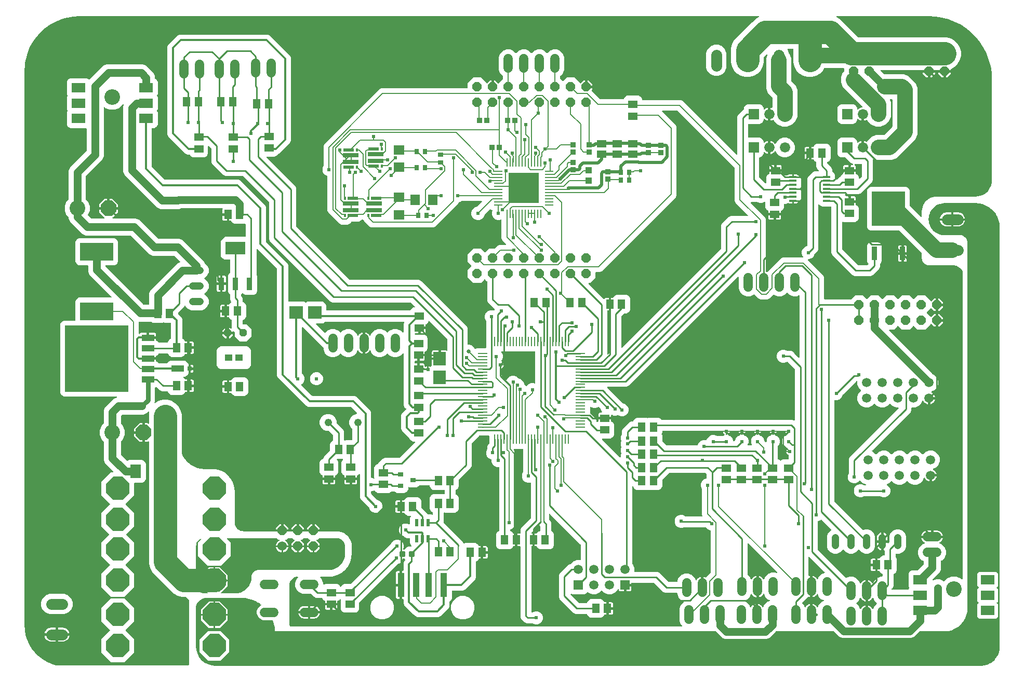
<source format=gbr>
G04 EAGLE Gerber RS-274X export*
G75*
%MOMM*%
%FSLAX34Y34*%
%LPD*%
%INTop Copper*%
%IPPOS*%
%AMOC8*
5,1,8,0,0,1.08239X$1,22.5*%
G01*
%ADD10R,1.500000X1.300000*%
%ADD11R,0.900000X0.850000*%
%ADD12R,0.850000X0.900000*%
%ADD13R,0.700000X0.900000*%
%ADD14R,1.300000X1.500000*%
%ADD15C,2.540000*%
%ADD16P,2.749271X8X22.500000*%
%ADD17R,1.000000X1.100000*%
%ADD18R,0.900000X0.700000*%
%ADD19P,1.649562X8X202.500000*%
%ADD20R,1.800000X2.200000*%
%ADD21R,2.000000X1.100000*%
%ADD22R,0.800000X0.800000*%
%ADD23C,1.500000*%
%ADD24C,1.524000*%
%ADD25P,4.123906X8X22.500000*%
%ADD26P,4.123906X8X202.500000*%
%ADD27C,1.790700*%
%ADD28R,1.450000X0.250000*%
%ADD29R,0.250000X1.450000*%
%ADD30R,5.000000X5.000000*%
%ADD31R,0.950000X2.150000*%
%ADD32R,3.250000X2.150000*%
%ADD33R,10.410000X10.800000*%
%ADD34R,2.159000X1.066800*%
%ADD35R,5.400000X2.900000*%
%ADD36R,2.200000X2.000000*%
%ADD37R,2.000000X2.200000*%
%ADD38P,1.319650X8X202.500000*%
%ADD39R,0.889000X2.184400*%
%ADD40R,5.461000X5.613400*%
%ADD41R,0.450000X0.520000*%
%ADD42R,2.520000X0.750000*%
%ADD43R,1.750000X0.520000*%
%ADD44R,0.900000X0.800000*%
%ADD45C,1.219200*%
%ADD46R,1.600000X1.803000*%
%ADD47R,1.803000X1.600000*%
%ADD48C,1.219200*%
%ADD49C,0.222250*%
%ADD50R,1.255000X1.106000*%
%ADD51C,1.524000*%
%ADD52P,1.649562X8X22.500000*%
%ADD53R,2.311400X1.600200*%
%ADD54C,2.552700*%
%ADD55C,1.500000*%
%ADD56R,1.500000X1.500000*%
%ADD57R,1.625000X0.280000*%
%ADD58R,0.280000X1.625000*%
%ADD59R,0.600000X1.150000*%
%ADD60R,1.155700X0.304800*%
%ADD61R,1.676400X1.676400*%
%ADD62C,1.676400*%
%ADD63R,1.120000X4.000000*%
%ADD64C,0.604800*%
%ADD65C,0.203200*%
%ADD66C,0.254000*%
%ADD67C,1.270000*%
%ADD68C,0.304800*%
%ADD69C,3.810000*%
%ADD70C,2.540000*%
%ADD71C,0.762000*%
%ADD72C,0.508000*%
%ADD73C,0.654800*%

G36*
X303847Y-42119D02*
X303847Y-42119D01*
X303907Y-42120D01*
X303988Y-42099D01*
X304070Y-42087D01*
X304124Y-42063D01*
X304182Y-42048D01*
X304254Y-42005D01*
X304330Y-41971D01*
X304375Y-41933D01*
X304426Y-41903D01*
X304472Y-41851D01*
X304547Y-41788D01*
X304603Y-41704D01*
X304649Y-41652D01*
X305157Y-40844D01*
X305217Y-40708D01*
X305255Y-40639D01*
X305631Y-39566D01*
X305660Y-39419D01*
X305682Y-39344D01*
X305809Y-38214D01*
X305807Y-38149D01*
X305815Y-38100D01*
X305815Y63500D01*
X305808Y63552D01*
X305809Y63576D01*
X305803Y63598D01*
X305800Y63674D01*
X305783Y63727D01*
X305775Y63782D01*
X305740Y63861D01*
X305713Y63945D01*
X305685Y63984D01*
X305659Y64041D01*
X305563Y64154D01*
X305518Y64218D01*
X300184Y69552D01*
X300114Y69604D01*
X300050Y69664D01*
X300001Y69690D01*
X299957Y69723D01*
X299875Y69754D01*
X299797Y69794D01*
X299749Y69802D01*
X299691Y69824D01*
X299543Y69836D01*
X299466Y69849D01*
X293669Y69849D01*
X286885Y71667D01*
X280804Y75178D01*
X245358Y110624D01*
X241847Y116705D01*
X240029Y123489D01*
X240029Y322705D01*
X240025Y322734D01*
X240028Y322763D01*
X240005Y322874D01*
X239989Y322986D01*
X239977Y323013D01*
X239972Y323042D01*
X239919Y323142D01*
X239873Y323246D01*
X239854Y323268D01*
X239841Y323294D01*
X239763Y323376D01*
X239690Y323463D01*
X239665Y323479D01*
X239645Y323500D01*
X239547Y323557D01*
X239453Y323620D01*
X239425Y323629D01*
X239400Y323644D01*
X239290Y323672D01*
X239182Y323706D01*
X239152Y323707D01*
X239124Y323714D01*
X239011Y323710D01*
X238898Y323713D01*
X238869Y323706D01*
X238840Y323705D01*
X238732Y323670D01*
X238623Y323641D01*
X238597Y323626D01*
X238569Y323617D01*
X238505Y323572D01*
X238378Y323496D01*
X238335Y323450D01*
X238296Y323422D01*
X237453Y322579D01*
X233171Y322579D01*
X233171Y336804D01*
X233163Y336862D01*
X233165Y336920D01*
X233143Y337002D01*
X233131Y337085D01*
X233107Y337139D01*
X233093Y337195D01*
X233050Y337268D01*
X233015Y337345D01*
X232977Y337389D01*
X232947Y337440D01*
X232886Y337497D01*
X232831Y337562D01*
X232783Y337594D01*
X232740Y337634D01*
X232665Y337673D01*
X232595Y337719D01*
X232539Y337737D01*
X232487Y337764D01*
X232419Y337775D01*
X232324Y337805D01*
X232224Y337808D01*
X232156Y337819D01*
X231139Y337819D01*
X231139Y337821D01*
X232156Y337821D01*
X232214Y337829D01*
X232272Y337828D01*
X232354Y337849D01*
X232437Y337861D01*
X232491Y337885D01*
X232547Y337899D01*
X232620Y337942D01*
X232697Y337977D01*
X232742Y338015D01*
X232792Y338045D01*
X232850Y338106D01*
X232914Y338161D01*
X232946Y338209D01*
X232986Y338252D01*
X233025Y338327D01*
X233071Y338397D01*
X233089Y338453D01*
X233116Y338505D01*
X233127Y338573D01*
X233157Y338668D01*
X233160Y338768D01*
X233171Y338836D01*
X233171Y353061D01*
X237453Y353061D01*
X238296Y352218D01*
X238320Y352200D01*
X238339Y352177D01*
X238433Y352115D01*
X238523Y352047D01*
X238551Y352036D01*
X238575Y352020D01*
X238683Y351986D01*
X238789Y351945D01*
X238818Y351943D01*
X238846Y351934D01*
X238960Y351931D01*
X239072Y351922D01*
X239101Y351928D01*
X239130Y351927D01*
X239240Y351955D01*
X239351Y351978D01*
X239377Y351991D01*
X239405Y351999D01*
X239503Y352056D01*
X239603Y352109D01*
X239625Y352129D01*
X239650Y352144D01*
X239727Y352227D01*
X239809Y352304D01*
X239824Y352330D01*
X239844Y352351D01*
X239896Y352452D01*
X239953Y352550D01*
X239960Y352578D01*
X239974Y352604D01*
X239987Y352682D01*
X240023Y352825D01*
X240021Y352888D01*
X240029Y352935D01*
X240029Y368001D01*
X240758Y370721D01*
X240760Y370741D01*
X240767Y370759D01*
X240778Y370881D01*
X240793Y371003D01*
X240789Y371023D01*
X240791Y371042D01*
X240767Y371163D01*
X240747Y371284D01*
X240739Y371302D01*
X240735Y371321D01*
X240679Y371430D01*
X240626Y371541D01*
X240613Y371556D01*
X240604Y371573D01*
X240520Y371662D01*
X240438Y371755D01*
X240422Y371765D01*
X240408Y371779D01*
X240302Y371842D01*
X240199Y371908D01*
X240180Y371913D01*
X240163Y371923D01*
X240044Y371953D01*
X239926Y371988D01*
X239906Y371988D01*
X239888Y371993D01*
X239765Y371989D01*
X239642Y371990D01*
X239623Y371985D01*
X239603Y371984D01*
X239487Y371946D01*
X239368Y371913D01*
X239352Y371903D01*
X239333Y371897D01*
X239273Y371854D01*
X239127Y371763D01*
X239092Y371725D01*
X239060Y371702D01*
X236514Y369156D01*
X231379Y367029D01*
X196707Y367029D01*
X196621Y367017D01*
X196533Y367014D01*
X196481Y366997D01*
X196426Y366989D01*
X196346Y366954D01*
X196263Y366927D01*
X196224Y366899D01*
X196167Y366873D01*
X196053Y366777D01*
X195990Y366732D01*
X194608Y365350D01*
X194556Y365281D01*
X194496Y365217D01*
X194470Y365167D01*
X194437Y365123D01*
X194406Y365042D01*
X194366Y364964D01*
X194358Y364916D01*
X194336Y364858D01*
X194324Y364710D01*
X194311Y364633D01*
X194311Y353008D01*
X194323Y352921D01*
X194326Y352834D01*
X194343Y352781D01*
X194351Y352726D01*
X194386Y352646D01*
X194413Y352563D01*
X194441Y352524D01*
X194467Y352467D01*
X194563Y352353D01*
X194608Y352290D01*
X197567Y349331D01*
X200661Y341862D01*
X200661Y333778D01*
X197567Y326309D01*
X194608Y323350D01*
X194556Y323280D01*
X194496Y323217D01*
X194470Y323167D01*
X194437Y323123D01*
X194406Y323041D01*
X194366Y322963D01*
X194358Y322916D01*
X194336Y322857D01*
X194324Y322710D01*
X194311Y322632D01*
X194311Y302117D01*
X194323Y302031D01*
X194326Y301943D01*
X194343Y301891D01*
X194351Y301836D01*
X194386Y301756D01*
X194413Y301673D01*
X194441Y301634D01*
X194467Y301577D01*
X194563Y301463D01*
X194608Y301400D01*
X203981Y292027D01*
X203982Y292026D01*
X203983Y292025D01*
X204096Y291940D01*
X204208Y291856D01*
X204209Y291856D01*
X204211Y291855D01*
X204342Y291805D01*
X204473Y291755D01*
X204475Y291755D01*
X204476Y291754D01*
X204621Y291743D01*
X204757Y291731D01*
X204758Y291732D01*
X204760Y291732D01*
X204775Y291735D01*
X205035Y291787D01*
X205063Y291801D01*
X205087Y291807D01*
X207824Y292941D01*
X228856Y292941D01*
X231657Y291781D01*
X233801Y289637D01*
X234961Y286836D01*
X234961Y261804D01*
X233801Y259003D01*
X231657Y256859D01*
X228856Y255699D01*
X216916Y255699D01*
X216858Y255691D01*
X216800Y255693D01*
X216718Y255671D01*
X216634Y255659D01*
X216581Y255636D01*
X216525Y255621D01*
X216452Y255578D01*
X216375Y255543D01*
X216330Y255505D01*
X216280Y255476D01*
X216222Y255414D01*
X216158Y255360D01*
X216126Y255311D01*
X216086Y255268D01*
X216047Y255193D01*
X216000Y255123D01*
X215983Y255067D01*
X215956Y255015D01*
X215945Y254947D01*
X215915Y254852D01*
X215912Y254752D01*
X215901Y254684D01*
X215901Y235333D01*
X202266Y221698D01*
X202231Y221651D01*
X202188Y221611D01*
X202146Y221538D01*
X202095Y221471D01*
X202074Y221416D01*
X202045Y221366D01*
X202024Y221284D01*
X201994Y221205D01*
X201989Y221147D01*
X201975Y221090D01*
X201977Y221006D01*
X201970Y220922D01*
X201982Y220864D01*
X201984Y220806D01*
X202010Y220726D01*
X202026Y220643D01*
X202053Y220591D01*
X202071Y220535D01*
X202111Y220479D01*
X202157Y220391D01*
X202226Y220318D01*
X202266Y220262D01*
X215901Y206627D01*
X215901Y184533D01*
X203536Y172168D01*
X203501Y172121D01*
X203458Y172081D01*
X203416Y172008D01*
X203365Y171941D01*
X203344Y171886D01*
X203315Y171836D01*
X203294Y171754D01*
X203264Y171675D01*
X203259Y171617D01*
X203245Y171560D01*
X203247Y171476D01*
X203240Y171392D01*
X203252Y171334D01*
X203254Y171276D01*
X203280Y171196D01*
X203296Y171113D01*
X203323Y171061D01*
X203341Y171005D01*
X203381Y170949D01*
X203427Y170861D01*
X203496Y170788D01*
X203536Y170732D01*
X215901Y158367D01*
X215901Y136273D01*
X202266Y122638D01*
X202231Y122591D01*
X202188Y122551D01*
X202146Y122478D01*
X202095Y122411D01*
X202074Y122356D01*
X202045Y122306D01*
X202024Y122224D01*
X201994Y122145D01*
X201989Y122087D01*
X201975Y122030D01*
X201977Y121946D01*
X201970Y121862D01*
X201982Y121804D01*
X201984Y121746D01*
X202010Y121666D01*
X202026Y121583D01*
X202053Y121531D01*
X202071Y121475D01*
X202111Y121419D01*
X202157Y121331D01*
X202226Y121258D01*
X202266Y121202D01*
X215901Y107567D01*
X215901Y85473D01*
X200277Y69849D01*
X178183Y69849D01*
X162559Y85473D01*
X162559Y107567D01*
X176194Y121202D01*
X176229Y121249D01*
X176272Y121289D01*
X176314Y121362D01*
X176365Y121429D01*
X176386Y121484D01*
X176415Y121534D01*
X176436Y121616D01*
X176466Y121695D01*
X176471Y121753D01*
X176485Y121810D01*
X176483Y121894D01*
X176490Y121978D01*
X176478Y122036D01*
X176476Y122094D01*
X176450Y122174D01*
X176434Y122257D01*
X176407Y122309D01*
X176389Y122365D01*
X176349Y122421D01*
X176303Y122509D01*
X176234Y122582D01*
X176194Y122638D01*
X162559Y136273D01*
X162559Y158367D01*
X174924Y170732D01*
X174959Y170779D01*
X175002Y170819D01*
X175044Y170892D01*
X175095Y170959D01*
X175116Y171014D01*
X175145Y171064D01*
X175166Y171146D01*
X175196Y171225D01*
X175201Y171283D01*
X175215Y171340D01*
X175213Y171424D01*
X175220Y171508D01*
X175208Y171566D01*
X175206Y171624D01*
X175180Y171704D01*
X175164Y171787D01*
X175137Y171839D01*
X175119Y171895D01*
X175079Y171951D01*
X175033Y172039D01*
X174964Y172112D01*
X174924Y172168D01*
X162559Y184533D01*
X162559Y206627D01*
X176194Y220262D01*
X176229Y220309D01*
X176272Y220349D01*
X176314Y220422D01*
X176365Y220489D01*
X176386Y220544D01*
X176415Y220594D01*
X176436Y220676D01*
X176466Y220755D01*
X176471Y220813D01*
X176485Y220870D01*
X176483Y220954D01*
X176490Y221038D01*
X176478Y221096D01*
X176476Y221154D01*
X176450Y221234D01*
X176434Y221317D01*
X176407Y221369D01*
X176389Y221425D01*
X176349Y221481D01*
X176303Y221569D01*
X176234Y221642D01*
X176194Y221698D01*
X162559Y235333D01*
X162559Y257427D01*
X178183Y273051D01*
X180991Y273051D01*
X181020Y273055D01*
X181049Y273052D01*
X181160Y273075D01*
X181272Y273091D01*
X181299Y273103D01*
X181328Y273108D01*
X181428Y273160D01*
X181532Y273207D01*
X181554Y273226D01*
X181580Y273239D01*
X181662Y273317D01*
X181749Y273390D01*
X181765Y273415D01*
X181786Y273435D01*
X181843Y273533D01*
X181906Y273627D01*
X181915Y273655D01*
X181930Y273680D01*
X181958Y273790D01*
X181992Y273898D01*
X181993Y273928D01*
X182000Y273956D01*
X181996Y274069D01*
X181999Y274182D01*
X181992Y274211D01*
X181991Y274240D01*
X181956Y274348D01*
X181927Y274457D01*
X181912Y274483D01*
X181903Y274511D01*
X181858Y274574D01*
X181782Y274702D01*
X181737Y274745D01*
X181709Y274784D01*
X168496Y287996D01*
X166369Y293131D01*
X166369Y322632D01*
X166357Y322719D01*
X166354Y322806D01*
X166337Y322859D01*
X166329Y322914D01*
X166294Y322994D01*
X166267Y323077D01*
X166239Y323116D01*
X166213Y323173D01*
X166117Y323287D01*
X166072Y323350D01*
X163113Y326309D01*
X160019Y333778D01*
X160019Y341862D01*
X163113Y349331D01*
X166072Y352290D01*
X166124Y352360D01*
X166184Y352423D01*
X166210Y352473D01*
X166243Y352517D01*
X166274Y352599D01*
X166314Y352677D01*
X166322Y352724D01*
X166344Y352783D01*
X166356Y352930D01*
X166369Y353008D01*
X166369Y373619D01*
X168496Y378754D01*
X182586Y392844D01*
X187541Y394896D01*
X187615Y394940D01*
X187693Y394975D01*
X187737Y395012D01*
X187786Y395041D01*
X187845Y395103D01*
X187910Y395159D01*
X187942Y395206D01*
X187981Y395247D01*
X188020Y395324D01*
X188068Y395395D01*
X188085Y395449D01*
X188111Y395500D01*
X188128Y395584D01*
X188154Y395666D01*
X188155Y395723D01*
X188166Y395779D01*
X188159Y395864D01*
X188161Y395950D01*
X188146Y396005D01*
X188142Y396062D01*
X188111Y396142D01*
X188089Y396225D01*
X188060Y396274D01*
X188040Y396327D01*
X187988Y396396D01*
X187944Y396470D01*
X187902Y396509D01*
X187868Y396554D01*
X187799Y396606D01*
X187736Y396664D01*
X187686Y396690D01*
X187640Y396724D01*
X187560Y396755D01*
X187483Y396794D01*
X187435Y396802D01*
X187374Y396825D01*
X187230Y396836D01*
X187152Y396849D01*
X101374Y396849D01*
X98573Y398009D01*
X96429Y400153D01*
X95269Y402954D01*
X95269Y513986D01*
X96429Y516787D01*
X98573Y518931D01*
X101374Y520091D01*
X119304Y520091D01*
X119362Y520099D01*
X119420Y520097D01*
X119502Y520119D01*
X119586Y520131D01*
X119639Y520154D01*
X119695Y520169D01*
X119768Y520212D01*
X119845Y520247D01*
X119890Y520285D01*
X119940Y520314D01*
X119998Y520376D01*
X120062Y520430D01*
X120094Y520479D01*
X120134Y520522D01*
X120173Y520597D01*
X120220Y520667D01*
X120237Y520723D01*
X120264Y520775D01*
X120275Y520843D01*
X120305Y520938D01*
X120308Y521038D01*
X120319Y521106D01*
X120319Y551716D01*
X121479Y554517D01*
X123623Y556661D01*
X126424Y557821D01*
X178161Y557821D01*
X178190Y557825D01*
X178219Y557822D01*
X178330Y557845D01*
X178442Y557861D01*
X178469Y557873D01*
X178498Y557878D01*
X178598Y557930D01*
X178702Y557977D01*
X178724Y557996D01*
X178750Y558009D01*
X178832Y558087D01*
X178919Y558160D01*
X178935Y558185D01*
X178956Y558205D01*
X179013Y558303D01*
X179076Y558397D01*
X179085Y558425D01*
X179100Y558450D01*
X179128Y558560D01*
X179162Y558668D01*
X179163Y558698D01*
X179170Y558726D01*
X179166Y558839D01*
X179169Y558952D01*
X179162Y558981D01*
X179161Y559010D01*
X179126Y559118D01*
X179097Y559227D01*
X179082Y559253D01*
X179073Y559281D01*
X179028Y559344D01*
X178952Y559472D01*
X178906Y559515D01*
X178879Y559554D01*
X147169Y591263D01*
X143096Y595336D01*
X140969Y600471D01*
X140969Y609564D01*
X140961Y609622D01*
X140963Y609680D01*
X140941Y609762D01*
X140929Y609846D01*
X140906Y609899D01*
X140891Y609955D01*
X140848Y610028D01*
X140813Y610105D01*
X140775Y610150D01*
X140746Y610200D01*
X140684Y610258D01*
X140630Y610322D01*
X140581Y610354D01*
X140538Y610394D01*
X140463Y610433D01*
X140393Y610480D01*
X140337Y610497D01*
X140285Y610524D01*
X140217Y610535D01*
X140122Y610565D01*
X140022Y610568D01*
X139954Y610579D01*
X126424Y610579D01*
X123623Y611739D01*
X121479Y613883D01*
X120319Y616684D01*
X120319Y648716D01*
X121479Y651517D01*
X123623Y653661D01*
X126424Y654821D01*
X183456Y654821D01*
X186257Y653661D01*
X188401Y651517D01*
X189561Y648716D01*
X189561Y616684D01*
X188401Y613883D01*
X186257Y611739D01*
X183456Y610579D01*
X169926Y610579D01*
X169868Y610571D01*
X169810Y610573D01*
X169728Y610551D01*
X169644Y610539D01*
X169591Y610516D01*
X169535Y610501D01*
X169462Y610458D01*
X169385Y610423D01*
X169340Y610385D01*
X169290Y610356D01*
X169232Y610294D01*
X169168Y610240D01*
X169136Y610191D01*
X169096Y610148D01*
X169057Y610073D01*
X169010Y610003D01*
X168993Y609947D01*
X168966Y609895D01*
X168955Y609827D01*
X168925Y609732D01*
X168922Y609632D01*
X168911Y609564D01*
X168911Y609457D01*
X168923Y609371D01*
X168926Y609283D01*
X168943Y609231D01*
X168951Y609176D01*
X168986Y609096D01*
X169013Y609013D01*
X169041Y608974D01*
X169067Y608916D01*
X169163Y608803D01*
X169208Y608740D01*
X231220Y546728D01*
X231289Y546676D01*
X231353Y546616D01*
X231403Y546590D01*
X231447Y546557D01*
X231528Y546526D01*
X231606Y546486D01*
X231654Y546478D01*
X231712Y546456D01*
X231860Y546444D01*
X231937Y546431D01*
X239674Y546431D01*
X239732Y546439D01*
X239790Y546437D01*
X239872Y546459D01*
X239956Y546471D01*
X240009Y546494D01*
X240065Y546509D01*
X240138Y546552D01*
X240215Y546587D01*
X240260Y546625D01*
X240310Y546654D01*
X240368Y546716D01*
X240432Y546770D01*
X240464Y546819D01*
X240504Y546862D01*
X240543Y546937D01*
X240590Y547007D01*
X240607Y547063D01*
X240634Y547115D01*
X240645Y547183D01*
X240675Y547278D01*
X240678Y547378D01*
X240689Y547446D01*
X240689Y564779D01*
X242816Y569914D01*
X286726Y613824D01*
X290125Y615232D01*
X290224Y615290D01*
X290326Y615343D01*
X290346Y615362D01*
X290370Y615376D01*
X290449Y615460D01*
X290532Y615539D01*
X290546Y615563D01*
X290565Y615583D01*
X290618Y615685D01*
X290676Y615784D01*
X290683Y615811D01*
X290696Y615836D01*
X290718Y615949D01*
X290746Y616060D01*
X290745Y616087D01*
X290751Y616115D01*
X290741Y616229D01*
X290737Y616344D01*
X290729Y616370D01*
X290726Y616398D01*
X290685Y616505D01*
X290650Y616614D01*
X290635Y616635D01*
X290624Y616663D01*
X290464Y616875D01*
X290455Y616888D01*
X281530Y625812D01*
X281461Y625864D01*
X281397Y625924D01*
X281347Y625950D01*
X281303Y625983D01*
X281222Y626014D01*
X281144Y626054D01*
X281096Y626062D01*
X281038Y626084D01*
X280890Y626096D01*
X280813Y626109D01*
X246141Y626109D01*
X241006Y628236D01*
X236933Y632309D01*
X210410Y658832D01*
X210341Y658884D01*
X210277Y658944D01*
X210227Y658970D01*
X210183Y659003D01*
X210102Y659034D01*
X210024Y659074D01*
X209976Y659082D01*
X209918Y659104D01*
X209770Y659116D01*
X209693Y659129D01*
X136921Y659129D01*
X131786Y661256D01*
X111346Y681696D01*
X109219Y686831D01*
X109219Y688392D01*
X109207Y688479D01*
X109204Y688566D01*
X109187Y688619D01*
X109179Y688674D01*
X109144Y688754D01*
X109117Y688837D01*
X109089Y688876D01*
X109063Y688933D01*
X108967Y689047D01*
X108922Y689110D01*
X105963Y692069D01*
X102869Y699538D01*
X102869Y707622D01*
X105963Y715091D01*
X108922Y718050D01*
X108974Y718120D01*
X109034Y718183D01*
X109060Y718233D01*
X109093Y718277D01*
X109124Y718359D01*
X109164Y718437D01*
X109172Y718484D01*
X109194Y718543D01*
X109206Y718690D01*
X109219Y718768D01*
X109219Y764779D01*
X111346Y769914D01*
X138132Y796700D01*
X138184Y796769D01*
X138244Y796833D01*
X138270Y796883D01*
X138303Y796927D01*
X138334Y797008D01*
X138374Y797086D01*
X138382Y797134D01*
X138404Y797192D01*
X138414Y797313D01*
X138415Y797317D01*
X138416Y797333D01*
X138416Y797340D01*
X138429Y797417D01*
X138429Y833393D01*
X138421Y833451D01*
X138423Y833509D01*
X138401Y833591D01*
X138389Y833675D01*
X138366Y833728D01*
X138351Y833784D01*
X138308Y833857D01*
X138273Y833934D01*
X138235Y833979D01*
X138206Y834029D01*
X138144Y834087D01*
X138090Y834151D01*
X138041Y834183D01*
X137998Y834223D01*
X137923Y834262D01*
X137853Y834309D01*
X137797Y834326D01*
X137745Y834353D01*
X137677Y834364D01*
X137582Y834394D01*
X137482Y834397D01*
X137414Y834408D01*
X112267Y834408D01*
X109466Y835568D01*
X107322Y837712D01*
X106162Y840513D01*
X106162Y859547D01*
X107237Y862141D01*
X107259Y862226D01*
X107290Y862308D01*
X107294Y862363D01*
X107308Y862417D01*
X107305Y862504D01*
X107312Y862591D01*
X107302Y862638D01*
X107300Y862701D01*
X107255Y862842D01*
X107237Y862919D01*
X106162Y865513D01*
X106162Y884547D01*
X107237Y887141D01*
X107259Y887226D01*
X107290Y887308D01*
X107294Y887363D01*
X107308Y887417D01*
X107305Y887504D01*
X107312Y887591D01*
X107302Y887638D01*
X107300Y887701D01*
X107255Y887842D01*
X107237Y887919D01*
X106162Y890513D01*
X106162Y909547D01*
X107322Y912348D01*
X109466Y914492D01*
X112267Y915652D01*
X138413Y915652D01*
X141214Y914492D01*
X141971Y913734D01*
X142018Y913699D01*
X142058Y913657D01*
X142131Y913614D01*
X142198Y913563D01*
X142253Y913543D01*
X142303Y913513D01*
X142385Y913492D01*
X142464Y913462D01*
X142522Y913457D01*
X142579Y913443D01*
X142663Y913446D01*
X142747Y913439D01*
X142804Y913450D01*
X142863Y913452D01*
X142943Y913478D01*
X143026Y913495D01*
X143078Y913522D01*
X143133Y913539D01*
X143190Y913580D01*
X143278Y913626D01*
X143351Y913694D01*
X143407Y913734D01*
X162003Y932331D01*
X166076Y936404D01*
X171211Y938531D01*
X230109Y938531D01*
X235244Y936404D01*
X247184Y924464D01*
X249311Y919329D01*
X249311Y915958D01*
X249311Y915957D01*
X249311Y915955D01*
X249331Y915814D01*
X249351Y915677D01*
X249351Y915675D01*
X249351Y915674D01*
X249408Y915548D01*
X249467Y915417D01*
X249468Y915416D01*
X249469Y915415D01*
X249560Y915307D01*
X249650Y915200D01*
X249652Y915199D01*
X249653Y915198D01*
X249666Y915190D01*
X249887Y915043D01*
X249916Y915033D01*
X249937Y915020D01*
X251214Y914492D01*
X253358Y912348D01*
X254518Y909547D01*
X254518Y890513D01*
X253443Y887919D01*
X253421Y887834D01*
X253390Y887752D01*
X253386Y887697D01*
X253372Y887643D01*
X253375Y887556D01*
X253368Y887469D01*
X253378Y887422D01*
X253380Y887359D01*
X253425Y887218D01*
X253443Y887141D01*
X254518Y884547D01*
X254518Y865513D01*
X253443Y862919D01*
X253421Y862834D01*
X253390Y862752D01*
X253386Y862697D01*
X253372Y862643D01*
X253375Y862556D01*
X253368Y862469D01*
X253378Y862422D01*
X253380Y862359D01*
X253425Y862218D01*
X253443Y862141D01*
X254518Y859547D01*
X254518Y840513D01*
X253358Y837712D01*
X251214Y835568D01*
X248413Y834408D01*
X245500Y834408D01*
X245442Y834400D01*
X245384Y834402D01*
X245302Y834380D01*
X245218Y834368D01*
X245165Y834345D01*
X245109Y834330D01*
X245036Y834287D01*
X244959Y834252D01*
X244914Y834214D01*
X244864Y834185D01*
X244806Y834123D01*
X244742Y834069D01*
X244710Y834020D01*
X244670Y833977D01*
X244631Y833902D01*
X244584Y833832D01*
X244567Y833776D01*
X244540Y833724D01*
X244529Y833656D01*
X244499Y833561D01*
X244496Y833461D01*
X244485Y833393D01*
X244485Y772168D01*
X244497Y772082D01*
X244500Y771994D01*
X244517Y771942D01*
X244525Y771887D01*
X244560Y771807D01*
X244587Y771724D01*
X244615Y771685D01*
X244641Y771628D01*
X244737Y771514D01*
X244782Y771451D01*
X265745Y750487D01*
X265815Y750435D01*
X265879Y750375D01*
X265928Y750349D01*
X265973Y750316D01*
X266054Y750285D01*
X266132Y750245D01*
X266180Y750237D01*
X266238Y750215D01*
X266386Y750203D01*
X266463Y750190D01*
X385994Y750190D01*
X389355Y748798D01*
X429393Y708760D01*
X430785Y705399D01*
X430785Y649368D01*
X430797Y649282D01*
X430800Y649194D01*
X430817Y649142D01*
X430825Y649087D01*
X430860Y649007D01*
X430887Y648924D01*
X430915Y648885D01*
X430941Y648828D01*
X431037Y648714D01*
X431082Y648651D01*
X465588Y614145D01*
X466980Y610784D01*
X466980Y552036D01*
X466988Y551978D01*
X466986Y551920D01*
X467008Y551838D01*
X467020Y551754D01*
X467043Y551701D01*
X467058Y551645D01*
X467101Y551572D01*
X467136Y551495D01*
X467174Y551450D01*
X467203Y551400D01*
X467265Y551342D01*
X467319Y551278D01*
X467368Y551246D01*
X467411Y551206D01*
X467486Y551167D01*
X467556Y551120D01*
X467612Y551103D01*
X467664Y551076D01*
X467732Y551065D01*
X467827Y551035D01*
X467927Y551032D01*
X467995Y551021D01*
X492816Y551021D01*
X494911Y550153D01*
X494996Y550131D01*
X495078Y550100D01*
X495133Y550096D01*
X495187Y550082D01*
X495274Y550084D01*
X495361Y550077D01*
X495408Y550088D01*
X495471Y550090D01*
X495612Y550135D01*
X495689Y550153D01*
X497784Y551021D01*
X522816Y551021D01*
X525617Y549861D01*
X527761Y547717D01*
X528921Y544916D01*
X528921Y537820D01*
X528929Y537762D01*
X528927Y537704D01*
X528949Y537622D01*
X528961Y537538D01*
X528984Y537485D01*
X528999Y537429D01*
X529042Y537356D01*
X529077Y537279D01*
X529115Y537234D01*
X529144Y537184D01*
X529206Y537126D01*
X529260Y537062D01*
X529309Y537030D01*
X529352Y536990D01*
X529427Y536951D01*
X529497Y536904D01*
X529553Y536887D01*
X529605Y536860D01*
X529673Y536849D01*
X529768Y536819D01*
X529868Y536816D01*
X529936Y536805D01*
X665388Y536805D01*
X665390Y536805D01*
X665392Y536805D01*
X665531Y536825D01*
X665670Y536845D01*
X665671Y536845D01*
X665673Y536845D01*
X665803Y536904D01*
X665929Y536961D01*
X665931Y536962D01*
X665932Y536962D01*
X666042Y537056D01*
X666146Y537144D01*
X666147Y537146D01*
X666148Y537147D01*
X666157Y537160D01*
X666304Y537381D01*
X666313Y537410D01*
X666326Y537431D01*
X666759Y538477D01*
X668903Y540621D01*
X671704Y541781D01*
X672555Y541781D01*
X672584Y541785D01*
X672613Y541782D01*
X672724Y541805D01*
X672836Y541821D01*
X672863Y541833D01*
X672892Y541838D01*
X672992Y541890D01*
X673096Y541937D01*
X673118Y541956D01*
X673144Y541969D01*
X673226Y542047D01*
X673313Y542120D01*
X673329Y542145D01*
X673350Y542165D01*
X673408Y542263D01*
X673470Y542357D01*
X673479Y542385D01*
X673494Y542410D01*
X673522Y542520D01*
X673556Y542628D01*
X673557Y542658D01*
X673564Y542686D01*
X673561Y542799D01*
X673563Y542912D01*
X673556Y542941D01*
X673555Y542970D01*
X673520Y543078D01*
X673492Y543187D01*
X673477Y543213D01*
X673468Y543241D01*
X673422Y543304D01*
X673346Y543432D01*
X673301Y543475D01*
X673273Y543514D01*
X667175Y549612D01*
X667105Y549664D01*
X667041Y549724D01*
X666992Y549750D01*
X666947Y549783D01*
X666866Y549814D01*
X666788Y549854D01*
X666740Y549862D01*
X666682Y549884D01*
X666534Y549896D01*
X666457Y549909D01*
X539252Y549909D01*
X535984Y551263D01*
X533340Y553907D01*
X439607Y647640D01*
X436963Y650284D01*
X435609Y653552D01*
X435609Y713447D01*
X435597Y713533D01*
X435594Y713621D01*
X435577Y713674D01*
X435569Y713728D01*
X435534Y713808D01*
X435507Y713891D01*
X435479Y713931D01*
X435453Y713988D01*
X435357Y714101D01*
X435312Y714165D01*
X393490Y755987D01*
X393420Y756039D01*
X393356Y756099D01*
X393307Y756125D01*
X393263Y756158D01*
X393181Y756189D01*
X393103Y756229D01*
X393055Y756237D01*
X392997Y756259D01*
X392849Y756271D01*
X392772Y756284D01*
X364627Y756284D01*
X361359Y757638D01*
X342983Y776014D01*
X341629Y779282D01*
X341629Y801077D01*
X341617Y801163D01*
X341614Y801251D01*
X341597Y801303D01*
X341589Y801358D01*
X341554Y801438D01*
X341527Y801521D01*
X341499Y801561D01*
X341473Y801618D01*
X341377Y801731D01*
X341332Y801795D01*
X338164Y804963D01*
X338140Y804980D01*
X338121Y805003D01*
X338027Y805066D01*
X337937Y805134D01*
X337909Y805144D01*
X337885Y805160D01*
X337777Y805195D01*
X337671Y805235D01*
X337642Y805237D01*
X337614Y805246D01*
X337500Y805249D01*
X337388Y805258D01*
X337359Y805253D01*
X337330Y805253D01*
X337220Y805225D01*
X337109Y805203D01*
X337083Y805189D01*
X337055Y805182D01*
X336957Y805124D01*
X336857Y805072D01*
X336835Y805051D01*
X336810Y805036D01*
X336733Y804954D01*
X336651Y804876D01*
X336636Y804850D01*
X336616Y804829D01*
X336564Y804728D01*
X336507Y804630D01*
X336500Y804602D01*
X336486Y804576D01*
X336473Y804499D01*
X336437Y804355D01*
X336439Y804292D01*
X336431Y804245D01*
X336431Y792744D01*
X335271Y789943D01*
X333127Y787799D01*
X330326Y786639D01*
X312294Y786639D01*
X309493Y787799D01*
X307349Y789943D01*
X307190Y790329D01*
X307189Y790330D01*
X307189Y790331D01*
X307120Y790447D01*
X307045Y790573D01*
X307044Y790575D01*
X307043Y790576D01*
X306942Y790671D01*
X306839Y790769D01*
X306837Y790769D01*
X306836Y790770D01*
X306710Y790835D01*
X306586Y790899D01*
X306584Y790899D01*
X306583Y790900D01*
X306568Y790902D01*
X306307Y790954D01*
X306277Y790951D01*
X306252Y790955D01*
X302981Y790955D01*
X299620Y792347D01*
X271647Y820320D01*
X270255Y823681D01*
X270255Y967019D01*
X271647Y970380D01*
X274363Y973095D01*
X284205Y982937D01*
X286920Y985653D01*
X290281Y987045D01*
X433619Y987045D01*
X436980Y985653D01*
X470033Y952600D01*
X471425Y949239D01*
X471425Y813521D01*
X470033Y810160D01*
X452220Y792347D01*
X449820Y791353D01*
X449793Y791338D01*
X449764Y791328D01*
X449700Y791282D01*
X449575Y791209D01*
X449531Y791162D01*
X449491Y791133D01*
X447427Y789069D01*
X444626Y787909D01*
X432345Y787909D01*
X432316Y787905D01*
X432287Y787908D01*
X432176Y787885D01*
X432064Y787869D01*
X432037Y787857D01*
X432008Y787852D01*
X431908Y787800D01*
X431804Y787753D01*
X431782Y787734D01*
X431756Y787721D01*
X431674Y787643D01*
X431587Y787570D01*
X431571Y787545D01*
X431550Y787525D01*
X431492Y787427D01*
X431430Y787333D01*
X431421Y787305D01*
X431406Y787280D01*
X431378Y787170D01*
X431344Y787062D01*
X431343Y787032D01*
X431336Y787004D01*
X431339Y786891D01*
X431337Y786778D01*
X431344Y786749D01*
X431345Y786720D01*
X431380Y786612D01*
X431408Y786503D01*
X431423Y786477D01*
X431432Y786449D01*
X431478Y786386D01*
X431554Y786258D01*
X431599Y786215D01*
X431627Y786176D01*
X478707Y739096D01*
X480061Y735828D01*
X480061Y674663D01*
X480073Y674577D01*
X480076Y674489D01*
X480093Y674436D01*
X480101Y674382D01*
X480136Y674302D01*
X480163Y674219D01*
X480191Y674179D01*
X480217Y674122D01*
X480287Y674040D01*
X480308Y674004D01*
X480333Y673980D01*
X480358Y673945D01*
X567265Y587038D01*
X567335Y586986D01*
X567399Y586926D01*
X567448Y586900D01*
X567493Y586867D01*
X567574Y586836D01*
X567652Y586796D01*
X567700Y586788D01*
X567758Y586766D01*
X567906Y586754D01*
X567983Y586741D01*
X679948Y586741D01*
X683216Y585387D01*
X758107Y510496D01*
X759461Y507228D01*
X759461Y481810D01*
X759469Y481752D01*
X759467Y481694D01*
X759489Y481612D01*
X759501Y481528D01*
X759524Y481475D01*
X759539Y481419D01*
X759582Y481346D01*
X759617Y481269D01*
X759655Y481224D01*
X759684Y481174D01*
X759746Y481116D01*
X759800Y481052D01*
X759849Y481020D01*
X759892Y480980D01*
X759967Y480941D01*
X760037Y480894D01*
X760093Y480877D01*
X760145Y480850D01*
X760213Y480839D01*
X760308Y480809D01*
X760408Y480806D01*
X760476Y480795D01*
X762897Y480795D01*
X766901Y479136D01*
X769966Y476071D01*
X770447Y474910D01*
X770477Y474859D01*
X770498Y474805D01*
X770549Y474738D01*
X770592Y474665D01*
X770634Y474625D01*
X770670Y474578D01*
X770737Y474528D01*
X770798Y474470D01*
X770850Y474443D01*
X770897Y474408D01*
X770976Y474378D01*
X771051Y474339D01*
X771109Y474328D01*
X771163Y474307D01*
X771247Y474301D01*
X771330Y474284D01*
X771388Y474289D01*
X771447Y474285D01*
X771514Y474300D01*
X771613Y474309D01*
X771707Y474345D01*
X771774Y474360D01*
X774334Y475421D01*
X788607Y475421D01*
X788664Y475429D01*
X788723Y475427D01*
X788804Y475449D01*
X788888Y475461D01*
X788941Y475484D01*
X788998Y475499D01*
X789070Y475542D01*
X789147Y475577D01*
X789192Y475615D01*
X789242Y475644D01*
X789300Y475706D01*
X789364Y475760D01*
X789397Y475809D01*
X789437Y475852D01*
X789475Y475927D01*
X789522Y475997D01*
X789540Y476053D01*
X789566Y476105D01*
X789578Y476173D01*
X789608Y476268D01*
X789610Y476368D01*
X789622Y476436D01*
X789622Y519514D01*
X789610Y519600D01*
X789607Y519688D01*
X789590Y519740D01*
X789582Y519795D01*
X789546Y519875D01*
X789519Y519958D01*
X789491Y519998D01*
X789466Y520055D01*
X789370Y520168D01*
X789324Y520232D01*
X788853Y520703D01*
X787233Y524615D01*
X787233Y528850D01*
X788853Y532762D01*
X791848Y535757D01*
X795760Y537377D01*
X799995Y537377D01*
X801446Y536776D01*
X801448Y536776D01*
X801449Y536775D01*
X801585Y536740D01*
X801722Y536705D01*
X801723Y536705D01*
X801725Y536705D01*
X801866Y536709D01*
X802006Y536713D01*
X802007Y536714D01*
X802009Y536714D01*
X802145Y536758D01*
X802277Y536800D01*
X802278Y536801D01*
X802279Y536801D01*
X802292Y536810D01*
X802513Y536958D01*
X802532Y536982D01*
X802553Y536996D01*
X803149Y537592D01*
X803168Y537617D01*
X803191Y537637D01*
X803233Y537704D01*
X803320Y537820D01*
X803343Y537880D01*
X803369Y537922D01*
X803469Y538162D01*
X803469Y538163D01*
X803470Y538165D01*
X803503Y538296D01*
X803539Y538437D01*
X803539Y538439D01*
X803540Y538440D01*
X803535Y538581D01*
X803531Y538721D01*
X803531Y538723D01*
X803531Y538724D01*
X803486Y538861D01*
X803445Y538992D01*
X803444Y538993D01*
X803443Y538995D01*
X803434Y539007D01*
X803286Y539228D01*
X803263Y539248D01*
X803248Y539268D01*
X801310Y541207D01*
X792563Y549954D01*
X791209Y553222D01*
X791209Y583817D01*
X791197Y583903D01*
X791194Y583991D01*
X791177Y584043D01*
X791169Y584098D01*
X791134Y584178D01*
X791107Y584261D01*
X791079Y584300D01*
X791053Y584357D01*
X790957Y584471D01*
X790912Y584534D01*
X788118Y587328D01*
X788071Y587364D01*
X788031Y587406D01*
X787958Y587449D01*
X787891Y587499D01*
X787836Y587520D01*
X787786Y587550D01*
X787704Y587571D01*
X787625Y587601D01*
X787567Y587605D01*
X787510Y587620D01*
X787426Y587617D01*
X787342Y587624D01*
X787284Y587613D01*
X787226Y587611D01*
X787146Y587585D01*
X787063Y587568D01*
X787011Y587541D01*
X786955Y587523D01*
X786899Y587483D01*
X786811Y587437D01*
X786738Y587368D01*
X786682Y587328D01*
X781013Y581659D01*
X768387Y581659D01*
X759459Y590587D01*
X759459Y603213D01*
X765128Y608882D01*
X765164Y608929D01*
X765206Y608969D01*
X765249Y609042D01*
X765299Y609109D01*
X765320Y609164D01*
X765350Y609214D01*
X765371Y609296D01*
X765401Y609375D01*
X765405Y609433D01*
X765420Y609490D01*
X765417Y609574D01*
X765424Y609658D01*
X765413Y609716D01*
X765411Y609774D01*
X765385Y609854D01*
X765368Y609937D01*
X765341Y609989D01*
X765323Y610045D01*
X765283Y610101D01*
X765237Y610189D01*
X765169Y610262D01*
X765128Y610318D01*
X759459Y615987D01*
X759459Y628613D01*
X768387Y637541D01*
X781013Y637541D01*
X786682Y631872D01*
X786729Y631836D01*
X786769Y631794D01*
X786842Y631751D01*
X786909Y631701D01*
X786964Y631680D01*
X787014Y631650D01*
X787096Y631629D01*
X787175Y631599D01*
X787233Y631595D01*
X787290Y631580D01*
X787374Y631583D01*
X787458Y631576D01*
X787516Y631587D01*
X787574Y631589D01*
X787654Y631615D01*
X787737Y631632D01*
X787789Y631659D01*
X787845Y631677D01*
X787901Y631717D01*
X787989Y631763D01*
X788062Y631831D01*
X788118Y631872D01*
X793787Y637541D01*
X802706Y637541D01*
X802793Y637553D01*
X802880Y637556D01*
X802933Y637573D01*
X802988Y637581D01*
X803067Y637616D01*
X803151Y637643D01*
X803190Y637671D01*
X803247Y637697D01*
X803360Y637793D01*
X803424Y637838D01*
X807908Y642322D01*
X811082Y643637D01*
X821248Y643637D01*
X821277Y643641D01*
X821306Y643638D01*
X821417Y643661D01*
X821530Y643677D01*
X821556Y643689D01*
X821585Y643694D01*
X821686Y643746D01*
X821789Y643793D01*
X821811Y643812D01*
X821837Y643825D01*
X821919Y643903D01*
X822006Y643976D01*
X822022Y644001D01*
X822044Y644021D01*
X822101Y644119D01*
X822164Y644213D01*
X822172Y644241D01*
X822187Y644266D01*
X822215Y644376D01*
X822249Y644484D01*
X822250Y644514D01*
X822257Y644542D01*
X822254Y644655D01*
X822257Y644768D01*
X822249Y644797D01*
X822248Y644826D01*
X822213Y644934D01*
X822185Y645043D01*
X822170Y645069D01*
X822161Y645097D01*
X822115Y645160D01*
X822040Y645288D01*
X821994Y645331D01*
X821966Y645370D01*
X816078Y651258D01*
X814763Y654432D01*
X814763Y684412D01*
X814747Y684526D01*
X814737Y684640D01*
X814727Y684666D01*
X814723Y684694D01*
X814676Y684799D01*
X814635Y684906D01*
X814619Y684928D01*
X814607Y684953D01*
X814533Y685041D01*
X814464Y685132D01*
X814441Y685149D01*
X814424Y685170D01*
X814328Y685234D01*
X814236Y685302D01*
X814210Y685312D01*
X814187Y685328D01*
X814077Y685362D01*
X813970Y685403D01*
X813942Y685405D01*
X813916Y685413D01*
X813801Y685416D01*
X813687Y685426D01*
X813662Y685420D01*
X813632Y685421D01*
X813375Y685354D01*
X813359Y685350D01*
X811742Y684680D01*
X807508Y684680D01*
X803595Y686301D01*
X800601Y689295D01*
X798980Y693208D01*
X798980Y697442D01*
X799783Y699380D01*
X799797Y699436D01*
X799821Y699490D01*
X799833Y699573D01*
X799854Y699655D01*
X799852Y699713D01*
X799860Y699771D01*
X799848Y699855D01*
X799845Y699939D01*
X799828Y699995D01*
X799819Y700053D01*
X799785Y700129D01*
X799759Y700210D01*
X799726Y700258D01*
X799702Y700312D01*
X799648Y700376D01*
X799601Y700446D01*
X799556Y700484D01*
X799518Y700528D01*
X799459Y700565D01*
X799383Y700629D01*
X799292Y700669D01*
X799233Y700706D01*
X797583Y701389D01*
X796793Y702180D01*
X796746Y702215D01*
X796706Y702258D01*
X796633Y702300D01*
X796565Y702351D01*
X796511Y702372D01*
X796460Y702401D01*
X796379Y702422D01*
X796300Y702452D01*
X796241Y702457D01*
X796185Y702471D01*
X796100Y702469D01*
X796016Y702476D01*
X795959Y702464D01*
X795901Y702462D01*
X795820Y702437D01*
X795738Y702420D01*
X795686Y702393D01*
X795630Y702375D01*
X795574Y702335D01*
X795485Y702289D01*
X795413Y702220D01*
X795357Y702180D01*
X787230Y694053D01*
X787177Y693983D01*
X787117Y693919D01*
X787092Y693870D01*
X787059Y693826D01*
X787028Y693744D01*
X786988Y693666D01*
X786980Y693619D01*
X786957Y693560D01*
X786945Y693412D01*
X786932Y693335D01*
X786932Y693208D01*
X785312Y689295D01*
X782317Y686301D01*
X778405Y684680D01*
X774170Y684680D01*
X770258Y686301D01*
X767263Y689295D01*
X765643Y693208D01*
X765643Y697442D01*
X767263Y701355D01*
X770258Y704349D01*
X774170Y705970D01*
X774298Y705970D01*
X774384Y705982D01*
X774472Y705985D01*
X774524Y706002D01*
X774579Y706010D01*
X774659Y706045D01*
X774742Y706072D01*
X774781Y706100D01*
X774838Y706126D01*
X774952Y706222D01*
X775015Y706267D01*
X782478Y713730D01*
X782496Y713754D01*
X782518Y713773D01*
X782581Y713867D01*
X782649Y713957D01*
X782660Y713985D01*
X782676Y714009D01*
X782710Y714117D01*
X782751Y714223D01*
X782753Y714252D01*
X782762Y714280D01*
X782765Y714394D01*
X782774Y714506D01*
X782768Y714535D01*
X782769Y714564D01*
X782741Y714674D01*
X782718Y714785D01*
X782705Y714811D01*
X782697Y714839D01*
X782639Y714937D01*
X782587Y715037D01*
X782567Y715059D01*
X782552Y715084D01*
X782470Y715161D01*
X782391Y715243D01*
X782366Y715258D01*
X782345Y715278D01*
X782244Y715330D01*
X782146Y715387D01*
X782118Y715394D01*
X782092Y715408D01*
X782014Y715421D01*
X781871Y715457D01*
X781808Y715455D01*
X781761Y715463D01*
X749988Y715463D01*
X749901Y715451D01*
X749814Y715448D01*
X749761Y715431D01*
X749706Y715423D01*
X749626Y715388D01*
X749543Y715361D01*
X749504Y715333D01*
X749447Y715307D01*
X749334Y715211D01*
X749270Y715166D01*
X748980Y714876D01*
X745166Y713296D01*
X745090Y713252D01*
X745011Y713216D01*
X744969Y713180D01*
X744921Y713152D01*
X744861Y713088D01*
X744794Y713031D01*
X744769Y712990D01*
X744726Y712945D01*
X744658Y712813D01*
X744616Y712747D01*
X743922Y711070D01*
X706567Y673716D01*
X703393Y672401D01*
X603120Y672401D01*
X599945Y673716D01*
X591166Y682495D01*
X591072Y682721D01*
X591056Y682748D01*
X591047Y682777D01*
X591001Y682841D01*
X590927Y682966D01*
X590881Y683011D01*
X590852Y683051D01*
X589099Y684803D01*
X589030Y684856D01*
X588966Y684916D01*
X588916Y684941D01*
X588872Y684974D01*
X588790Y685005D01*
X588712Y685045D01*
X588665Y685053D01*
X588606Y685076D01*
X588459Y685088D01*
X588381Y685101D01*
X587639Y685101D01*
X587552Y685089D01*
X587465Y685086D01*
X587412Y685069D01*
X587357Y685061D01*
X587277Y685025D01*
X587194Y684998D01*
X587155Y684970D01*
X587098Y684945D01*
X586985Y684849D01*
X586921Y684803D01*
X585277Y683159D01*
X582476Y681999D01*
X570809Y681999D01*
X570722Y681987D01*
X570635Y681984D01*
X570582Y681967D01*
X570527Y681959D01*
X570448Y681924D01*
X570364Y681897D01*
X570325Y681869D01*
X570268Y681843D01*
X570155Y681747D01*
X570091Y681702D01*
X569440Y681050D01*
X566867Y678478D01*
X563693Y677163D01*
X553907Y677163D01*
X550733Y678478D01*
X532428Y696783D01*
X531113Y699957D01*
X531113Y755510D01*
X531113Y755511D01*
X531113Y755513D01*
X531093Y755653D01*
X531073Y755791D01*
X531073Y755792D01*
X531073Y755794D01*
X531018Y755915D01*
X530957Y756050D01*
X530956Y756052D01*
X530955Y756053D01*
X530864Y756160D01*
X530774Y756267D01*
X530772Y756268D01*
X530771Y756270D01*
X530758Y756278D01*
X530537Y756425D01*
X530508Y756434D01*
X530487Y756448D01*
X527370Y757738D01*
X524376Y760733D01*
X522755Y764645D01*
X522755Y768880D01*
X524376Y772792D01*
X524466Y772882D01*
X524518Y772952D01*
X524578Y773016D01*
X524604Y773065D01*
X524637Y773110D01*
X524668Y773191D01*
X524708Y773269D01*
X524716Y773317D01*
X524738Y773375D01*
X524750Y773523D01*
X524763Y773600D01*
X524763Y804993D01*
X526078Y808167D01*
X615820Y897909D01*
X618995Y899224D01*
X758444Y899224D01*
X758502Y899232D01*
X758560Y899231D01*
X758642Y899252D01*
X758726Y899264D01*
X758779Y899288D01*
X758835Y899303D01*
X758908Y899346D01*
X758985Y899380D01*
X759030Y899418D01*
X759080Y899448D01*
X759138Y899510D01*
X759202Y899564D01*
X759234Y899613D01*
X759274Y899655D01*
X759313Y899730D01*
X759360Y899801D01*
X759377Y899856D01*
X759404Y899908D01*
X759415Y899976D01*
X759445Y900072D01*
X759448Y900171D01*
X759459Y900239D01*
X759459Y908013D01*
X768387Y916941D01*
X781013Y916941D01*
X790067Y907887D01*
X790097Y907820D01*
X790116Y907798D01*
X790129Y907772D01*
X790207Y907690D01*
X790280Y907603D01*
X790305Y907587D01*
X790325Y907566D01*
X790423Y907509D01*
X790517Y907446D01*
X790545Y907437D01*
X790570Y907422D01*
X790680Y907394D01*
X790788Y907360D01*
X790818Y907359D01*
X790846Y907352D01*
X790959Y907356D01*
X791072Y907353D01*
X791101Y907360D01*
X791130Y907361D01*
X791238Y907396D01*
X791347Y907424D01*
X791373Y907439D01*
X791401Y907448D01*
X791464Y907494D01*
X791592Y907570D01*
X791635Y907615D01*
X791674Y907643D01*
X795891Y911861D01*
X798069Y911861D01*
X798069Y902716D01*
X798077Y902658D01*
X798075Y902600D01*
X798097Y902518D01*
X798109Y902435D01*
X798133Y902381D01*
X798147Y902325D01*
X798190Y902252D01*
X798225Y902175D01*
X798263Y902131D01*
X798293Y902080D01*
X798354Y902023D01*
X798409Y901958D01*
X798457Y901926D01*
X798500Y901886D01*
X798575Y901847D01*
X798645Y901801D01*
X798701Y901783D01*
X798753Y901756D01*
X798821Y901745D01*
X798916Y901715D01*
X799016Y901712D01*
X799084Y901701D01*
X801116Y901701D01*
X801174Y901709D01*
X801232Y901708D01*
X801314Y901729D01*
X801397Y901741D01*
X801451Y901765D01*
X801507Y901779D01*
X801580Y901822D01*
X801657Y901857D01*
X801702Y901895D01*
X801752Y901925D01*
X801810Y901986D01*
X801874Y902041D01*
X801906Y902089D01*
X801946Y902132D01*
X801985Y902207D01*
X802031Y902277D01*
X802049Y902333D01*
X802076Y902385D01*
X802087Y902453D01*
X802117Y902548D01*
X802120Y902648D01*
X802131Y902716D01*
X802131Y911861D01*
X804309Y911861D01*
X808526Y907643D01*
X808550Y907626D01*
X808569Y907603D01*
X808663Y907540D01*
X808753Y907472D01*
X808781Y907462D01*
X808805Y907446D01*
X808913Y907411D01*
X809019Y907371D01*
X809048Y907369D01*
X809076Y907360D01*
X809190Y907357D01*
X809302Y907348D01*
X809331Y907353D01*
X809360Y907353D01*
X809470Y907381D01*
X809581Y907403D01*
X809607Y907417D01*
X809635Y907424D01*
X809733Y907482D01*
X809833Y907534D01*
X809855Y907555D01*
X809880Y907570D01*
X809957Y907652D01*
X810039Y907730D01*
X810054Y907756D01*
X810074Y907777D01*
X810126Y907878D01*
X810128Y907882D01*
X816566Y914320D01*
X816618Y914389D01*
X816678Y914453D01*
X816704Y914503D01*
X816737Y914547D01*
X816768Y914628D01*
X816808Y914706D01*
X816816Y914754D01*
X816838Y914812D01*
X816850Y914960D01*
X816863Y915037D01*
X816863Y918843D01*
X816851Y918929D01*
X816848Y919017D01*
X816831Y919069D01*
X816823Y919124D01*
X816788Y919204D01*
X816761Y919287D01*
X816733Y919326D01*
X816707Y919383D01*
X816611Y919497D01*
X816566Y919560D01*
X812580Y923547D01*
X810259Y929148D01*
X810259Y950452D01*
X812580Y956053D01*
X816867Y960340D01*
X822468Y962661D01*
X828532Y962661D01*
X834133Y960340D01*
X837482Y956992D01*
X837529Y956956D01*
X837569Y956914D01*
X837642Y956871D01*
X837709Y956821D01*
X837764Y956800D01*
X837814Y956770D01*
X837896Y956750D01*
X837975Y956719D01*
X838033Y956715D01*
X838090Y956700D01*
X838174Y956703D01*
X838258Y956696D01*
X838316Y956707D01*
X838374Y956709D01*
X838454Y956735D01*
X838537Y956752D01*
X838589Y956779D01*
X838645Y956797D01*
X838701Y956837D01*
X838789Y956883D01*
X838862Y956951D01*
X838918Y956992D01*
X842267Y960340D01*
X847868Y962661D01*
X853932Y962661D01*
X859533Y960340D01*
X862882Y956992D01*
X862929Y956956D01*
X862969Y956914D01*
X863042Y956871D01*
X863109Y956821D01*
X863164Y956800D01*
X863214Y956770D01*
X863296Y956750D01*
X863375Y956719D01*
X863433Y956715D01*
X863490Y956700D01*
X863574Y956703D01*
X863658Y956696D01*
X863716Y956707D01*
X863774Y956709D01*
X863854Y956735D01*
X863937Y956752D01*
X863989Y956779D01*
X864045Y956797D01*
X864101Y956837D01*
X864189Y956883D01*
X864262Y956951D01*
X864318Y956992D01*
X867667Y960340D01*
X873268Y962661D01*
X879332Y962661D01*
X884933Y960340D01*
X888282Y956992D01*
X888329Y956956D01*
X888369Y956914D01*
X888442Y956871D01*
X888509Y956821D01*
X888564Y956800D01*
X888614Y956770D01*
X888696Y956750D01*
X888775Y956719D01*
X888833Y956715D01*
X888890Y956700D01*
X888974Y956703D01*
X889058Y956696D01*
X889116Y956707D01*
X889174Y956709D01*
X889254Y956735D01*
X889337Y956752D01*
X889389Y956779D01*
X889445Y956797D01*
X889501Y956837D01*
X889589Y956883D01*
X889662Y956951D01*
X889718Y956992D01*
X893067Y960340D01*
X898668Y962661D01*
X904732Y962661D01*
X910333Y960340D01*
X914620Y956053D01*
X916941Y950452D01*
X916941Y929148D01*
X914620Y923547D01*
X910634Y919560D01*
X910582Y919491D01*
X910522Y919427D01*
X910496Y919377D01*
X910463Y919333D01*
X910432Y919252D01*
X910392Y919174D01*
X910384Y919126D01*
X910362Y919068D01*
X910350Y918920D01*
X910337Y918843D01*
X910337Y915037D01*
X910349Y914951D01*
X910352Y914863D01*
X910369Y914811D01*
X910377Y914756D01*
X910412Y914676D01*
X910439Y914593D01*
X910467Y914554D01*
X910493Y914497D01*
X910589Y914383D01*
X910634Y914320D01*
X913682Y911272D01*
X913729Y911236D01*
X913769Y911194D01*
X913842Y911151D01*
X913909Y911101D01*
X913964Y911080D01*
X914014Y911050D01*
X914096Y911029D01*
X914175Y910999D01*
X914233Y910995D01*
X914290Y910980D01*
X914374Y910983D01*
X914458Y910976D01*
X914516Y910987D01*
X914574Y910989D01*
X914654Y911015D01*
X914737Y911032D01*
X914789Y911059D01*
X914845Y911077D01*
X914901Y911117D01*
X914989Y911163D01*
X915062Y911232D01*
X915118Y911272D01*
X920787Y916941D01*
X933413Y916941D01*
X942467Y907887D01*
X942497Y907820D01*
X942516Y907798D01*
X942529Y907772D01*
X942607Y907690D01*
X942680Y907603D01*
X942705Y907587D01*
X942725Y907566D01*
X942823Y907509D01*
X942917Y907446D01*
X942945Y907437D01*
X942970Y907422D01*
X943080Y907394D01*
X943188Y907360D01*
X943218Y907359D01*
X943246Y907352D01*
X943359Y907356D01*
X943472Y907353D01*
X943501Y907360D01*
X943530Y907361D01*
X943638Y907396D01*
X943747Y907424D01*
X943773Y907439D01*
X943801Y907448D01*
X943864Y907494D01*
X943992Y907570D01*
X944035Y907615D01*
X944074Y907643D01*
X948291Y911861D01*
X950469Y911861D01*
X950469Y902716D01*
X950477Y902658D01*
X950475Y902600D01*
X950497Y902518D01*
X950509Y902435D01*
X950533Y902381D01*
X950547Y902325D01*
X950590Y902252D01*
X950625Y902175D01*
X950663Y902131D01*
X950693Y902080D01*
X950754Y902023D01*
X950809Y901958D01*
X950857Y901926D01*
X950900Y901886D01*
X950975Y901847D01*
X951045Y901801D01*
X951101Y901783D01*
X951153Y901756D01*
X951221Y901745D01*
X951316Y901715D01*
X951416Y901712D01*
X951484Y901701D01*
X952501Y901701D01*
X952501Y900684D01*
X952509Y900626D01*
X952508Y900568D01*
X952529Y900486D01*
X952541Y900403D01*
X952565Y900349D01*
X952579Y900293D01*
X952622Y900220D01*
X952657Y900143D01*
X952695Y900098D01*
X952725Y900048D01*
X952786Y899990D01*
X952841Y899926D01*
X952889Y899894D01*
X952932Y899854D01*
X953007Y899815D01*
X953077Y899769D01*
X953133Y899751D01*
X953185Y899724D01*
X953253Y899713D01*
X953348Y899683D01*
X953448Y899680D01*
X953516Y899669D01*
X962661Y899669D01*
X962661Y897491D01*
X961747Y896578D01*
X961712Y896531D01*
X961670Y896491D01*
X961627Y896418D01*
X961576Y896351D01*
X961555Y896296D01*
X961526Y896246D01*
X961505Y896164D01*
X961475Y896085D01*
X961470Y896027D01*
X961456Y895970D01*
X961459Y895886D01*
X961452Y895802D01*
X961463Y895744D01*
X961465Y895686D01*
X961491Y895606D01*
X961507Y895523D01*
X961534Y895471D01*
X961552Y895415D01*
X961592Y895359D01*
X961638Y895271D01*
X961707Y895198D01*
X961747Y895142D01*
X974830Y882059D01*
X974900Y882007D01*
X974964Y881947D01*
X975013Y881921D01*
X975057Y881888D01*
X975139Y881857D01*
X975217Y881817D01*
X975264Y881809D01*
X975323Y881787D01*
X975471Y881775D01*
X975548Y881762D01*
X1013168Y881762D01*
X1013170Y881762D01*
X1013172Y881762D01*
X1013312Y881782D01*
X1013450Y881802D01*
X1013451Y881802D01*
X1013453Y881802D01*
X1013581Y881860D01*
X1013709Y881918D01*
X1013711Y881919D01*
X1013712Y881920D01*
X1013819Y882011D01*
X1013926Y882101D01*
X1013927Y882103D01*
X1013928Y882104D01*
X1013937Y882117D01*
X1014084Y882338D01*
X1014093Y882367D01*
X1014106Y882388D01*
X1014739Y883917D01*
X1016883Y886061D01*
X1019684Y887221D01*
X1037716Y887221D01*
X1040517Y886061D01*
X1042661Y883917D01*
X1043828Y881098D01*
X1043827Y881073D01*
X1043849Y880992D01*
X1043861Y880908D01*
X1043884Y880855D01*
X1043899Y880798D01*
X1043942Y880726D01*
X1043977Y880649D01*
X1044015Y880604D01*
X1044044Y880554D01*
X1044106Y880496D01*
X1044160Y880432D01*
X1044209Y880399D01*
X1044252Y880359D01*
X1044327Y880321D01*
X1044397Y880274D01*
X1044453Y880256D01*
X1044505Y880230D01*
X1044573Y880218D01*
X1044668Y880188D01*
X1044768Y880186D01*
X1044836Y880174D01*
X1106618Y880174D01*
X1109792Y878859D01*
X1197146Y791506D01*
X1197170Y791488D01*
X1197189Y791466D01*
X1197283Y791403D01*
X1197373Y791335D01*
X1197401Y791324D01*
X1197425Y791308D01*
X1197533Y791274D01*
X1197639Y791233D01*
X1197668Y791231D01*
X1197696Y791222D01*
X1197810Y791219D01*
X1197922Y791210D01*
X1197951Y791216D01*
X1197980Y791215D01*
X1198090Y791243D01*
X1198201Y791266D01*
X1198227Y791279D01*
X1198255Y791287D01*
X1198353Y791345D01*
X1198453Y791397D01*
X1198475Y791417D01*
X1198500Y791432D01*
X1198577Y791514D01*
X1198659Y791593D01*
X1198674Y791618D01*
X1198694Y791639D01*
X1198746Y791740D01*
X1198803Y791838D01*
X1198810Y791866D01*
X1198824Y791892D01*
X1198837Y791970D01*
X1198873Y792113D01*
X1198871Y792176D01*
X1198879Y792223D01*
X1198879Y852668D01*
X1200233Y855936D01*
X1209154Y864857D01*
X1209165Y864864D01*
X1209166Y864865D01*
X1209168Y864866D01*
X1209265Y864970D01*
X1209361Y865071D01*
X1209361Y865072D01*
X1209362Y865073D01*
X1209426Y865198D01*
X1209491Y865323D01*
X1209491Y865325D01*
X1209492Y865326D01*
X1209494Y865341D01*
X1209546Y865602D01*
X1209543Y865633D01*
X1209547Y865658D01*
X1209547Y867148D01*
X1210707Y869949D01*
X1212851Y872093D01*
X1215652Y873253D01*
X1235448Y873253D01*
X1238249Y872093D01*
X1240393Y869949D01*
X1241553Y867148D01*
X1241553Y865751D01*
X1241557Y865722D01*
X1241554Y865693D01*
X1241577Y865581D01*
X1241593Y865469D01*
X1241605Y865443D01*
X1241610Y865414D01*
X1241663Y865313D01*
X1241709Y865210D01*
X1241728Y865188D01*
X1241741Y865161D01*
X1241819Y865079D01*
X1241892Y864993D01*
X1241917Y864977D01*
X1241937Y864955D01*
X1242035Y864898D01*
X1242129Y864835D01*
X1242157Y864826D01*
X1242182Y864812D01*
X1242292Y864784D01*
X1242400Y864750D01*
X1242430Y864749D01*
X1242458Y864742D01*
X1242571Y864745D01*
X1242684Y864742D01*
X1242713Y864750D01*
X1242742Y864751D01*
X1242850Y864786D01*
X1242959Y864814D01*
X1242985Y864829D01*
X1243013Y864838D01*
X1243077Y864884D01*
X1243204Y864959D01*
X1243247Y865005D01*
X1243286Y865033D01*
X1243834Y865581D01*
X1245225Y866592D01*
X1246757Y867372D01*
X1248392Y867904D01*
X1248919Y867987D01*
X1248919Y858266D01*
X1248927Y858208D01*
X1248925Y858150D01*
X1248947Y858068D01*
X1248959Y857985D01*
X1248983Y857931D01*
X1248997Y857875D01*
X1249040Y857802D01*
X1249075Y857725D01*
X1249113Y857681D01*
X1249143Y857630D01*
X1249204Y857573D01*
X1249259Y857508D01*
X1249307Y857476D01*
X1249350Y857436D01*
X1249425Y857397D01*
X1249495Y857351D01*
X1249551Y857333D01*
X1249603Y857306D01*
X1249671Y857295D01*
X1249766Y857265D01*
X1249866Y857262D01*
X1249934Y857251D01*
X1251966Y857251D01*
X1252024Y857259D01*
X1252082Y857258D01*
X1252164Y857279D01*
X1252247Y857291D01*
X1252301Y857315D01*
X1252357Y857329D01*
X1252430Y857372D01*
X1252507Y857407D01*
X1252552Y857445D01*
X1252602Y857475D01*
X1252660Y857536D01*
X1252724Y857591D01*
X1252756Y857639D01*
X1252796Y857682D01*
X1252835Y857757D01*
X1252881Y857827D01*
X1252899Y857883D01*
X1252926Y857935D01*
X1252937Y858003D01*
X1252967Y858098D01*
X1252970Y858198D01*
X1252981Y858266D01*
X1252981Y867987D01*
X1253508Y867904D01*
X1254700Y867516D01*
X1254774Y867503D01*
X1254846Y867481D01*
X1254914Y867479D01*
X1254980Y867467D01*
X1255055Y867475D01*
X1255130Y867473D01*
X1255196Y867490D01*
X1255263Y867498D01*
X1255333Y867526D01*
X1255405Y867545D01*
X1255463Y867580D01*
X1255526Y867605D01*
X1255585Y867652D01*
X1255650Y867690D01*
X1255696Y867740D01*
X1255749Y867782D01*
X1255793Y867843D01*
X1255844Y867898D01*
X1255875Y867958D01*
X1255914Y868013D01*
X1255939Y868084D01*
X1255974Y868151D01*
X1255983Y868208D01*
X1256009Y868281D01*
X1256017Y868406D01*
X1256029Y868482D01*
X1256029Y883972D01*
X1256017Y884059D01*
X1256014Y884146D01*
X1255997Y884199D01*
X1255989Y884254D01*
X1255954Y884334D01*
X1255927Y884417D01*
X1255899Y884456D01*
X1255873Y884513D01*
X1255777Y884627D01*
X1255732Y884690D01*
X1254822Y885600D01*
X1248963Y891459D01*
X1245869Y898928D01*
X1245869Y948922D01*
X1247614Y953133D01*
X1247635Y953216D01*
X1247666Y953297D01*
X1247670Y953354D01*
X1247685Y953409D01*
X1247682Y953494D01*
X1247689Y953580D01*
X1247678Y953636D01*
X1247676Y953693D01*
X1247650Y953775D01*
X1247633Y953859D01*
X1247607Y953909D01*
X1247590Y953964D01*
X1247542Y954035D01*
X1247502Y954111D01*
X1247463Y954152D01*
X1247431Y954200D01*
X1247366Y954255D01*
X1247307Y954317D01*
X1247257Y954346D01*
X1247214Y954383D01*
X1247135Y954417D01*
X1247061Y954461D01*
X1247006Y954475D01*
X1246954Y954498D01*
X1246869Y954510D01*
X1246786Y954531D01*
X1246729Y954529D01*
X1246673Y954537D01*
X1246587Y954525D01*
X1246502Y954522D01*
X1246447Y954505D01*
X1246391Y954496D01*
X1246313Y954461D01*
X1246231Y954435D01*
X1246191Y954406D01*
X1246132Y954379D01*
X1246021Y954285D01*
X1245958Y954240D01*
X1242358Y950640D01*
X1242306Y950570D01*
X1242246Y950506D01*
X1242220Y950457D01*
X1242187Y950413D01*
X1242156Y950331D01*
X1242116Y950253D01*
X1242108Y950206D01*
X1242086Y950147D01*
X1242074Y949999D01*
X1242061Y949922D01*
X1242061Y941369D01*
X1240243Y934585D01*
X1236732Y928504D01*
X1231766Y923538D01*
X1225685Y920027D01*
X1218901Y918209D01*
X1211879Y918209D01*
X1205095Y920027D01*
X1199014Y923538D01*
X1194048Y928504D01*
X1190537Y934585D01*
X1188719Y941369D01*
X1188719Y964901D01*
X1190537Y971685D01*
X1194048Y977766D01*
X1199108Y982826D01*
X1223164Y1006882D01*
X1228224Y1011942D01*
X1233730Y1015121D01*
X1233745Y1015133D01*
X1233763Y1015141D01*
X1233857Y1015220D01*
X1233954Y1015296D01*
X1233965Y1015312D01*
X1233980Y1015325D01*
X1234048Y1015427D01*
X1234120Y1015526D01*
X1234127Y1015545D01*
X1234138Y1015561D01*
X1234175Y1015678D01*
X1234216Y1015794D01*
X1234218Y1015814D01*
X1234223Y1015832D01*
X1234227Y1015955D01*
X1234234Y1016078D01*
X1234230Y1016097D01*
X1234231Y1016116D01*
X1234200Y1016235D01*
X1234173Y1016355D01*
X1234164Y1016373D01*
X1234159Y1016391D01*
X1234096Y1016497D01*
X1234037Y1016605D01*
X1234024Y1016619D01*
X1234014Y1016636D01*
X1233924Y1016720D01*
X1233838Y1016807D01*
X1233821Y1016817D01*
X1233806Y1016830D01*
X1233697Y1016886D01*
X1233590Y1016946D01*
X1233571Y1016951D01*
X1233553Y1016960D01*
X1233481Y1016972D01*
X1233313Y1017011D01*
X1233262Y1017009D01*
X1233222Y1017015D01*
X127000Y1017015D01*
X126969Y1017011D01*
X126943Y1017014D01*
X116989Y1016455D01*
X116926Y1016442D01*
X116876Y1016442D01*
X107048Y1014772D01*
X106986Y1014752D01*
X106937Y1014747D01*
X103281Y1013693D01*
X99757Y1012678D01*
X97357Y1011987D01*
X97298Y1011960D01*
X97250Y1011949D01*
X88039Y1008134D01*
X87983Y1008101D01*
X87937Y1008085D01*
X79211Y1003262D01*
X79160Y1003223D01*
X79115Y1003202D01*
X70984Y997433D01*
X70937Y997388D01*
X70895Y997362D01*
X63462Y990719D01*
X63420Y990669D01*
X63381Y990638D01*
X62849Y990043D01*
X61942Y989028D01*
X61942Y989027D01*
X61034Y988012D01*
X59220Y985982D01*
X59220Y985981D01*
X58313Y984967D01*
X58312Y984966D01*
X57405Y983951D01*
X56738Y983205D01*
X56702Y983151D01*
X56667Y983116D01*
X50898Y974985D01*
X50869Y974928D01*
X50838Y974889D01*
X46015Y966163D01*
X45992Y966103D01*
X45966Y966061D01*
X42151Y956850D01*
X42135Y956788D01*
X42113Y956743D01*
X39353Y947163D01*
X39344Y947099D01*
X39328Y947052D01*
X39301Y946895D01*
X39301Y946894D01*
X39129Y945879D01*
X38956Y944864D01*
X38094Y939788D01*
X37921Y938773D01*
X37921Y938772D01*
X37749Y937757D01*
X37658Y937224D01*
X37656Y937159D01*
X37645Y937111D01*
X37086Y927157D01*
X37089Y927125D01*
X37085Y927100D01*
X37085Y24130D01*
X37090Y24096D01*
X37087Y24069D01*
X37577Y15955D01*
X37591Y15887D01*
X37592Y15834D01*
X39057Y7839D01*
X39079Y7772D01*
X39087Y7720D01*
X41505Y-41D01*
X41535Y-104D01*
X41548Y-155D01*
X44884Y-7567D01*
X44922Y-7626D01*
X44941Y-7676D01*
X49146Y-14632D01*
X49190Y-14686D01*
X49216Y-14733D01*
X54229Y-21131D01*
X54279Y-21180D01*
X54310Y-21223D01*
X60057Y-26970D01*
X60113Y-27012D01*
X60149Y-27051D01*
X66547Y-32064D01*
X66608Y-32099D01*
X66648Y-32134D01*
X73604Y-36339D01*
X73669Y-36366D01*
X73713Y-36396D01*
X81125Y-39732D01*
X81192Y-39751D01*
X81240Y-39775D01*
X88093Y-41911D01*
X88374Y-41957D01*
X88385Y-41955D01*
X88395Y-41957D01*
X303789Y-42127D01*
X303847Y-42119D01*
G37*
G36*
X1596410Y-42668D02*
X1596410Y-42668D01*
X1596444Y-42669D01*
X1600601Y-42372D01*
X1600633Y-42364D01*
X1600709Y-42357D01*
X1604781Y-41471D01*
X1604812Y-41459D01*
X1604885Y-41440D01*
X1608790Y-39984D01*
X1608819Y-39967D01*
X1608889Y-39938D01*
X1612547Y-37941D01*
X1612573Y-37921D01*
X1612638Y-37882D01*
X1615975Y-35385D01*
X1615997Y-35361D01*
X1616057Y-35314D01*
X1619004Y-32367D01*
X1619023Y-32340D01*
X1619075Y-32285D01*
X1621572Y-28948D01*
X1621588Y-28919D01*
X1621631Y-28857D01*
X1623628Y-25199D01*
X1623639Y-25168D01*
X1623674Y-25100D01*
X1625130Y-21195D01*
X1625136Y-21163D01*
X1625161Y-21091D01*
X1626047Y-17019D01*
X1626048Y-16986D01*
X1626062Y-16911D01*
X1626359Y-12754D01*
X1626357Y-12734D01*
X1626361Y-12700D01*
X1626361Y673100D01*
X1626358Y673120D01*
X1626359Y673154D01*
X1625972Y678577D01*
X1625964Y678608D01*
X1625956Y678684D01*
X1624801Y683996D01*
X1624789Y684026D01*
X1624770Y684100D01*
X1622870Y689193D01*
X1622854Y689222D01*
X1622825Y689292D01*
X1620220Y694063D01*
X1620200Y694089D01*
X1620161Y694155D01*
X1616903Y698506D01*
X1616896Y698513D01*
X1616895Y698516D01*
X1616884Y698525D01*
X1616880Y698529D01*
X1616832Y698588D01*
X1612988Y702432D01*
X1612962Y702451D01*
X1612906Y702503D01*
X1608555Y705761D01*
X1608526Y705776D01*
X1608463Y705820D01*
X1603692Y708425D01*
X1603661Y708436D01*
X1603593Y708470D01*
X1598500Y710370D01*
X1598468Y710376D01*
X1598396Y710401D01*
X1593084Y711556D01*
X1593051Y711558D01*
X1592977Y711572D01*
X1587554Y711959D01*
X1587534Y711957D01*
X1587500Y711961D01*
X1536700Y711961D01*
X1536680Y711958D01*
X1536646Y711959D01*
X1533031Y711701D01*
X1532999Y711693D01*
X1532923Y711685D01*
X1529382Y710915D01*
X1529352Y710903D01*
X1529278Y710884D01*
X1525882Y709618D01*
X1525854Y709602D01*
X1525784Y709573D01*
X1522603Y707836D01*
X1522577Y707816D01*
X1522512Y707777D01*
X1519610Y705605D01*
X1519588Y705582D01*
X1519528Y705534D01*
X1516966Y702972D01*
X1516947Y702945D01*
X1516895Y702890D01*
X1514723Y699988D01*
X1514718Y699980D01*
X1514714Y699976D01*
X1514704Y699955D01*
X1514664Y699897D01*
X1512927Y696716D01*
X1512916Y696686D01*
X1512882Y696618D01*
X1511616Y693222D01*
X1511609Y693190D01*
X1511585Y693118D01*
X1510815Y689577D01*
X1510813Y689544D01*
X1510799Y689469D01*
X1510541Y685854D01*
X1510544Y685822D01*
X1510543Y685806D01*
X1510543Y685805D01*
X1510541Y685746D01*
X1510799Y682131D01*
X1510807Y682099D01*
X1510815Y682023D01*
X1511585Y678482D01*
X1511597Y678452D01*
X1511616Y678378D01*
X1512882Y674982D01*
X1512898Y674954D01*
X1512927Y674884D01*
X1514664Y671703D01*
X1514684Y671677D01*
X1514723Y671612D01*
X1516895Y668710D01*
X1516918Y668688D01*
X1516966Y668628D01*
X1519528Y666066D01*
X1519555Y666047D01*
X1519610Y665995D01*
X1522512Y663823D01*
X1522541Y663808D01*
X1522603Y663764D01*
X1525784Y662027D01*
X1525814Y662016D01*
X1525882Y661982D01*
X1529278Y660716D01*
X1529310Y660709D01*
X1529382Y660685D01*
X1532923Y659915D01*
X1532956Y659913D01*
X1533031Y659899D01*
X1536646Y659641D01*
X1536666Y659643D01*
X1536700Y659639D01*
X1562067Y659639D01*
X1564173Y659455D01*
X1566182Y658916D01*
X1568068Y658037D01*
X1569772Y656843D01*
X1571243Y655372D01*
X1572437Y653668D01*
X1573316Y651782D01*
X1573855Y649773D01*
X1574039Y647667D01*
X1574039Y50827D01*
X1573657Y45486D01*
X1572524Y40281D01*
X1570663Y35290D01*
X1568110Y30614D01*
X1564917Y26350D01*
X1561150Y22583D01*
X1556886Y19390D01*
X1552210Y16837D01*
X1547219Y14976D01*
X1542014Y13843D01*
X1536673Y13461D01*
X1495840Y13461D01*
X1495749Y13447D01*
X1495659Y13439D01*
X1495629Y13427D01*
X1495597Y13422D01*
X1495516Y13379D01*
X1495432Y13343D01*
X1495400Y13317D01*
X1495379Y13306D01*
X1495357Y13283D01*
X1495301Y13238D01*
X1486343Y4280D01*
X1482141Y2539D01*
X1369644Y2539D01*
X1365442Y4280D01*
X1362120Y7602D01*
X1356484Y13238D01*
X1356410Y13291D01*
X1356340Y13351D01*
X1356310Y13363D01*
X1356284Y13382D01*
X1356197Y13409D01*
X1356112Y13443D01*
X1356071Y13447D01*
X1356049Y13454D01*
X1356017Y13453D01*
X1355945Y13461D01*
X1261842Y13461D01*
X1261752Y13447D01*
X1261661Y13439D01*
X1261631Y13427D01*
X1261599Y13422D01*
X1261519Y13379D01*
X1261435Y13343D01*
X1261403Y13317D01*
X1261382Y13306D01*
X1261360Y13283D01*
X1261304Y13238D01*
X1254398Y6332D01*
X1251075Y3010D01*
X1246874Y1269D01*
X1178826Y1269D01*
X1174625Y3010D01*
X1171302Y6332D01*
X1164396Y13238D01*
X1164322Y13291D01*
X1164253Y13351D01*
X1164223Y13363D01*
X1164197Y13382D01*
X1164109Y13409D01*
X1164025Y13443D01*
X1163984Y13447D01*
X1163961Y13454D01*
X1163929Y13453D01*
X1163858Y13461D01*
X445217Y13461D01*
X444862Y19328D01*
X444855Y19358D01*
X444851Y19420D01*
X443662Y25906D01*
X443652Y25935D01*
X443640Y25996D01*
X441934Y31468D01*
X441922Y31494D01*
X441916Y31522D01*
X441867Y31603D01*
X441824Y31688D01*
X441804Y31709D01*
X441789Y31733D01*
X441717Y31795D01*
X441650Y31862D01*
X441624Y31874D01*
X441603Y31893D01*
X441514Y31928D01*
X441429Y31970D01*
X441401Y31974D01*
X441374Y31985D01*
X441208Y32003D01*
X425972Y32003D01*
X421304Y33937D01*
X417731Y37510D01*
X415797Y42178D01*
X415797Y47230D01*
X417731Y51898D01*
X421304Y55471D01*
X422464Y55952D01*
X422542Y56000D01*
X422624Y56042D01*
X422646Y56065D01*
X422673Y56082D01*
X422732Y56152D01*
X422796Y56217D01*
X422810Y56246D01*
X422830Y56271D01*
X422863Y56357D01*
X422903Y56439D01*
X422907Y56471D01*
X422918Y56501D01*
X422922Y56592D01*
X422934Y56683D01*
X422927Y56714D01*
X422929Y56746D01*
X422903Y56834D01*
X422885Y56924D01*
X422869Y56952D01*
X422860Y56983D01*
X422808Y57058D01*
X422762Y57137D01*
X422733Y57166D01*
X422720Y57185D01*
X422694Y57204D01*
X422643Y57254D01*
X421382Y58242D01*
X421355Y58257D01*
X421306Y58295D01*
X419766Y59226D01*
X419765Y59226D01*
X415988Y61510D01*
X415662Y61706D01*
X415634Y61718D01*
X415581Y61749D01*
X409567Y64455D01*
X409538Y64463D01*
X409481Y64488D01*
X403186Y66450D01*
X403155Y66454D01*
X403096Y66472D01*
X396610Y67661D01*
X396579Y67661D01*
X396518Y67672D01*
X389936Y68070D01*
X389919Y68068D01*
X389890Y68071D01*
X334010Y68071D01*
X333988Y68068D01*
X333950Y68069D01*
X331368Y67866D01*
X331335Y67858D01*
X331250Y67847D01*
X328730Y67242D01*
X328700Y67229D01*
X328617Y67205D01*
X326223Y66214D01*
X326195Y66196D01*
X326117Y66160D01*
X323908Y64806D01*
X323883Y64785D01*
X323811Y64736D01*
X321841Y63053D01*
X321820Y63028D01*
X321757Y62969D01*
X320074Y60999D01*
X320057Y60970D01*
X320004Y60902D01*
X318650Y58693D01*
X318638Y58663D01*
X318596Y58587D01*
X317605Y56193D01*
X317597Y56161D01*
X317568Y56080D01*
X316963Y53560D01*
X316961Y53528D01*
X316944Y53442D01*
X316741Y50860D01*
X316743Y50838D01*
X316739Y50800D01*
X316739Y-11430D01*
X316742Y-11450D01*
X316741Y-11484D01*
X317051Y-15822D01*
X317059Y-15854D01*
X317066Y-15930D01*
X317991Y-20179D01*
X318003Y-20209D01*
X318021Y-20283D01*
X319541Y-24358D01*
X319557Y-24386D01*
X319586Y-24457D01*
X321670Y-28274D01*
X321691Y-28299D01*
X321729Y-28365D01*
X324335Y-31846D01*
X324359Y-31869D01*
X324406Y-31928D01*
X327482Y-35004D01*
X327508Y-35023D01*
X327564Y-35075D01*
X331045Y-37681D01*
X331074Y-37696D01*
X331136Y-37740D01*
X334953Y-39824D01*
X334984Y-39835D01*
X335052Y-39869D01*
X339127Y-41389D01*
X339159Y-41395D01*
X339231Y-41419D01*
X343480Y-42344D01*
X343513Y-42345D01*
X343588Y-42359D01*
X347926Y-42669D01*
X347946Y-42667D01*
X347980Y-42671D01*
X1596390Y-42671D01*
X1596410Y-42668D01*
G37*
G36*
X1410774Y80019D02*
X1410774Y80019D01*
X1410832Y80018D01*
X1410914Y80039D01*
X1410997Y80051D01*
X1411051Y80075D01*
X1411107Y80089D01*
X1411180Y80132D01*
X1411257Y80167D01*
X1411302Y80205D01*
X1411352Y80235D01*
X1411410Y80296D01*
X1411474Y80351D01*
X1411506Y80399D01*
X1411546Y80442D01*
X1411585Y80517D01*
X1411631Y80587D01*
X1411649Y80643D01*
X1411676Y80695D01*
X1411687Y80763D01*
X1411717Y80858D01*
X1411720Y80958D01*
X1411731Y81026D01*
X1411731Y97596D01*
X1412079Y97541D01*
X1413600Y97046D01*
X1415025Y96320D01*
X1416319Y95380D01*
X1417450Y94249D01*
X1418390Y92955D01*
X1418725Y92299D01*
X1418801Y92191D01*
X1418874Y92082D01*
X1418882Y92075D01*
X1418888Y92066D01*
X1418990Y91984D01*
X1419091Y91899D01*
X1419101Y91894D01*
X1419109Y91888D01*
X1419230Y91837D01*
X1419351Y91783D01*
X1419362Y91782D01*
X1419372Y91778D01*
X1419502Y91762D01*
X1419633Y91744D01*
X1419643Y91746D01*
X1419654Y91745D01*
X1419784Y91766D01*
X1419914Y91785D01*
X1419924Y91789D01*
X1419934Y91791D01*
X1420054Y91848D01*
X1420173Y91902D01*
X1420181Y91909D01*
X1420191Y91914D01*
X1420290Y92001D01*
X1420389Y92086D01*
X1420395Y92095D01*
X1420403Y92103D01*
X1420555Y92343D01*
X1420560Y92359D01*
X1420567Y92371D01*
X1422180Y96263D01*
X1426467Y100550D01*
X1432068Y102871D01*
X1434694Y102871D01*
X1434752Y102879D01*
X1434810Y102877D01*
X1434892Y102899D01*
X1434976Y102911D01*
X1435029Y102934D01*
X1435085Y102949D01*
X1435158Y102992D01*
X1435235Y103027D01*
X1435280Y103065D01*
X1435330Y103094D01*
X1435388Y103156D01*
X1435452Y103210D01*
X1435484Y103259D01*
X1435524Y103302D01*
X1435563Y103377D01*
X1435610Y103447D01*
X1435627Y103503D01*
X1435654Y103555D01*
X1435665Y103623D01*
X1435695Y103718D01*
X1435698Y103818D01*
X1435709Y103886D01*
X1435709Y106483D01*
X1435709Y106485D01*
X1435709Y106486D01*
X1435689Y106626D01*
X1435669Y106765D01*
X1435669Y106766D01*
X1435669Y106768D01*
X1435614Y106889D01*
X1435553Y107024D01*
X1435552Y107025D01*
X1435551Y107027D01*
X1435460Y107134D01*
X1435370Y107241D01*
X1435368Y107242D01*
X1435367Y107243D01*
X1435354Y107251D01*
X1435133Y107399D01*
X1435104Y107408D01*
X1435083Y107421D01*
X1433783Y107959D01*
X1431639Y110103D01*
X1431163Y111253D01*
X1431163Y111254D01*
X1431162Y111255D01*
X1431091Y111376D01*
X1431019Y111497D01*
X1431018Y111498D01*
X1431017Y111500D01*
X1430913Y111597D01*
X1430812Y111693D01*
X1430811Y111693D01*
X1430810Y111694D01*
X1430684Y111759D01*
X1430559Y111823D01*
X1430558Y111823D01*
X1430556Y111824D01*
X1430542Y111826D01*
X1430281Y111878D01*
X1430250Y111875D01*
X1430225Y111879D01*
X1427631Y111879D01*
X1427631Y120904D01*
X1427623Y120962D01*
X1427624Y121020D01*
X1427603Y121102D01*
X1427591Y121185D01*
X1427567Y121239D01*
X1427553Y121295D01*
X1427510Y121368D01*
X1427475Y121445D01*
X1427437Y121489D01*
X1427407Y121540D01*
X1427346Y121597D01*
X1427291Y121662D01*
X1427243Y121694D01*
X1427200Y121734D01*
X1427125Y121773D01*
X1427055Y121819D01*
X1426999Y121837D01*
X1426947Y121864D01*
X1426879Y121875D01*
X1426784Y121905D01*
X1426684Y121908D01*
X1426616Y121919D01*
X1425599Y121919D01*
X1425599Y121921D01*
X1426616Y121921D01*
X1426674Y121929D01*
X1426732Y121928D01*
X1426814Y121949D01*
X1426897Y121961D01*
X1426951Y121985D01*
X1427007Y121999D01*
X1427080Y122042D01*
X1427157Y122077D01*
X1427201Y122115D01*
X1427252Y122145D01*
X1427309Y122206D01*
X1427374Y122261D01*
X1427406Y122309D01*
X1427446Y122352D01*
X1427485Y122427D01*
X1427531Y122497D01*
X1427549Y122553D01*
X1427576Y122605D01*
X1427587Y122673D01*
X1427617Y122768D01*
X1427620Y122868D01*
X1427631Y122936D01*
X1427631Y131961D01*
X1430225Y131961D01*
X1430227Y131961D01*
X1430229Y131961D01*
X1430369Y131981D01*
X1430507Y132001D01*
X1430508Y132001D01*
X1430510Y132001D01*
X1430636Y132058D01*
X1430766Y132117D01*
X1430768Y132118D01*
X1430769Y132119D01*
X1430876Y132210D01*
X1430983Y132300D01*
X1430984Y132302D01*
X1430985Y132303D01*
X1430994Y132316D01*
X1431141Y132537D01*
X1431150Y132566D01*
X1431163Y132587D01*
X1431639Y133737D01*
X1433783Y135881D01*
X1436584Y137041D01*
X1437894Y137041D01*
X1437952Y137049D01*
X1438010Y137047D01*
X1438092Y137069D01*
X1438176Y137081D01*
X1438229Y137104D01*
X1438285Y137119D01*
X1438358Y137162D01*
X1438435Y137197D01*
X1438480Y137235D01*
X1438530Y137264D01*
X1438588Y137326D01*
X1438652Y137380D01*
X1438684Y137429D01*
X1438724Y137472D01*
X1438763Y137547D01*
X1438810Y137617D01*
X1438827Y137673D01*
X1438854Y137725D01*
X1438865Y137793D01*
X1438895Y137888D01*
X1438898Y137988D01*
X1438909Y138056D01*
X1438909Y144639D01*
X1438907Y144654D01*
X1438909Y144669D01*
X1438887Y144794D01*
X1438869Y144920D01*
X1438863Y144934D01*
X1438860Y144950D01*
X1438805Y145064D01*
X1438753Y145180D01*
X1438743Y145191D01*
X1438736Y145205D01*
X1438651Y145300D01*
X1438570Y145397D01*
X1438557Y145405D01*
X1438546Y145417D01*
X1438439Y145484D01*
X1438333Y145554D01*
X1438318Y145559D01*
X1438305Y145567D01*
X1438183Y145602D01*
X1438062Y145640D01*
X1438046Y145640D01*
X1438031Y145645D01*
X1437963Y145642D01*
X1437778Y145647D01*
X1437733Y145636D01*
X1437696Y145634D01*
X1437131Y145522D01*
X1437131Y157989D01*
X1443781Y157989D01*
X1443789Y157973D01*
X1443794Y157944D01*
X1443846Y157844D01*
X1443893Y157740D01*
X1443912Y157718D01*
X1443925Y157692D01*
X1444003Y157610D01*
X1444076Y157523D01*
X1444101Y157507D01*
X1444121Y157486D01*
X1444219Y157428D01*
X1444313Y157366D01*
X1444341Y157357D01*
X1444366Y157342D01*
X1444476Y157314D01*
X1444584Y157280D01*
X1444614Y157279D01*
X1444642Y157272D01*
X1444755Y157275D01*
X1444868Y157273D01*
X1444897Y157280D01*
X1444926Y157281D01*
X1445034Y157316D01*
X1445143Y157344D01*
X1445169Y157359D01*
X1445197Y157368D01*
X1445260Y157414D01*
X1445388Y157490D01*
X1445431Y157535D01*
X1445470Y157563D01*
X1446486Y158579D01*
X1446538Y158649D01*
X1446598Y158713D01*
X1446624Y158762D01*
X1446657Y158806D01*
X1446688Y158888D01*
X1446728Y158966D01*
X1446736Y159014D01*
X1446758Y159072D01*
X1446770Y159220D01*
X1446783Y159297D01*
X1446783Y168844D01*
X1448872Y173886D01*
X1452730Y177744D01*
X1457772Y179833D01*
X1463228Y179833D01*
X1468270Y177744D01*
X1472128Y173886D01*
X1474217Y168844D01*
X1474217Y151196D01*
X1472128Y146154D01*
X1468270Y142296D01*
X1463228Y140207D01*
X1457706Y140207D01*
X1457648Y140199D01*
X1457590Y140201D01*
X1457508Y140179D01*
X1457424Y140167D01*
X1457371Y140144D01*
X1457315Y140129D01*
X1457242Y140086D01*
X1457165Y140051D01*
X1457120Y140013D01*
X1457070Y139984D01*
X1457012Y139922D01*
X1456948Y139868D01*
X1456916Y139819D01*
X1456876Y139776D01*
X1456837Y139701D01*
X1456790Y139631D01*
X1456773Y139575D01*
X1456746Y139523D01*
X1456735Y139455D01*
X1456705Y139360D01*
X1456702Y139260D01*
X1456691Y139192D01*
X1456691Y135027D01*
X1456703Y134941D01*
X1456706Y134853D01*
X1456723Y134800D01*
X1456731Y134746D01*
X1456766Y134666D01*
X1456793Y134583D01*
X1456821Y134543D01*
X1456847Y134486D01*
X1456943Y134373D01*
X1456988Y134309D01*
X1457561Y133737D01*
X1458721Y130936D01*
X1458721Y112904D01*
X1457561Y110103D01*
X1455417Y107959D01*
X1454117Y107421D01*
X1454116Y107420D01*
X1454115Y107420D01*
X1453994Y107349D01*
X1453873Y107277D01*
X1453872Y107276D01*
X1453870Y107275D01*
X1453772Y107170D01*
X1453677Y107070D01*
X1453677Y107069D01*
X1453676Y107067D01*
X1453611Y106942D01*
X1453547Y106817D01*
X1453547Y106816D01*
X1453546Y106814D01*
X1453544Y106800D01*
X1453492Y106538D01*
X1453495Y106508D01*
X1453491Y106483D01*
X1453491Y87742D01*
X1452137Y84474D01*
X1450677Y83014D01*
X1450660Y82990D01*
X1450637Y82971D01*
X1450574Y82877D01*
X1450506Y82787D01*
X1450496Y82759D01*
X1450480Y82735D01*
X1450445Y82627D01*
X1450405Y82521D01*
X1450403Y82492D01*
X1450394Y82464D01*
X1450391Y82350D01*
X1450382Y82238D01*
X1450387Y82209D01*
X1450387Y82180D01*
X1450415Y82070D01*
X1450437Y81959D01*
X1450451Y81933D01*
X1450458Y81905D01*
X1450516Y81807D01*
X1450568Y81707D01*
X1450589Y81685D01*
X1450604Y81660D01*
X1450686Y81583D01*
X1450764Y81501D01*
X1450790Y81486D01*
X1450811Y81466D01*
X1450912Y81414D01*
X1451010Y81357D01*
X1451038Y81350D01*
X1451064Y81336D01*
X1451141Y81323D01*
X1451285Y81287D01*
X1451348Y81289D01*
X1451395Y81281D01*
X1476825Y81281D01*
X1476826Y81281D01*
X1476828Y81281D01*
X1476967Y81301D01*
X1477106Y81321D01*
X1477107Y81321D01*
X1477109Y81321D01*
X1477239Y81380D01*
X1477365Y81437D01*
X1477367Y81438D01*
X1477368Y81438D01*
X1477478Y81532D01*
X1477582Y81620D01*
X1477583Y81622D01*
X1477585Y81623D01*
X1477593Y81636D01*
X1477740Y81857D01*
X1477749Y81886D01*
X1477763Y81907D01*
X1478837Y84501D01*
X1478859Y84586D01*
X1478890Y84668D01*
X1478894Y84723D01*
X1478908Y84777D01*
X1478905Y84864D01*
X1478912Y84951D01*
X1478902Y84998D01*
X1478900Y85061D01*
X1478855Y85202D01*
X1478837Y85279D01*
X1477762Y87873D01*
X1477762Y106907D01*
X1478922Y109708D01*
X1481066Y111852D01*
X1483867Y113012D01*
X1492384Y113012D01*
X1492470Y113024D01*
X1492558Y113027D01*
X1492610Y113044D01*
X1492665Y113052D01*
X1492745Y113087D01*
X1492828Y113114D01*
X1492867Y113142D01*
X1492924Y113168D01*
X1493038Y113264D01*
X1493101Y113309D01*
X1502112Y122320D01*
X1502164Y122389D01*
X1502224Y122453D01*
X1502250Y122503D01*
X1502283Y122547D01*
X1502314Y122628D01*
X1502354Y122706D01*
X1502362Y122754D01*
X1502384Y122812D01*
X1502396Y122960D01*
X1502409Y123037D01*
X1502409Y127696D01*
X1502409Y127697D01*
X1502409Y127699D01*
X1502389Y127839D01*
X1502369Y127977D01*
X1502369Y127979D01*
X1502369Y127980D01*
X1502312Y128106D01*
X1502253Y128237D01*
X1502252Y128238D01*
X1502251Y128239D01*
X1502160Y128346D01*
X1502070Y128454D01*
X1502068Y128455D01*
X1502067Y128456D01*
X1502054Y128464D01*
X1501833Y128611D01*
X1501804Y128620D01*
X1501783Y128634D01*
X1500127Y129320D01*
X1495840Y133607D01*
X1493519Y139208D01*
X1493519Y145272D01*
X1495840Y150873D01*
X1500127Y155160D01*
X1504019Y156773D01*
X1504132Y156839D01*
X1504247Y156904D01*
X1504254Y156912D01*
X1504264Y156917D01*
X1504354Y157013D01*
X1504446Y157106D01*
X1504451Y157116D01*
X1504459Y157124D01*
X1504519Y157240D01*
X1504582Y157356D01*
X1504584Y157367D01*
X1504589Y157377D01*
X1504614Y157505D01*
X1504643Y157634D01*
X1504642Y157645D01*
X1504644Y157655D01*
X1504633Y157786D01*
X1504624Y157918D01*
X1504621Y157928D01*
X1504620Y157939D01*
X1504572Y158061D01*
X1504528Y158185D01*
X1504522Y158194D01*
X1504518Y158204D01*
X1504438Y158309D01*
X1504361Y158415D01*
X1504353Y158421D01*
X1504346Y158431D01*
X1504118Y158601D01*
X1504103Y158607D01*
X1504091Y158615D01*
X1503435Y158950D01*
X1502141Y159890D01*
X1501010Y161021D01*
X1500070Y162315D01*
X1499344Y163740D01*
X1498849Y165261D01*
X1498794Y165609D01*
X1515364Y165609D01*
X1515422Y165617D01*
X1515480Y165615D01*
X1515562Y165637D01*
X1515645Y165649D01*
X1515699Y165673D01*
X1515755Y165687D01*
X1515828Y165730D01*
X1515905Y165765D01*
X1515949Y165803D01*
X1516000Y165833D01*
X1516057Y165894D01*
X1516122Y165949D01*
X1516154Y165997D01*
X1516194Y166040D01*
X1516233Y166115D01*
X1516279Y166185D01*
X1516297Y166241D01*
X1516324Y166293D01*
X1516335Y166361D01*
X1516365Y166456D01*
X1516368Y166556D01*
X1516379Y166624D01*
X1516379Y167641D01*
X1516381Y167641D01*
X1516381Y166624D01*
X1516389Y166566D01*
X1516388Y166508D01*
X1516409Y166426D01*
X1516421Y166343D01*
X1516445Y166289D01*
X1516459Y166233D01*
X1516502Y166160D01*
X1516537Y166083D01*
X1516575Y166038D01*
X1516605Y165988D01*
X1516666Y165930D01*
X1516721Y165866D01*
X1516769Y165834D01*
X1516812Y165794D01*
X1516887Y165755D01*
X1516957Y165709D01*
X1517013Y165691D01*
X1517065Y165664D01*
X1517133Y165653D01*
X1517228Y165623D01*
X1517328Y165620D01*
X1517396Y165609D01*
X1533966Y165609D01*
X1533911Y165261D01*
X1533416Y163740D01*
X1532690Y162315D01*
X1531750Y161021D01*
X1530619Y159890D01*
X1529325Y158950D01*
X1528669Y158615D01*
X1528561Y158540D01*
X1528452Y158466D01*
X1528445Y158458D01*
X1528436Y158452D01*
X1528354Y158350D01*
X1528269Y158249D01*
X1528264Y158239D01*
X1528258Y158231D01*
X1528207Y158110D01*
X1528153Y157989D01*
X1528152Y157978D01*
X1528148Y157968D01*
X1528132Y157838D01*
X1528114Y157707D01*
X1528116Y157697D01*
X1528115Y157686D01*
X1528136Y157556D01*
X1528155Y157426D01*
X1528159Y157416D01*
X1528161Y157406D01*
X1528218Y157286D01*
X1528272Y157167D01*
X1528279Y157159D01*
X1528284Y157149D01*
X1528371Y157050D01*
X1528456Y156951D01*
X1528465Y156945D01*
X1528473Y156937D01*
X1528713Y156785D01*
X1528729Y156780D01*
X1528741Y156773D01*
X1532633Y155160D01*
X1536920Y150873D01*
X1539241Y145272D01*
X1539241Y139208D01*
X1536920Y133607D01*
X1532633Y129320D01*
X1530977Y128634D01*
X1530976Y128633D01*
X1530975Y128632D01*
X1530854Y128561D01*
X1530733Y128489D01*
X1530732Y128488D01*
X1530730Y128487D01*
X1530629Y128380D01*
X1530537Y128283D01*
X1530537Y128281D01*
X1530536Y128280D01*
X1530471Y128154D01*
X1530407Y128030D01*
X1530407Y128028D01*
X1530406Y128027D01*
X1530404Y128012D01*
X1530352Y127751D01*
X1530355Y127720D01*
X1530351Y127696D01*
X1530351Y114051D01*
X1528224Y108916D01*
X1517529Y98222D01*
X1517478Y98153D01*
X1517419Y98090D01*
X1517392Y98040D01*
X1517358Y97994D01*
X1517328Y97914D01*
X1517288Y97838D01*
X1517277Y97782D01*
X1517257Y97729D01*
X1517250Y97643D01*
X1517233Y97559D01*
X1517238Y97502D01*
X1517234Y97445D01*
X1517250Y97361D01*
X1517258Y97276D01*
X1517278Y97223D01*
X1517289Y97167D01*
X1517329Y97090D01*
X1517360Y97010D01*
X1517394Y96965D01*
X1517420Y96914D01*
X1517480Y96852D01*
X1517531Y96784D01*
X1517577Y96750D01*
X1517616Y96708D01*
X1517690Y96665D01*
X1517759Y96613D01*
X1517812Y96593D01*
X1517861Y96565D01*
X1517945Y96543D01*
X1518025Y96513D01*
X1518082Y96508D01*
X1518137Y96494D01*
X1518223Y96497D01*
X1518309Y96490D01*
X1518357Y96501D01*
X1518421Y96503D01*
X1518559Y96548D01*
X1518636Y96566D01*
X1523126Y98426D01*
X1528684Y98426D01*
X1533819Y96299D01*
X1534749Y95369D01*
X1534796Y95333D01*
X1534836Y95291D01*
X1534909Y95248D01*
X1534976Y95198D01*
X1535031Y95177D01*
X1535081Y95147D01*
X1535163Y95126D01*
X1535242Y95096D01*
X1535300Y95092D01*
X1535357Y95077D01*
X1535441Y95080D01*
X1535525Y95073D01*
X1535583Y95084D01*
X1535641Y95086D01*
X1535721Y95112D01*
X1535804Y95129D01*
X1535856Y95156D01*
X1535912Y95174D01*
X1535968Y95214D01*
X1536056Y95260D01*
X1536129Y95328D01*
X1536185Y95369D01*
X1540393Y99577D01*
X1547885Y102680D01*
X1555995Y102680D01*
X1563487Y99577D01*
X1564684Y98380D01*
X1564708Y98362D01*
X1564727Y98339D01*
X1564821Y98277D01*
X1564911Y98209D01*
X1564939Y98198D01*
X1564963Y98182D01*
X1565071Y98148D01*
X1565177Y98107D01*
X1565206Y98105D01*
X1565234Y98096D01*
X1565348Y98093D01*
X1565460Y98084D01*
X1565489Y98090D01*
X1565518Y98089D01*
X1565628Y98117D01*
X1565739Y98140D01*
X1565765Y98153D01*
X1565793Y98161D01*
X1565891Y98218D01*
X1565991Y98271D01*
X1566013Y98291D01*
X1566038Y98306D01*
X1566115Y98388D01*
X1566197Y98466D01*
X1566212Y98492D01*
X1566232Y98513D01*
X1566284Y98614D01*
X1566341Y98712D01*
X1566348Y98740D01*
X1566362Y98766D01*
X1566375Y98844D01*
X1566411Y98987D01*
X1566409Y99050D01*
X1566417Y99097D01*
X1566417Y600784D01*
X1566402Y600893D01*
X1566393Y601003D01*
X1566382Y601030D01*
X1566377Y601066D01*
X1566284Y601274D01*
X1566268Y601315D01*
X1565677Y602278D01*
X1565618Y602350D01*
X1565584Y602407D01*
X1563642Y604680D01*
X1563572Y604742D01*
X1563530Y604792D01*
X1561257Y606734D01*
X1561178Y606784D01*
X1561128Y606827D01*
X1558579Y608389D01*
X1558493Y608427D01*
X1558437Y608462D01*
X1555675Y609606D01*
X1555585Y609629D01*
X1555524Y609655D01*
X1552617Y610353D01*
X1552524Y610362D01*
X1552460Y610378D01*
X1549480Y610612D01*
X1549435Y610609D01*
X1549400Y610615D01*
X1511344Y610615D01*
X1509272Y610797D01*
X1507305Y611324D01*
X1505460Y612184D01*
X1503792Y613352D01*
X1502352Y614792D01*
X1501184Y616460D01*
X1500324Y618305D01*
X1499797Y620272D01*
X1499615Y622344D01*
X1499615Y630226D01*
X1499603Y630313D01*
X1499600Y630400D01*
X1499583Y630453D01*
X1499575Y630508D01*
X1499540Y630588D01*
X1499513Y630671D01*
X1499485Y630710D01*
X1499459Y630767D01*
X1499363Y630881D01*
X1499318Y630944D01*
X1463175Y667087D01*
X1463106Y667139D01*
X1463042Y667199D01*
X1462992Y667225D01*
X1462948Y667258D01*
X1462866Y667289D01*
X1462788Y667329D01*
X1462741Y667337D01*
X1462682Y667359D01*
X1462535Y667371D01*
X1462457Y667384D01*
X1416439Y667384D01*
X1413638Y668544D01*
X1411494Y670688D01*
X1410334Y673489D01*
X1410334Y732655D01*
X1411494Y735456D01*
X1413638Y737600D01*
X1416439Y738760D01*
X1474081Y738760D01*
X1476882Y737600D01*
X1479026Y735456D01*
X1480186Y732655D01*
X1480186Y707973D01*
X1480198Y707886D01*
X1480201Y707799D01*
X1480218Y707746D01*
X1480226Y707691D01*
X1480261Y707611D01*
X1480288Y707528D01*
X1480316Y707489D01*
X1480342Y707432D01*
X1480438Y707319D01*
X1480483Y707255D01*
X1497882Y689856D01*
X1497906Y689838D01*
X1497925Y689816D01*
X1498019Y689753D01*
X1498109Y689685D01*
X1498137Y689674D01*
X1498161Y689658D01*
X1498269Y689624D01*
X1498375Y689584D01*
X1498404Y689581D01*
X1498432Y689572D01*
X1498546Y689569D01*
X1498658Y689560D01*
X1498687Y689566D01*
X1498716Y689565D01*
X1498826Y689594D01*
X1498937Y689616D01*
X1498963Y689629D01*
X1498991Y689637D01*
X1499089Y689695D01*
X1499189Y689747D01*
X1499211Y689767D01*
X1499236Y689782D01*
X1499313Y689865D01*
X1499395Y689943D01*
X1499410Y689968D01*
X1499430Y689989D01*
X1499482Y690090D01*
X1499539Y690188D01*
X1499546Y690216D01*
X1499560Y690243D01*
X1499573Y690320D01*
X1499609Y690464D01*
X1499607Y690526D01*
X1499615Y690574D01*
X1499615Y698464D01*
X1499866Y701970D01*
X1500606Y705369D01*
X1501821Y708629D01*
X1503488Y711682D01*
X1505573Y714467D01*
X1508033Y716927D01*
X1510818Y719012D01*
X1513871Y720679D01*
X1517131Y721895D01*
X1520530Y722634D01*
X1524036Y722885D01*
X1587500Y722885D01*
X1587540Y722890D01*
X1587572Y722887D01*
X1591187Y723146D01*
X1591269Y723164D01*
X1591331Y723166D01*
X1594872Y723937D01*
X1594951Y723966D01*
X1595011Y723978D01*
X1598406Y725244D01*
X1598480Y725284D01*
X1598538Y725304D01*
X1601719Y727041D01*
X1601786Y727091D01*
X1601841Y727119D01*
X1604742Y729291D01*
X1604801Y729351D01*
X1604851Y729386D01*
X1607414Y731949D01*
X1607464Y732016D01*
X1607509Y732058D01*
X1609681Y734959D01*
X1609721Y735033D01*
X1609759Y735081D01*
X1611496Y738262D01*
X1611525Y738341D01*
X1611556Y738394D01*
X1612822Y741789D01*
X1612840Y741871D01*
X1612863Y741928D01*
X1613634Y745469D01*
X1613637Y745516D01*
X1613644Y745539D01*
X1613645Y745576D01*
X1613654Y745613D01*
X1613913Y749228D01*
X1613910Y749268D01*
X1613915Y749300D01*
X1613915Y914400D01*
X1613911Y914429D01*
X1613914Y914453D01*
X1613357Y925073D01*
X1613346Y925132D01*
X1613346Y925179D01*
X1611683Y935683D01*
X1611665Y935740D01*
X1611660Y935787D01*
X1608908Y946059D01*
X1608884Y946114D01*
X1608875Y946160D01*
X1605064Y956088D01*
X1605035Y956141D01*
X1605021Y956185D01*
X1600193Y965661D01*
X1600158Y965710D01*
X1600140Y965753D01*
X1594348Y974672D01*
X1594308Y974717D01*
X1594285Y974758D01*
X1587593Y983023D01*
X1587548Y983064D01*
X1587521Y983102D01*
X1580002Y990621D01*
X1579954Y990658D01*
X1579923Y990693D01*
X1571658Y997385D01*
X1571606Y997416D01*
X1571572Y997448D01*
X1562653Y1003240D01*
X1562598Y1003265D01*
X1562561Y1003293D01*
X1553085Y1008121D01*
X1553028Y1008140D01*
X1552988Y1008164D01*
X1543060Y1011975D01*
X1543001Y1011989D01*
X1542959Y1012008D01*
X1532687Y1014760D01*
X1532627Y1014768D01*
X1532583Y1014783D01*
X1522079Y1016446D01*
X1522019Y1016447D01*
X1521973Y1016457D01*
X1511353Y1017014D01*
X1511324Y1017011D01*
X1511300Y1017015D01*
X1361388Y1017015D01*
X1361368Y1017013D01*
X1361349Y1017015D01*
X1361228Y1016993D01*
X1361106Y1016975D01*
X1361089Y1016967D01*
X1361069Y1016964D01*
X1360959Y1016909D01*
X1360847Y1016859D01*
X1360832Y1016847D01*
X1360814Y1016838D01*
X1360724Y1016755D01*
X1360630Y1016676D01*
X1360619Y1016659D01*
X1360605Y1016646D01*
X1360540Y1016541D01*
X1360472Y1016439D01*
X1360466Y1016420D01*
X1360456Y1016404D01*
X1360424Y1016285D01*
X1360387Y1016168D01*
X1360386Y1016148D01*
X1360381Y1016129D01*
X1360382Y1016007D01*
X1360379Y1015884D01*
X1360384Y1015865D01*
X1360384Y1015845D01*
X1360420Y1015727D01*
X1360451Y1015609D01*
X1360461Y1015592D01*
X1360467Y1015573D01*
X1360534Y1015470D01*
X1360596Y1015364D01*
X1360611Y1015351D01*
X1360621Y1015334D01*
X1360678Y1015288D01*
X1360804Y1015170D01*
X1360849Y1015146D01*
X1360880Y1015121D01*
X1366386Y1011942D01*
X1371446Y1006882D01*
X1395558Y982770D01*
X1395628Y982718D01*
X1395692Y982658D01*
X1395741Y982632D01*
X1395785Y982599D01*
X1395867Y982568D01*
X1395945Y982528D01*
X1395992Y982520D01*
X1396051Y982498D01*
X1396199Y982486D01*
X1396276Y982473D01*
X1540211Y982473D01*
X1546995Y980655D01*
X1553076Y977144D01*
X1558042Y972178D01*
X1561553Y966097D01*
X1563371Y959313D01*
X1563371Y952291D01*
X1561553Y945507D01*
X1558042Y939426D01*
X1553076Y934460D01*
X1547368Y931165D01*
X1547307Y931117D01*
X1547240Y931077D01*
X1547196Y931030D01*
X1547144Y930989D01*
X1547099Y930926D01*
X1547046Y930870D01*
X1547016Y930812D01*
X1546978Y930759D01*
X1546952Y930686D01*
X1546916Y930617D01*
X1546907Y930562D01*
X1546882Y930492D01*
X1546874Y930362D01*
X1546861Y930285D01*
X1546861Y929131D01*
X1537716Y929131D01*
X1537658Y929123D01*
X1537600Y929125D01*
X1537518Y929103D01*
X1537435Y929091D01*
X1537381Y929067D01*
X1537325Y929053D01*
X1537252Y929010D01*
X1537175Y928975D01*
X1537131Y928937D01*
X1537080Y928907D01*
X1537023Y928846D01*
X1536958Y928791D01*
X1536926Y928743D01*
X1536886Y928700D01*
X1536847Y928625D01*
X1536801Y928555D01*
X1536783Y928499D01*
X1536756Y928447D01*
X1536745Y928379D01*
X1536715Y928284D01*
X1536712Y928184D01*
X1536701Y928116D01*
X1536701Y927099D01*
X1536699Y927099D01*
X1536699Y928116D01*
X1536691Y928174D01*
X1536692Y928232D01*
X1536671Y928314D01*
X1536659Y928397D01*
X1536635Y928451D01*
X1536621Y928507D01*
X1536578Y928580D01*
X1536543Y928657D01*
X1536505Y928702D01*
X1536475Y928752D01*
X1536414Y928810D01*
X1536359Y928874D01*
X1536311Y928906D01*
X1536268Y928946D01*
X1536193Y928985D01*
X1536123Y929031D01*
X1536067Y929049D01*
X1536015Y929076D01*
X1535947Y929087D01*
X1535852Y929117D01*
X1535752Y929120D01*
X1535684Y929131D01*
X1525524Y929131D01*
X1522476Y929131D01*
X1512316Y929131D01*
X1512258Y929123D01*
X1512200Y929125D01*
X1512118Y929103D01*
X1512035Y929091D01*
X1511981Y929067D01*
X1511925Y929053D01*
X1511852Y929010D01*
X1511775Y928975D01*
X1511731Y928937D01*
X1511680Y928907D01*
X1511623Y928846D01*
X1511558Y928791D01*
X1511526Y928743D01*
X1511486Y928700D01*
X1511447Y928625D01*
X1511401Y928555D01*
X1511383Y928499D01*
X1511356Y928447D01*
X1511345Y928379D01*
X1511315Y928284D01*
X1511312Y928184D01*
X1511301Y928116D01*
X1511301Y927099D01*
X1511299Y927099D01*
X1511299Y928116D01*
X1511291Y928174D01*
X1511292Y928232D01*
X1511271Y928314D01*
X1511259Y928397D01*
X1511235Y928451D01*
X1511221Y928507D01*
X1511178Y928580D01*
X1511143Y928657D01*
X1511105Y928702D01*
X1511075Y928752D01*
X1511014Y928810D01*
X1510959Y928874D01*
X1510911Y928906D01*
X1510868Y928946D01*
X1510793Y928985D01*
X1510723Y929031D01*
X1510667Y929049D01*
X1510615Y929076D01*
X1510547Y929087D01*
X1510452Y929117D01*
X1510352Y929120D01*
X1510284Y929131D01*
X1500124Y929131D01*
X1433687Y929131D01*
X1433658Y929127D01*
X1433629Y929130D01*
X1433518Y929107D01*
X1433406Y929091D01*
X1433379Y929079D01*
X1433350Y929074D01*
X1433250Y929022D01*
X1433146Y928975D01*
X1433124Y928956D01*
X1433098Y928943D01*
X1433016Y928865D01*
X1432929Y928792D01*
X1432913Y928767D01*
X1432892Y928747D01*
X1432835Y928649D01*
X1432772Y928555D01*
X1432763Y928527D01*
X1432748Y928502D01*
X1432720Y928392D01*
X1432686Y928284D01*
X1432685Y928254D01*
X1432678Y928226D01*
X1432682Y928113D01*
X1432679Y928000D01*
X1432686Y927971D01*
X1432687Y927942D01*
X1432722Y927834D01*
X1432751Y927725D01*
X1432766Y927699D01*
X1432775Y927671D01*
X1432820Y927608D01*
X1432896Y927480D01*
X1432941Y927437D01*
X1432969Y927398D01*
X1438050Y922318D01*
X1438119Y922266D01*
X1438183Y922206D01*
X1438233Y922180D01*
X1438277Y922147D01*
X1438358Y922116D01*
X1438436Y922076D01*
X1438484Y922068D01*
X1438542Y922046D01*
X1438690Y922034D01*
X1438767Y922021D01*
X1470892Y922021D01*
X1478361Y918927D01*
X1489157Y908131D01*
X1492251Y900662D01*
X1492251Y823998D01*
X1489157Y816529D01*
X1458041Y785413D01*
X1450572Y782319D01*
X1424708Y782319D01*
X1421265Y783746D01*
X1421153Y783774D01*
X1421044Y783809D01*
X1421016Y783810D01*
X1420989Y783817D01*
X1420875Y783813D01*
X1420760Y783816D01*
X1420733Y783809D01*
X1420705Y783808D01*
X1420596Y783773D01*
X1420485Y783744D01*
X1420461Y783730D01*
X1420434Y783722D01*
X1420339Y783658D01*
X1420240Y783599D01*
X1420221Y783579D01*
X1420198Y783563D01*
X1420124Y783476D01*
X1420046Y783392D01*
X1420033Y783367D01*
X1420015Y783346D01*
X1419969Y783241D01*
X1419916Y783139D01*
X1419912Y783114D01*
X1419900Y783086D01*
X1419863Y782822D01*
X1419861Y782808D01*
X1419861Y750072D01*
X1418507Y746804D01*
X1399496Y727793D01*
X1396228Y726439D01*
X1375195Y726439D01*
X1375166Y726435D01*
X1375137Y726438D01*
X1375026Y726415D01*
X1374914Y726399D01*
X1374887Y726387D01*
X1374858Y726382D01*
X1374757Y726329D01*
X1374654Y726283D01*
X1374632Y726264D01*
X1374606Y726251D01*
X1374524Y726173D01*
X1374437Y726100D01*
X1374421Y726075D01*
X1374400Y726055D01*
X1374342Y725957D01*
X1374280Y725863D01*
X1374271Y725835D01*
X1374256Y725810D01*
X1374228Y725700D01*
X1374194Y725592D01*
X1374193Y725562D01*
X1374186Y725534D01*
X1374189Y725421D01*
X1374187Y725308D01*
X1374194Y725279D01*
X1374195Y725250D01*
X1374230Y725142D01*
X1374258Y725033D01*
X1374273Y725007D01*
X1374282Y724979D01*
X1374328Y724915D01*
X1374404Y724788D01*
X1374424Y724769D01*
X1374426Y724766D01*
X1374452Y724741D01*
X1374477Y724706D01*
X1375495Y723688D01*
X1375565Y723636D01*
X1375629Y723576D01*
X1375678Y723550D01*
X1375723Y723517D01*
X1375804Y723486D01*
X1375882Y723446D01*
X1375930Y723438D01*
X1375988Y723416D01*
X1376136Y723404D01*
X1376213Y723391D01*
X1379729Y723391D01*
X1379729Y715366D01*
X1379737Y715308D01*
X1379735Y715250D01*
X1379757Y715168D01*
X1379769Y715085D01*
X1379793Y715031D01*
X1379807Y714975D01*
X1379850Y714902D01*
X1379885Y714825D01*
X1379923Y714781D01*
X1379953Y714730D01*
X1380014Y714673D01*
X1380069Y714608D01*
X1380117Y714576D01*
X1380160Y714536D01*
X1380235Y714497D01*
X1380305Y714451D01*
X1380361Y714433D01*
X1380413Y714406D01*
X1380481Y714395D01*
X1380576Y714365D01*
X1380676Y714362D01*
X1380744Y714351D01*
X1381761Y714351D01*
X1381761Y713334D01*
X1381769Y713276D01*
X1381768Y713218D01*
X1381789Y713136D01*
X1381801Y713053D01*
X1381825Y712999D01*
X1381839Y712943D01*
X1381882Y712870D01*
X1381917Y712793D01*
X1381955Y712748D01*
X1381985Y712698D01*
X1382046Y712640D01*
X1382101Y712576D01*
X1382149Y712544D01*
X1382192Y712504D01*
X1382267Y712465D01*
X1382337Y712419D01*
X1382393Y712401D01*
X1382445Y712374D01*
X1382513Y712363D01*
X1382608Y712333D01*
X1382708Y712330D01*
X1382776Y712319D01*
X1391801Y712319D01*
X1391801Y709725D01*
X1391801Y709723D01*
X1391801Y709721D01*
X1391821Y709581D01*
X1391841Y709443D01*
X1391841Y709442D01*
X1391841Y709440D01*
X1391899Y709313D01*
X1391957Y709184D01*
X1391958Y709182D01*
X1391959Y709181D01*
X1392050Y709074D01*
X1392140Y708967D01*
X1392142Y708966D01*
X1392143Y708965D01*
X1392156Y708956D01*
X1392377Y708809D01*
X1392406Y708800D01*
X1392427Y708787D01*
X1393577Y708311D01*
X1395721Y706167D01*
X1396881Y703366D01*
X1396881Y687334D01*
X1395721Y684533D01*
X1393577Y682389D01*
X1390776Y681229D01*
X1372744Y681229D01*
X1371544Y681726D01*
X1371433Y681755D01*
X1371323Y681790D01*
X1371296Y681790D01*
X1371269Y681797D01*
X1371154Y681794D01*
X1371039Y681797D01*
X1371012Y681790D01*
X1370985Y681789D01*
X1370875Y681754D01*
X1370764Y681725D01*
X1370740Y681711D01*
X1370714Y681703D01*
X1370618Y681639D01*
X1370520Y681580D01*
X1370501Y681560D01*
X1370478Y681544D01*
X1370404Y681456D01*
X1370325Y681373D01*
X1370312Y681348D01*
X1370295Y681327D01*
X1370248Y681222D01*
X1370196Y681119D01*
X1370192Y681095D01*
X1370179Y681067D01*
X1370157Y680909D01*
X1370154Y680899D01*
X1370154Y680883D01*
X1370143Y680803D01*
X1370140Y680788D01*
X1370140Y636754D01*
X1370152Y636667D01*
X1370155Y636580D01*
X1370172Y636527D01*
X1370180Y636472D01*
X1370216Y636392D01*
X1370243Y636309D01*
X1370271Y636270D01*
X1370296Y636213D01*
X1370392Y636100D01*
X1370438Y636036D01*
X1395305Y611168D01*
X1395375Y611116D01*
X1395439Y611056D01*
X1395488Y611030D01*
X1395533Y610997D01*
X1395614Y610966D01*
X1395692Y610926D01*
X1395740Y610918D01*
X1395798Y610896D01*
X1395946Y610884D01*
X1396023Y610871D01*
X1410677Y610871D01*
X1410763Y610883D01*
X1410851Y610886D01*
X1410903Y610903D01*
X1410958Y610911D01*
X1411038Y610946D01*
X1411121Y610973D01*
X1411161Y611001D01*
X1411218Y611027D01*
X1411331Y611123D01*
X1411395Y611168D01*
X1412400Y612173D01*
X1412435Y612220D01*
X1412477Y612260D01*
X1412520Y612333D01*
X1412571Y612400D01*
X1412591Y612455D01*
X1412621Y612505D01*
X1412642Y612587D01*
X1412672Y612666D01*
X1412677Y612724D01*
X1412691Y612781D01*
X1412688Y612865D01*
X1412695Y612949D01*
X1412684Y613007D01*
X1412682Y613065D01*
X1412656Y613145D01*
X1412640Y613228D01*
X1412613Y613280D01*
X1412595Y613336D01*
X1412554Y613392D01*
X1412509Y613480D01*
X1412440Y613553D01*
X1412400Y613609D01*
X1411454Y614554D01*
X1410294Y617355D01*
X1410294Y642231D01*
X1411454Y645032D01*
X1413598Y647176D01*
X1416399Y648336D01*
X1428321Y648336D01*
X1431122Y647176D01*
X1433266Y645032D01*
X1434426Y642231D01*
X1434426Y617355D01*
X1433266Y614554D01*
X1431588Y612877D01*
X1431536Y612807D01*
X1431476Y612743D01*
X1431450Y612694D01*
X1431417Y612650D01*
X1431386Y612568D01*
X1431346Y612490D01*
X1431338Y612442D01*
X1431316Y612384D01*
X1431304Y612236D01*
X1431291Y612159D01*
X1431291Y607832D01*
X1429937Y604564D01*
X1419816Y594443D01*
X1416548Y593089D01*
X1390152Y593089D01*
X1386884Y594443D01*
X1353712Y627614D01*
X1352359Y630882D01*
X1352359Y705670D01*
X1352351Y705728D01*
X1352352Y705786D01*
X1352331Y705868D01*
X1352319Y705952D01*
X1352295Y706005D01*
X1352280Y706061D01*
X1352237Y706134D01*
X1352203Y706211D01*
X1352165Y706256D01*
X1352135Y706306D01*
X1352073Y706364D01*
X1352019Y706428D01*
X1351970Y706460D01*
X1351928Y706500D01*
X1351853Y706539D01*
X1351782Y706586D01*
X1351727Y706603D01*
X1351675Y706630D01*
X1351607Y706641D01*
X1351511Y706671D01*
X1351412Y706674D01*
X1351344Y706685D01*
X1337445Y706685D01*
X1334644Y707845D01*
X1332694Y709796D01*
X1332670Y709813D01*
X1332651Y709836D01*
X1332557Y709899D01*
X1332467Y709967D01*
X1332439Y709977D01*
X1332415Y709993D01*
X1332307Y710028D01*
X1332201Y710068D01*
X1332172Y710070D01*
X1332144Y710079D01*
X1332030Y710082D01*
X1331918Y710091D01*
X1331889Y710086D01*
X1331860Y710086D01*
X1331750Y710058D01*
X1331639Y710036D01*
X1331613Y710022D01*
X1331585Y710015D01*
X1331487Y709957D01*
X1331387Y709905D01*
X1331365Y709884D01*
X1331340Y709869D01*
X1331263Y709787D01*
X1331181Y709709D01*
X1331166Y709683D01*
X1331146Y709662D01*
X1331094Y709561D01*
X1331037Y709464D01*
X1331030Y709435D01*
X1331016Y709409D01*
X1331003Y709332D01*
X1330967Y709188D01*
X1330969Y709126D01*
X1330961Y709078D01*
X1330961Y637042D01*
X1329607Y633774D01*
X1326964Y631130D01*
X1326963Y631130D01*
X1325371Y629538D01*
X1325352Y629513D01*
X1325329Y629493D01*
X1325287Y629426D01*
X1325200Y629310D01*
X1325177Y629250D01*
X1325151Y629208D01*
X1323474Y625160D01*
X1320480Y622166D01*
X1316567Y620545D01*
X1314995Y620545D01*
X1314966Y620541D01*
X1314937Y620544D01*
X1314826Y620521D01*
X1314713Y620505D01*
X1314687Y620493D01*
X1314658Y620488D01*
X1314557Y620436D01*
X1314454Y620389D01*
X1314432Y620370D01*
X1314406Y620357D01*
X1314324Y620279D01*
X1314237Y620206D01*
X1314221Y620181D01*
X1314199Y620161D01*
X1314142Y620063D01*
X1314079Y619969D01*
X1314071Y619941D01*
X1314056Y619916D01*
X1314028Y619806D01*
X1313994Y619698D01*
X1313993Y619668D01*
X1313986Y619640D01*
X1313989Y619527D01*
X1313986Y619414D01*
X1313994Y619385D01*
X1313995Y619356D01*
X1314030Y619248D01*
X1314058Y619139D01*
X1314073Y619113D01*
X1314082Y619085D01*
X1314128Y619022D01*
X1314203Y618894D01*
X1314249Y618851D01*
X1314277Y618812D01*
X1336662Y596427D01*
X1339234Y593855D01*
X1340549Y590680D01*
X1340549Y556006D01*
X1340557Y555948D01*
X1340556Y555890D01*
X1340577Y555808D01*
X1340589Y555724D01*
X1340613Y555671D01*
X1340628Y555615D01*
X1340671Y555542D01*
X1340705Y555465D01*
X1340743Y555420D01*
X1340773Y555370D01*
X1340835Y555312D01*
X1340889Y555248D01*
X1340938Y555216D01*
X1340980Y555176D01*
X1341055Y555137D01*
X1341126Y555090D01*
X1341181Y555073D01*
X1341233Y555046D01*
X1341301Y555035D01*
X1341397Y555005D01*
X1341496Y555002D01*
X1341564Y554991D01*
X1383917Y554991D01*
X1384003Y555003D01*
X1384091Y555006D01*
X1384143Y555023D01*
X1384198Y555031D01*
X1384278Y555066D01*
X1384361Y555093D01*
X1384400Y555121D01*
X1384457Y555147D01*
X1384571Y555243D01*
X1384634Y555288D01*
X1390687Y561341D01*
X1403313Y561341D01*
X1408982Y555672D01*
X1409029Y555636D01*
X1409069Y555594D01*
X1409142Y555551D01*
X1409209Y555501D01*
X1409264Y555480D01*
X1409314Y555450D01*
X1409396Y555429D01*
X1409475Y555399D01*
X1409533Y555395D01*
X1409590Y555380D01*
X1409674Y555383D01*
X1409758Y555376D01*
X1409816Y555387D01*
X1409874Y555389D01*
X1409954Y555415D01*
X1410037Y555432D01*
X1410089Y555459D01*
X1410145Y555477D01*
X1410201Y555517D01*
X1410289Y555563D01*
X1410362Y555631D01*
X1410418Y555672D01*
X1416087Y561341D01*
X1428713Y561341D01*
X1434382Y555672D01*
X1434429Y555636D01*
X1434469Y555594D01*
X1434542Y555551D01*
X1434609Y555501D01*
X1434664Y555480D01*
X1434714Y555450D01*
X1434796Y555429D01*
X1434875Y555399D01*
X1434933Y555395D01*
X1434990Y555380D01*
X1435074Y555383D01*
X1435158Y555376D01*
X1435216Y555387D01*
X1435274Y555389D01*
X1435354Y555415D01*
X1435437Y555432D01*
X1435489Y555459D01*
X1435545Y555477D01*
X1435601Y555517D01*
X1435689Y555563D01*
X1435762Y555631D01*
X1435818Y555672D01*
X1441487Y561341D01*
X1454113Y561341D01*
X1459782Y555672D01*
X1459829Y555636D01*
X1459869Y555594D01*
X1459942Y555551D01*
X1460009Y555501D01*
X1460064Y555480D01*
X1460114Y555450D01*
X1460196Y555429D01*
X1460275Y555399D01*
X1460333Y555395D01*
X1460390Y555380D01*
X1460474Y555383D01*
X1460558Y555376D01*
X1460616Y555387D01*
X1460674Y555389D01*
X1460754Y555415D01*
X1460837Y555432D01*
X1460889Y555459D01*
X1460945Y555477D01*
X1461001Y555517D01*
X1461089Y555563D01*
X1461162Y555631D01*
X1461218Y555672D01*
X1466887Y561341D01*
X1479513Y561341D01*
X1485182Y555672D01*
X1485229Y555636D01*
X1485269Y555594D01*
X1485342Y555551D01*
X1485409Y555501D01*
X1485464Y555480D01*
X1485514Y555450D01*
X1485596Y555429D01*
X1485675Y555399D01*
X1485733Y555395D01*
X1485790Y555380D01*
X1485874Y555383D01*
X1485958Y555376D01*
X1486016Y555387D01*
X1486074Y555389D01*
X1486154Y555415D01*
X1486237Y555432D01*
X1486289Y555459D01*
X1486345Y555477D01*
X1486401Y555517D01*
X1486489Y555563D01*
X1486562Y555631D01*
X1486618Y555672D01*
X1492287Y561341D01*
X1504913Y561341D01*
X1513967Y552287D01*
X1513997Y552220D01*
X1514016Y552198D01*
X1514029Y552172D01*
X1514107Y552090D01*
X1514180Y552003D01*
X1514205Y551987D01*
X1514225Y551966D01*
X1514323Y551909D01*
X1514417Y551846D01*
X1514445Y551837D01*
X1514470Y551822D01*
X1514580Y551794D01*
X1514688Y551760D01*
X1514718Y551759D01*
X1514746Y551752D01*
X1514859Y551756D01*
X1514972Y551753D01*
X1515001Y551760D01*
X1515030Y551761D01*
X1515138Y551796D01*
X1515247Y551824D01*
X1515273Y551839D01*
X1515301Y551848D01*
X1515364Y551894D01*
X1515492Y551970D01*
X1515535Y552015D01*
X1515574Y552043D01*
X1519791Y556261D01*
X1521969Y556261D01*
X1521969Y547116D01*
X1521977Y547058D01*
X1521975Y547000D01*
X1521997Y546918D01*
X1522009Y546835D01*
X1522033Y546781D01*
X1522047Y546725D01*
X1522090Y546652D01*
X1522125Y546575D01*
X1522163Y546531D01*
X1522193Y546480D01*
X1522254Y546423D01*
X1522309Y546358D01*
X1522357Y546326D01*
X1522400Y546286D01*
X1522475Y546247D01*
X1522545Y546201D01*
X1522601Y546183D01*
X1522653Y546156D01*
X1522721Y546145D01*
X1522816Y546115D01*
X1522916Y546112D01*
X1522984Y546101D01*
X1524001Y546101D01*
X1524001Y546099D01*
X1522984Y546099D01*
X1522926Y546091D01*
X1522868Y546092D01*
X1522786Y546071D01*
X1522703Y546059D01*
X1522649Y546035D01*
X1522593Y546021D01*
X1522520Y545978D01*
X1522443Y545943D01*
X1522398Y545905D01*
X1522348Y545875D01*
X1522290Y545814D01*
X1522226Y545759D01*
X1522194Y545711D01*
X1522154Y545668D01*
X1522115Y545593D01*
X1522069Y545523D01*
X1522051Y545467D01*
X1522024Y545415D01*
X1522013Y545347D01*
X1521983Y545252D01*
X1521980Y545152D01*
X1521969Y545084D01*
X1521969Y535939D01*
X1519791Y535939D01*
X1515574Y540157D01*
X1515550Y540174D01*
X1515531Y540197D01*
X1515437Y540260D01*
X1515347Y540328D01*
X1515319Y540338D01*
X1515295Y540354D01*
X1515187Y540389D01*
X1515081Y540429D01*
X1515052Y540431D01*
X1515024Y540440D01*
X1514910Y540443D01*
X1514798Y540452D01*
X1514769Y540447D01*
X1514740Y540447D01*
X1514630Y540419D01*
X1514519Y540397D01*
X1514493Y540383D01*
X1514465Y540376D01*
X1514367Y540318D01*
X1514267Y540266D01*
X1514245Y540245D01*
X1514220Y540230D01*
X1514143Y540148D01*
X1514061Y540070D01*
X1514046Y540044D01*
X1514026Y540023D01*
X1513974Y539922D01*
X1513972Y539918D01*
X1508172Y534118D01*
X1508136Y534071D01*
X1508094Y534031D01*
X1508051Y533958D01*
X1508001Y533891D01*
X1507980Y533836D01*
X1507950Y533786D01*
X1507929Y533704D01*
X1507899Y533625D01*
X1507895Y533567D01*
X1507880Y533510D01*
X1507883Y533426D01*
X1507876Y533342D01*
X1507887Y533284D01*
X1507889Y533226D01*
X1507915Y533146D01*
X1507932Y533063D01*
X1507959Y533011D01*
X1507977Y532955D01*
X1508017Y532899D01*
X1508063Y532811D01*
X1508132Y532738D01*
X1508172Y532682D01*
X1513967Y526887D01*
X1513997Y526820D01*
X1514016Y526798D01*
X1514029Y526772D01*
X1514107Y526690D01*
X1514180Y526603D01*
X1514205Y526587D01*
X1514225Y526566D01*
X1514323Y526509D01*
X1514417Y526446D01*
X1514445Y526437D01*
X1514470Y526422D01*
X1514580Y526394D01*
X1514688Y526360D01*
X1514718Y526359D01*
X1514746Y526352D01*
X1514859Y526356D01*
X1514972Y526353D01*
X1515001Y526360D01*
X1515030Y526361D01*
X1515138Y526396D01*
X1515247Y526424D01*
X1515273Y526439D01*
X1515301Y526448D01*
X1515364Y526494D01*
X1515492Y526570D01*
X1515535Y526615D01*
X1515574Y526643D01*
X1519791Y530861D01*
X1521969Y530861D01*
X1521969Y521716D01*
X1521977Y521658D01*
X1521975Y521600D01*
X1521997Y521518D01*
X1522009Y521435D01*
X1522033Y521381D01*
X1522047Y521325D01*
X1522090Y521252D01*
X1522125Y521175D01*
X1522163Y521131D01*
X1522193Y521080D01*
X1522254Y521023D01*
X1522309Y520958D01*
X1522357Y520926D01*
X1522400Y520886D01*
X1522475Y520847D01*
X1522545Y520801D01*
X1522601Y520783D01*
X1522653Y520756D01*
X1522721Y520745D01*
X1522816Y520715D01*
X1522916Y520712D01*
X1522984Y520701D01*
X1524001Y520701D01*
X1524001Y520699D01*
X1522984Y520699D01*
X1522926Y520691D01*
X1522868Y520692D01*
X1522786Y520671D01*
X1522703Y520659D01*
X1522649Y520635D01*
X1522593Y520621D01*
X1522520Y520578D01*
X1522443Y520543D01*
X1522398Y520505D01*
X1522348Y520475D01*
X1522290Y520414D01*
X1522226Y520359D01*
X1522194Y520311D01*
X1522154Y520268D01*
X1522115Y520193D01*
X1522069Y520123D01*
X1522051Y520067D01*
X1522024Y520015D01*
X1522013Y519947D01*
X1521983Y519852D01*
X1521980Y519752D01*
X1521969Y519684D01*
X1521969Y510539D01*
X1519791Y510539D01*
X1515574Y514757D01*
X1515550Y514774D01*
X1515531Y514797D01*
X1515437Y514860D01*
X1515347Y514928D01*
X1515319Y514938D01*
X1515295Y514954D01*
X1515187Y514989D01*
X1515081Y515029D01*
X1515052Y515031D01*
X1515024Y515040D01*
X1514910Y515043D01*
X1514798Y515052D01*
X1514769Y515047D01*
X1514740Y515047D01*
X1514630Y515019D01*
X1514519Y514997D01*
X1514493Y514983D01*
X1514465Y514976D01*
X1514367Y514918D01*
X1514267Y514866D01*
X1514245Y514845D01*
X1514220Y514830D01*
X1514143Y514748D01*
X1514061Y514670D01*
X1514046Y514644D01*
X1514026Y514623D01*
X1513974Y514522D01*
X1513972Y514518D01*
X1504913Y505459D01*
X1492287Y505459D01*
X1486618Y511128D01*
X1486571Y511164D01*
X1486531Y511206D01*
X1486458Y511249D01*
X1486391Y511299D01*
X1486336Y511320D01*
X1486286Y511350D01*
X1486204Y511371D01*
X1486125Y511401D01*
X1486067Y511405D01*
X1486010Y511420D01*
X1485926Y511417D01*
X1485842Y511424D01*
X1485784Y511413D01*
X1485726Y511411D01*
X1485646Y511385D01*
X1485563Y511368D01*
X1485511Y511341D01*
X1485455Y511323D01*
X1485399Y511283D01*
X1485311Y511237D01*
X1485238Y511168D01*
X1485182Y511128D01*
X1479513Y505459D01*
X1466887Y505459D01*
X1461218Y511128D01*
X1461171Y511164D01*
X1461131Y511206D01*
X1461058Y511249D01*
X1460991Y511299D01*
X1460936Y511320D01*
X1460886Y511350D01*
X1460804Y511371D01*
X1460725Y511401D01*
X1460667Y511405D01*
X1460610Y511420D01*
X1460526Y511417D01*
X1460442Y511424D01*
X1460384Y511413D01*
X1460326Y511411D01*
X1460246Y511385D01*
X1460163Y511368D01*
X1460111Y511341D01*
X1460055Y511323D01*
X1459999Y511283D01*
X1459911Y511237D01*
X1459838Y511168D01*
X1459782Y511128D01*
X1454113Y505459D01*
X1447149Y505459D01*
X1447120Y505455D01*
X1447091Y505458D01*
X1446980Y505435D01*
X1446868Y505419D01*
X1446841Y505407D01*
X1446812Y505402D01*
X1446712Y505350D01*
X1446608Y505303D01*
X1446586Y505284D01*
X1446560Y505271D01*
X1446478Y505193D01*
X1446391Y505120D01*
X1446375Y505095D01*
X1446354Y505075D01*
X1446297Y504977D01*
X1446234Y504883D01*
X1446225Y504855D01*
X1446210Y504830D01*
X1446182Y504720D01*
X1446148Y504612D01*
X1446147Y504582D01*
X1446140Y504554D01*
X1446144Y504441D01*
X1446141Y504328D01*
X1446148Y504299D01*
X1446149Y504270D01*
X1446184Y504162D01*
X1446213Y504053D01*
X1446228Y504027D01*
X1446237Y503999D01*
X1446282Y503936D01*
X1446358Y503808D01*
X1446404Y503765D01*
X1446431Y503726D01*
X1516946Y433212D01*
X1516971Y433193D01*
X1516991Y433169D01*
X1517058Y433128D01*
X1517173Y433041D01*
X1517233Y433018D01*
X1517275Y432991D01*
X1519865Y431919D01*
X1524119Y427665D01*
X1526421Y422108D01*
X1526421Y416092D01*
X1524119Y410535D01*
X1519865Y406281D01*
X1515755Y404579D01*
X1515642Y404512D01*
X1515527Y404447D01*
X1515519Y404440D01*
X1515510Y404434D01*
X1515420Y404339D01*
X1515327Y404245D01*
X1515322Y404235D01*
X1515315Y404227D01*
X1515254Y404110D01*
X1515192Y403995D01*
X1515189Y403984D01*
X1515184Y403975D01*
X1515159Y403846D01*
X1515131Y403717D01*
X1515132Y403706D01*
X1515129Y403696D01*
X1515141Y403565D01*
X1515149Y403433D01*
X1515153Y403423D01*
X1515154Y403413D01*
X1515201Y403290D01*
X1515246Y403166D01*
X1515252Y403157D01*
X1515256Y403147D01*
X1515335Y403042D01*
X1515413Y402936D01*
X1515420Y402930D01*
X1515428Y402921D01*
X1515655Y402750D01*
X1515671Y402744D01*
X1515682Y402736D01*
X1516563Y402288D01*
X1517841Y401359D01*
X1518959Y400241D01*
X1519888Y398963D01*
X1520605Y397554D01*
X1521093Y396051D01*
X1521144Y395731D01*
X1512316Y395731D01*
X1512258Y395723D01*
X1512200Y395725D01*
X1512118Y395703D01*
X1512035Y395691D01*
X1511981Y395667D01*
X1511925Y395653D01*
X1511852Y395610D01*
X1511775Y395575D01*
X1511731Y395537D01*
X1511680Y395507D01*
X1511623Y395446D01*
X1511558Y395391D01*
X1511526Y395343D01*
X1511486Y395300D01*
X1511447Y395225D01*
X1511401Y395155D01*
X1511383Y395099D01*
X1511356Y395047D01*
X1511345Y394979D01*
X1511315Y394884D01*
X1511312Y394784D01*
X1511301Y394716D01*
X1511301Y393699D01*
X1510284Y393699D01*
X1510226Y393691D01*
X1510168Y393692D01*
X1510086Y393671D01*
X1510003Y393659D01*
X1509949Y393635D01*
X1509893Y393621D01*
X1509820Y393578D01*
X1509743Y393543D01*
X1509698Y393505D01*
X1509648Y393475D01*
X1509590Y393414D01*
X1509526Y393359D01*
X1509494Y393311D01*
X1509454Y393268D01*
X1509415Y393193D01*
X1509369Y393123D01*
X1509351Y393067D01*
X1509324Y393015D01*
X1509313Y392947D01*
X1509283Y392852D01*
X1509280Y392752D01*
X1509269Y392684D01*
X1509269Y383856D01*
X1508949Y383907D01*
X1507446Y384395D01*
X1506037Y385112D01*
X1504759Y386041D01*
X1503641Y387159D01*
X1502712Y388437D01*
X1502264Y389318D01*
X1502188Y389425D01*
X1502115Y389535D01*
X1502107Y389542D01*
X1502101Y389550D01*
X1501998Y389633D01*
X1501898Y389718D01*
X1501888Y389722D01*
X1501879Y389729D01*
X1501758Y389780D01*
X1501638Y389833D01*
X1501627Y389835D01*
X1501617Y389839D01*
X1501487Y389854D01*
X1501356Y389872D01*
X1501345Y389870D01*
X1501335Y389872D01*
X1501205Y389850D01*
X1501075Y389831D01*
X1501065Y389827D01*
X1501054Y389825D01*
X1500936Y389768D01*
X1500816Y389714D01*
X1500808Y389707D01*
X1500798Y389703D01*
X1500700Y389615D01*
X1500599Y389530D01*
X1500594Y389522D01*
X1500585Y389514D01*
X1500433Y389273D01*
X1500429Y389257D01*
X1500421Y389245D01*
X1498719Y385135D01*
X1494465Y380881D01*
X1488908Y378579D01*
X1483778Y378579D01*
X1483720Y378571D01*
X1483662Y378573D01*
X1483580Y378551D01*
X1483496Y378539D01*
X1483443Y378516D01*
X1483387Y378501D01*
X1483314Y378458D01*
X1483237Y378423D01*
X1483192Y378385D01*
X1483142Y378356D01*
X1483084Y378294D01*
X1483020Y378240D01*
X1482988Y378191D01*
X1482948Y378148D01*
X1482909Y378073D01*
X1482862Y378003D01*
X1482845Y377947D01*
X1482818Y377895D01*
X1482807Y377827D01*
X1482777Y377732D01*
X1482774Y377632D01*
X1482763Y377564D01*
X1482763Y374750D01*
X1481409Y371482D01*
X1418564Y308637D01*
X1418495Y308545D01*
X1418421Y308457D01*
X1418410Y308431D01*
X1418393Y308409D01*
X1418352Y308302D01*
X1418305Y308197D01*
X1418302Y308170D01*
X1418292Y308144D01*
X1418282Y308029D01*
X1418267Y307915D01*
X1418270Y307888D01*
X1418268Y307860D01*
X1418291Y307748D01*
X1418307Y307634D01*
X1418319Y307609D01*
X1418324Y307582D01*
X1418377Y307480D01*
X1418424Y307375D01*
X1418442Y307354D01*
X1418455Y307329D01*
X1418534Y307246D01*
X1418609Y307159D01*
X1418630Y307145D01*
X1418651Y307123D01*
X1418881Y306989D01*
X1418893Y306981D01*
X1420805Y306189D01*
X1424222Y302772D01*
X1424269Y302737D01*
X1424309Y302694D01*
X1424382Y302652D01*
X1424449Y302601D01*
X1424504Y302580D01*
X1424554Y302551D01*
X1424636Y302530D01*
X1424715Y302500D01*
X1424773Y302495D01*
X1424830Y302480D01*
X1424914Y302483D01*
X1424998Y302476D01*
X1425056Y302488D01*
X1425114Y302489D01*
X1425194Y302515D01*
X1425277Y302532D01*
X1425329Y302559D01*
X1425385Y302577D01*
X1425441Y302617D01*
X1425529Y302663D01*
X1425602Y302732D01*
X1425658Y302772D01*
X1429075Y306189D01*
X1434632Y308491D01*
X1440648Y308491D01*
X1446205Y306189D01*
X1449622Y302772D01*
X1449669Y302737D01*
X1449709Y302694D01*
X1449782Y302652D01*
X1449849Y302601D01*
X1449904Y302580D01*
X1449954Y302551D01*
X1450036Y302530D01*
X1450115Y302500D01*
X1450173Y302495D01*
X1450230Y302480D01*
X1450314Y302483D01*
X1450398Y302476D01*
X1450456Y302488D01*
X1450514Y302489D01*
X1450594Y302515D01*
X1450677Y302532D01*
X1450729Y302559D01*
X1450785Y302577D01*
X1450841Y302617D01*
X1450929Y302663D01*
X1451002Y302732D01*
X1451058Y302772D01*
X1454475Y306189D01*
X1460032Y308491D01*
X1466048Y308491D01*
X1471605Y306189D01*
X1475022Y302772D01*
X1475069Y302737D01*
X1475109Y302694D01*
X1475182Y302652D01*
X1475249Y302601D01*
X1475304Y302580D01*
X1475354Y302551D01*
X1475436Y302530D01*
X1475515Y302500D01*
X1475573Y302495D01*
X1475630Y302480D01*
X1475714Y302483D01*
X1475798Y302476D01*
X1475856Y302488D01*
X1475914Y302489D01*
X1475994Y302515D01*
X1476077Y302532D01*
X1476129Y302559D01*
X1476185Y302577D01*
X1476241Y302617D01*
X1476329Y302663D01*
X1476402Y302732D01*
X1476458Y302772D01*
X1479875Y306189D01*
X1485432Y308491D01*
X1491448Y308491D01*
X1497005Y306189D01*
X1500422Y302772D01*
X1500469Y302737D01*
X1500509Y302694D01*
X1500582Y302652D01*
X1500649Y302601D01*
X1500704Y302580D01*
X1500754Y302551D01*
X1500836Y302530D01*
X1500915Y302500D01*
X1500973Y302495D01*
X1501030Y302480D01*
X1501114Y302483D01*
X1501198Y302476D01*
X1501256Y302488D01*
X1501314Y302489D01*
X1501394Y302515D01*
X1501477Y302532D01*
X1501529Y302559D01*
X1501585Y302577D01*
X1501641Y302617D01*
X1501729Y302663D01*
X1501802Y302732D01*
X1501858Y302772D01*
X1505275Y306189D01*
X1510832Y308491D01*
X1516848Y308491D01*
X1522405Y306189D01*
X1526659Y301935D01*
X1528961Y296378D01*
X1528961Y290362D01*
X1526659Y284805D01*
X1522405Y280551D01*
X1518295Y278849D01*
X1518181Y278782D01*
X1518067Y278717D01*
X1518059Y278710D01*
X1518050Y278704D01*
X1517960Y278609D01*
X1517867Y278515D01*
X1517862Y278505D01*
X1517855Y278497D01*
X1517794Y278381D01*
X1517732Y278265D01*
X1517729Y278254D01*
X1517725Y278245D01*
X1517699Y278116D01*
X1517671Y277987D01*
X1517672Y277976D01*
X1517669Y277966D01*
X1517681Y277835D01*
X1517689Y277704D01*
X1517693Y277693D01*
X1517694Y277683D01*
X1517741Y277560D01*
X1517786Y277436D01*
X1517792Y277427D01*
X1517796Y277417D01*
X1517875Y277313D01*
X1517953Y277206D01*
X1517961Y277200D01*
X1517968Y277191D01*
X1518195Y277020D01*
X1518211Y277014D01*
X1518222Y277006D01*
X1519103Y276558D01*
X1520381Y275629D01*
X1521499Y274511D01*
X1522428Y273233D01*
X1523145Y271824D01*
X1523633Y270321D01*
X1523684Y270001D01*
X1514856Y270001D01*
X1514798Y269993D01*
X1514740Y269995D01*
X1514658Y269973D01*
X1514575Y269961D01*
X1514521Y269937D01*
X1514465Y269923D01*
X1514392Y269880D01*
X1514315Y269845D01*
X1514271Y269807D01*
X1514220Y269777D01*
X1514163Y269716D01*
X1514098Y269661D01*
X1514066Y269613D01*
X1514026Y269570D01*
X1513987Y269495D01*
X1513941Y269425D01*
X1513923Y269369D01*
X1513896Y269317D01*
X1513885Y269249D01*
X1513855Y269154D01*
X1513852Y269054D01*
X1513841Y268986D01*
X1513841Y267969D01*
X1512824Y267969D01*
X1512766Y267961D01*
X1512708Y267962D01*
X1512626Y267941D01*
X1512543Y267929D01*
X1512489Y267905D01*
X1512433Y267891D01*
X1512360Y267848D01*
X1512283Y267813D01*
X1512238Y267775D01*
X1512188Y267745D01*
X1512130Y267684D01*
X1512066Y267629D01*
X1512034Y267581D01*
X1511994Y267538D01*
X1511955Y267463D01*
X1511909Y267393D01*
X1511891Y267337D01*
X1511864Y267285D01*
X1511853Y267217D01*
X1511823Y267122D01*
X1511820Y267022D01*
X1511809Y266954D01*
X1511809Y258126D01*
X1511489Y258177D01*
X1509986Y258665D01*
X1508577Y259382D01*
X1507299Y260311D01*
X1506181Y261429D01*
X1505252Y262707D01*
X1504804Y263588D01*
X1504728Y263695D01*
X1504655Y263805D01*
X1504647Y263812D01*
X1504641Y263820D01*
X1504538Y263903D01*
X1504438Y263988D01*
X1504428Y263992D01*
X1504419Y263999D01*
X1504298Y264050D01*
X1504178Y264103D01*
X1504167Y264105D01*
X1504157Y264109D01*
X1504027Y264124D01*
X1503896Y264142D01*
X1503885Y264140D01*
X1503875Y264142D01*
X1503745Y264120D01*
X1503615Y264101D01*
X1503605Y264097D01*
X1503594Y264095D01*
X1503475Y264038D01*
X1503356Y263984D01*
X1503348Y263977D01*
X1503338Y263973D01*
X1503240Y263885D01*
X1503139Y263800D01*
X1503134Y263792D01*
X1503125Y263784D01*
X1502973Y263543D01*
X1502969Y263527D01*
X1502961Y263515D01*
X1501259Y259405D01*
X1497005Y255151D01*
X1491448Y252849D01*
X1485432Y252849D01*
X1479875Y255151D01*
X1476458Y258568D01*
X1476411Y258603D01*
X1476371Y258646D01*
X1476298Y258688D01*
X1476231Y258739D01*
X1476176Y258760D01*
X1476126Y258789D01*
X1476044Y258810D01*
X1475965Y258840D01*
X1475907Y258845D01*
X1475850Y258860D01*
X1475766Y258857D01*
X1475682Y258864D01*
X1475624Y258852D01*
X1475566Y258851D01*
X1475486Y258825D01*
X1475403Y258808D01*
X1475351Y258781D01*
X1475295Y258763D01*
X1475239Y258723D01*
X1475151Y258677D01*
X1475078Y258608D01*
X1475022Y258568D01*
X1471605Y255151D01*
X1466048Y252849D01*
X1460032Y252849D01*
X1454475Y255151D01*
X1451058Y258568D01*
X1451011Y258603D01*
X1450971Y258646D01*
X1450898Y258688D01*
X1450831Y258739D01*
X1450776Y258760D01*
X1450726Y258789D01*
X1450644Y258810D01*
X1450565Y258840D01*
X1450507Y258845D01*
X1450450Y258860D01*
X1450366Y258857D01*
X1450282Y258864D01*
X1450224Y258852D01*
X1450166Y258851D01*
X1450086Y258825D01*
X1450003Y258808D01*
X1449951Y258781D01*
X1449895Y258763D01*
X1449839Y258723D01*
X1449751Y258677D01*
X1449678Y258608D01*
X1449622Y258568D01*
X1446205Y255151D01*
X1442908Y253786D01*
X1442883Y253771D01*
X1442855Y253762D01*
X1442761Y253699D01*
X1442663Y253641D01*
X1442643Y253620D01*
X1442619Y253603D01*
X1442546Y253517D01*
X1442468Y253434D01*
X1442455Y253408D01*
X1442436Y253386D01*
X1442390Y253282D01*
X1442338Y253182D01*
X1442332Y253153D01*
X1442320Y253126D01*
X1442305Y253014D01*
X1442283Y252903D01*
X1442285Y252874D01*
X1442281Y252844D01*
X1442298Y252732D01*
X1442307Y252620D01*
X1442318Y252592D01*
X1442322Y252563D01*
X1442369Y252460D01*
X1442409Y252354D01*
X1442427Y252331D01*
X1442439Y252304D01*
X1442513Y252218D01*
X1442581Y252128D01*
X1442604Y252110D01*
X1442623Y252088D01*
X1442690Y252046D01*
X1442809Y251957D01*
X1442867Y251935D01*
X1442908Y251910D01*
X1443670Y251594D01*
X1446664Y248600D01*
X1448285Y244687D01*
X1448285Y240453D01*
X1446664Y236540D01*
X1443670Y233546D01*
X1439757Y231925D01*
X1435523Y231925D01*
X1431475Y233602D01*
X1431445Y233610D01*
X1431417Y233624D01*
X1431340Y233637D01*
X1431199Y233673D01*
X1431135Y233671D01*
X1431086Y233679D01*
X1405519Y233679D01*
X1405489Y233675D01*
X1405458Y233677D01*
X1405381Y233660D01*
X1405238Y233639D01*
X1405179Y233613D01*
X1405131Y233602D01*
X1401657Y232163D01*
X1397423Y232163D01*
X1393510Y233784D01*
X1390516Y236778D01*
X1388895Y240691D01*
X1388895Y244925D01*
X1390516Y248838D01*
X1393510Y251832D01*
X1397423Y253453D01*
X1401657Y253453D01*
X1405570Y251832D01*
X1405644Y251758D01*
X1405714Y251706D01*
X1405778Y251646D01*
X1405827Y251620D01*
X1405871Y251587D01*
X1405953Y251556D01*
X1406031Y251516D01*
X1406078Y251508D01*
X1406137Y251486D01*
X1406284Y251474D01*
X1406362Y251461D01*
X1407481Y251461D01*
X1407566Y251473D01*
X1407651Y251475D01*
X1407706Y251493D01*
X1407762Y251501D01*
X1407840Y251536D01*
X1407922Y251562D01*
X1407970Y251594D01*
X1408021Y251617D01*
X1408087Y251672D01*
X1408158Y251720D01*
X1408195Y251764D01*
X1408238Y251800D01*
X1408286Y251872D01*
X1408341Y251938D01*
X1408365Y251990D01*
X1408396Y252037D01*
X1408422Y252119D01*
X1408457Y252198D01*
X1408465Y252254D01*
X1408482Y252308D01*
X1408484Y252394D01*
X1408496Y252479D01*
X1408488Y252535D01*
X1408489Y252592D01*
X1408467Y252675D01*
X1408455Y252760D01*
X1408432Y252812D01*
X1408417Y252867D01*
X1408373Y252941D01*
X1408338Y253020D01*
X1408301Y253063D01*
X1408272Y253112D01*
X1408209Y253171D01*
X1408154Y253236D01*
X1408112Y253262D01*
X1408065Y253306D01*
X1407936Y253372D01*
X1407869Y253414D01*
X1403675Y255151D01*
X1399633Y259193D01*
X1399586Y259228D01*
X1399546Y259271D01*
X1399473Y259313D01*
X1399406Y259364D01*
X1399351Y259385D01*
X1399301Y259414D01*
X1399219Y259435D01*
X1399140Y259465D01*
X1399082Y259470D01*
X1399025Y259485D01*
X1398941Y259482D01*
X1398857Y259489D01*
X1398799Y259477D01*
X1398741Y259476D01*
X1398661Y259450D01*
X1398578Y259433D01*
X1398526Y259406D01*
X1398470Y259388D01*
X1398414Y259348D01*
X1398326Y259302D01*
X1398253Y259233D01*
X1398197Y259193D01*
X1395410Y256406D01*
X1391497Y254785D01*
X1387263Y254785D01*
X1383350Y256406D01*
X1380356Y259400D01*
X1378735Y263313D01*
X1378735Y267547D01*
X1380412Y271595D01*
X1380420Y271625D01*
X1380434Y271653D01*
X1380447Y271730D01*
X1380483Y271871D01*
X1380481Y271935D01*
X1380489Y271984D01*
X1380489Y293795D01*
X1381843Y297062D01*
X1384487Y299706D01*
X1461627Y376846D01*
X1461644Y376870D01*
X1461667Y376889D01*
X1461730Y376983D01*
X1461798Y377073D01*
X1461808Y377101D01*
X1461824Y377125D01*
X1461859Y377233D01*
X1461899Y377339D01*
X1461901Y377368D01*
X1461910Y377396D01*
X1461913Y377510D01*
X1461922Y377622D01*
X1461917Y377651D01*
X1461917Y377680D01*
X1461889Y377790D01*
X1461866Y377901D01*
X1461853Y377927D01*
X1461846Y377955D01*
X1461788Y378053D01*
X1461735Y378153D01*
X1461715Y378175D01*
X1461700Y378200D01*
X1461618Y378277D01*
X1461540Y378359D01*
X1461514Y378374D01*
X1461493Y378394D01*
X1461392Y378446D01*
X1461294Y378503D01*
X1461266Y378510D01*
X1461240Y378524D01*
X1461162Y378537D01*
X1461019Y378573D01*
X1460956Y378571D01*
X1460909Y378579D01*
X1457492Y378579D01*
X1451935Y380881D01*
X1448518Y384298D01*
X1448471Y384333D01*
X1448431Y384376D01*
X1448358Y384418D01*
X1448291Y384469D01*
X1448236Y384490D01*
X1448186Y384519D01*
X1448104Y384540D01*
X1448025Y384570D01*
X1447967Y384575D01*
X1447910Y384590D01*
X1447826Y384587D01*
X1447742Y384594D01*
X1447684Y384582D01*
X1447626Y384581D01*
X1447546Y384555D01*
X1447463Y384538D01*
X1447411Y384511D01*
X1447355Y384493D01*
X1447299Y384453D01*
X1447211Y384407D01*
X1447138Y384338D01*
X1447082Y384298D01*
X1443665Y380881D01*
X1438108Y378579D01*
X1432092Y378579D01*
X1426535Y380881D01*
X1423118Y384298D01*
X1423071Y384333D01*
X1423031Y384376D01*
X1422958Y384418D01*
X1422891Y384469D01*
X1422836Y384490D01*
X1422786Y384519D01*
X1422704Y384540D01*
X1422625Y384570D01*
X1422567Y384575D01*
X1422510Y384590D01*
X1422426Y384587D01*
X1422342Y384594D01*
X1422284Y384582D01*
X1422226Y384581D01*
X1422146Y384555D01*
X1422063Y384538D01*
X1422011Y384511D01*
X1421955Y384493D01*
X1421899Y384453D01*
X1421811Y384407D01*
X1421738Y384338D01*
X1421682Y384298D01*
X1418265Y380881D01*
X1412708Y378579D01*
X1406692Y378579D01*
X1401135Y380881D01*
X1396881Y385135D01*
X1394579Y390692D01*
X1394579Y396708D01*
X1396881Y402265D01*
X1400298Y405682D01*
X1400333Y405729D01*
X1400376Y405769D01*
X1400418Y405842D01*
X1400469Y405909D01*
X1400490Y405964D01*
X1400519Y406014D01*
X1400540Y406096D01*
X1400570Y406175D01*
X1400575Y406233D01*
X1400590Y406290D01*
X1400587Y406374D01*
X1400594Y406458D01*
X1400582Y406516D01*
X1400581Y406574D01*
X1400555Y406654D01*
X1400538Y406737D01*
X1400511Y406789D01*
X1400493Y406845D01*
X1400453Y406901D01*
X1400407Y406989D01*
X1400338Y407062D01*
X1400298Y407118D01*
X1396881Y410535D01*
X1394579Y416092D01*
X1394579Y420603D01*
X1394579Y420604D01*
X1394579Y420606D01*
X1394559Y420748D01*
X1394539Y420884D01*
X1394539Y420886D01*
X1394538Y420887D01*
X1394481Y421015D01*
X1394423Y421143D01*
X1394422Y421145D01*
X1394421Y421146D01*
X1394330Y421254D01*
X1394240Y421360D01*
X1394238Y421361D01*
X1394237Y421363D01*
X1394223Y421372D01*
X1394003Y421518D01*
X1393973Y421527D01*
X1393952Y421541D01*
X1393900Y421562D01*
X1393871Y421570D01*
X1393843Y421584D01*
X1393766Y421597D01*
X1393625Y421633D01*
X1393598Y421632D01*
X1393593Y421633D01*
X1393555Y421632D01*
X1393512Y421639D01*
X1393483Y421639D01*
X1393397Y421627D01*
X1393309Y421624D01*
X1393257Y421607D01*
X1393202Y421599D01*
X1393122Y421564D01*
X1393039Y421537D01*
X1392999Y421509D01*
X1392942Y421483D01*
X1392829Y421387D01*
X1392765Y421342D01*
X1371091Y399668D01*
X1371072Y399643D01*
X1371049Y399623D01*
X1371007Y399556D01*
X1370920Y399440D01*
X1370897Y399380D01*
X1370871Y399338D01*
X1369194Y395290D01*
X1366200Y392296D01*
X1362287Y390675D01*
X1358011Y390675D01*
X1357953Y390667D01*
X1357895Y390669D01*
X1357813Y390647D01*
X1357729Y390635D01*
X1357676Y390612D01*
X1357620Y390597D01*
X1357547Y390554D01*
X1357470Y390519D01*
X1357425Y390481D01*
X1357375Y390452D01*
X1357317Y390390D01*
X1357253Y390336D01*
X1357221Y390287D01*
X1357181Y390244D01*
X1357142Y390169D01*
X1357095Y390099D01*
X1357078Y390043D01*
X1357051Y389991D01*
X1357040Y389923D01*
X1357010Y389828D01*
X1357007Y389728D01*
X1356996Y389660D01*
X1356996Y225718D01*
X1357008Y225632D01*
X1357011Y225544D01*
X1357028Y225492D01*
X1357036Y225437D01*
X1357071Y225357D01*
X1357098Y225274D01*
X1357126Y225234D01*
X1357152Y225177D01*
X1357248Y225064D01*
X1357293Y225000D01*
X1403302Y178991D01*
X1403303Y178990D01*
X1403304Y178989D01*
X1403421Y178902D01*
X1403529Y178820D01*
X1403531Y178820D01*
X1403532Y178819D01*
X1403664Y178769D01*
X1403795Y178719D01*
X1403797Y178719D01*
X1403798Y178718D01*
X1403943Y178707D01*
X1404078Y178696D01*
X1404080Y178696D01*
X1404081Y178696D01*
X1404097Y178699D01*
X1404357Y178751D01*
X1404384Y178765D01*
X1404409Y178771D01*
X1406972Y179833D01*
X1412428Y179833D01*
X1417470Y177744D01*
X1421328Y173886D01*
X1423417Y168844D01*
X1423417Y151196D01*
X1421328Y146154D01*
X1417470Y142296D01*
X1412428Y140207D01*
X1406972Y140207D01*
X1401930Y142296D01*
X1398072Y146154D01*
X1397938Y146477D01*
X1397923Y146502D01*
X1397914Y146530D01*
X1397851Y146624D01*
X1397793Y146721D01*
X1397772Y146742D01*
X1397756Y146766D01*
X1397669Y146839D01*
X1397587Y146917D01*
X1397561Y146930D01*
X1397538Y146949D01*
X1397435Y146995D01*
X1397334Y147047D01*
X1397305Y147052D01*
X1397278Y147064D01*
X1397166Y147080D01*
X1397055Y147102D01*
X1397026Y147099D01*
X1396997Y147103D01*
X1396884Y147087D01*
X1396772Y147077D01*
X1396745Y147067D01*
X1396715Y147063D01*
X1396612Y147016D01*
X1396507Y146975D01*
X1396483Y146958D01*
X1396456Y146945D01*
X1396370Y146872D01*
X1396280Y146804D01*
X1396262Y146780D01*
X1396240Y146761D01*
X1396198Y146695D01*
X1396110Y146576D01*
X1396088Y146517D01*
X1396062Y146476D01*
X1395928Y146154D01*
X1392070Y142296D01*
X1387028Y140207D01*
X1381572Y140207D01*
X1376530Y142296D01*
X1372672Y146154D01*
X1372538Y146477D01*
X1372523Y146502D01*
X1372514Y146530D01*
X1372451Y146624D01*
X1372393Y146721D01*
X1372372Y146742D01*
X1372356Y146766D01*
X1372269Y146839D01*
X1372187Y146917D01*
X1372161Y146930D01*
X1372138Y146949D01*
X1372035Y146995D01*
X1371934Y147047D01*
X1371905Y147052D01*
X1371878Y147064D01*
X1371766Y147080D01*
X1371655Y147102D01*
X1371626Y147099D01*
X1371597Y147103D01*
X1371484Y147087D01*
X1371372Y147077D01*
X1371345Y147067D01*
X1371315Y147063D01*
X1371212Y147016D01*
X1371107Y146975D01*
X1371083Y146958D01*
X1371056Y146945D01*
X1370970Y146872D01*
X1370880Y146804D01*
X1370862Y146780D01*
X1370840Y146761D01*
X1370798Y146695D01*
X1370710Y146576D01*
X1370688Y146517D01*
X1370662Y146476D01*
X1370528Y146154D01*
X1366670Y142296D01*
X1361628Y140207D01*
X1356172Y140207D01*
X1351130Y142296D01*
X1347272Y146154D01*
X1345183Y151196D01*
X1345183Y168844D01*
X1347272Y173886D01*
X1351130Y177744D01*
X1351757Y178004D01*
X1351856Y178063D01*
X1351958Y178116D01*
X1351978Y178135D01*
X1352002Y178149D01*
X1352081Y178232D01*
X1352164Y178311D01*
X1352178Y178335D01*
X1352197Y178355D01*
X1352250Y178457D01*
X1352308Y178557D01*
X1352315Y178583D01*
X1352327Y178608D01*
X1352350Y178721D01*
X1352378Y178832D01*
X1352377Y178860D01*
X1352382Y178887D01*
X1352373Y179001D01*
X1352369Y179116D01*
X1352360Y179143D01*
X1352358Y179170D01*
X1352317Y179277D01*
X1352281Y179387D01*
X1352267Y179407D01*
X1352256Y179436D01*
X1352095Y179648D01*
X1352087Y179660D01*
X1352084Y179662D01*
X1336093Y195653D01*
X1336046Y195689D01*
X1336006Y195731D01*
X1335933Y195774D01*
X1335866Y195824D01*
X1335811Y195845D01*
X1335761Y195875D01*
X1335679Y195896D01*
X1335600Y195926D01*
X1335542Y195930D01*
X1335485Y195945D01*
X1335401Y195942D01*
X1335317Y195949D01*
X1335260Y195938D01*
X1335201Y195936D01*
X1335121Y195910D01*
X1335038Y195893D01*
X1334986Y195866D01*
X1334931Y195848D01*
X1334874Y195808D01*
X1334786Y195762D01*
X1334714Y195694D01*
X1334657Y195653D01*
X1333180Y194176D01*
X1330317Y192990D01*
X1330316Y192989D01*
X1330315Y192989D01*
X1330196Y192919D01*
X1330073Y192846D01*
X1330072Y192845D01*
X1330070Y192844D01*
X1329973Y192740D01*
X1329877Y192639D01*
X1329877Y192638D01*
X1329876Y192636D01*
X1329811Y192511D01*
X1329747Y192386D01*
X1329747Y192385D01*
X1329746Y192383D01*
X1329744Y192369D01*
X1329692Y192107D01*
X1329695Y192077D01*
X1329691Y192052D01*
X1329691Y147613D01*
X1329703Y147527D01*
X1329706Y147439D01*
X1329723Y147387D01*
X1329731Y147332D01*
X1329766Y147252D01*
X1329793Y147169D01*
X1329821Y147129D01*
X1329847Y147072D01*
X1329943Y146959D01*
X1329988Y146895D01*
X1375658Y101225D01*
X1375659Y101224D01*
X1375660Y101223D01*
X1375776Y101137D01*
X1375885Y101054D01*
X1375887Y101054D01*
X1375888Y101053D01*
X1376022Y101002D01*
X1376151Y100953D01*
X1376153Y100953D01*
X1376154Y100952D01*
X1376299Y100941D01*
X1376434Y100930D01*
X1376436Y100930D01*
X1376437Y100930D01*
X1376453Y100933D01*
X1376713Y100985D01*
X1376740Y101000D01*
X1376765Y101005D01*
X1381268Y102871D01*
X1387332Y102871D01*
X1392933Y100550D01*
X1397220Y96263D01*
X1398833Y92371D01*
X1398899Y92258D01*
X1398964Y92143D01*
X1398972Y92136D01*
X1398977Y92126D01*
X1399073Y92036D01*
X1399166Y91944D01*
X1399176Y91939D01*
X1399184Y91931D01*
X1399300Y91871D01*
X1399416Y91808D01*
X1399427Y91806D01*
X1399437Y91801D01*
X1399565Y91776D01*
X1399694Y91747D01*
X1399705Y91748D01*
X1399715Y91746D01*
X1399846Y91757D01*
X1399978Y91766D01*
X1399988Y91769D01*
X1399999Y91770D01*
X1400121Y91818D01*
X1400245Y91862D01*
X1400254Y91868D01*
X1400264Y91872D01*
X1400369Y91952D01*
X1400475Y92029D01*
X1400481Y92037D01*
X1400491Y92044D01*
X1400661Y92272D01*
X1400667Y92287D01*
X1400675Y92299D01*
X1401010Y92955D01*
X1401950Y94249D01*
X1403081Y95380D01*
X1404375Y96320D01*
X1405800Y97046D01*
X1407321Y97541D01*
X1407669Y97596D01*
X1407669Y81026D01*
X1407677Y80968D01*
X1407675Y80910D01*
X1407697Y80828D01*
X1407709Y80745D01*
X1407733Y80691D01*
X1407747Y80635D01*
X1407790Y80562D01*
X1407825Y80485D01*
X1407863Y80441D01*
X1407893Y80390D01*
X1407954Y80333D01*
X1408009Y80268D01*
X1408057Y80236D01*
X1408100Y80196D01*
X1408175Y80157D01*
X1408245Y80111D01*
X1408301Y80093D01*
X1408353Y80066D01*
X1408421Y80055D01*
X1408516Y80025D01*
X1408616Y80022D01*
X1408684Y80011D01*
X1410716Y80011D01*
X1410774Y80019D01*
G37*
G36*
X552565Y86192D02*
X552565Y86192D01*
X552678Y86202D01*
X552705Y86212D01*
X552735Y86216D01*
X552838Y86263D01*
X552943Y86304D01*
X552967Y86321D01*
X552994Y86333D01*
X553080Y86407D01*
X553170Y86475D01*
X553188Y86499D01*
X553210Y86518D01*
X553252Y86584D01*
X553340Y86703D01*
X553362Y86761D01*
X553388Y86802D01*
X553729Y87627D01*
X555873Y89771D01*
X558674Y90931D01*
X568474Y90931D01*
X568561Y90943D01*
X568648Y90946D01*
X568701Y90963D01*
X568756Y90971D01*
X568836Y91006D01*
X568919Y91033D01*
X568958Y91061D01*
X569015Y91087D01*
X569128Y91183D01*
X569192Y91228D01*
X634727Y156762D01*
X634745Y156787D01*
X634769Y156807D01*
X634810Y156874D01*
X634897Y156990D01*
X634920Y157050D01*
X634947Y157092D01*
X635501Y158430D01*
X638495Y161424D01*
X642408Y163045D01*
X646642Y163045D01*
X650555Y161424D01*
X653549Y158430D01*
X655170Y154517D01*
X655170Y150283D01*
X654261Y148090D01*
X654233Y147978D01*
X654198Y147869D01*
X654197Y147841D01*
X654190Y147814D01*
X654194Y147700D01*
X654191Y147585D01*
X654198Y147558D01*
X654199Y147530D01*
X654234Y147421D01*
X654263Y147310D01*
X654277Y147286D01*
X654285Y147259D01*
X654349Y147164D01*
X654408Y147065D01*
X654428Y147046D01*
X654443Y147023D01*
X654531Y146949D01*
X654615Y146871D01*
X654640Y146858D01*
X654661Y146840D01*
X654766Y146794D01*
X654868Y146741D01*
X654893Y146737D01*
X654921Y146725D01*
X655185Y146688D01*
X655199Y146686D01*
X656069Y146686D01*
X656071Y146686D01*
X656072Y146686D01*
X656212Y146706D01*
X656351Y146726D01*
X656352Y146726D01*
X656354Y146726D01*
X656480Y146783D01*
X656610Y146842D01*
X656611Y146843D01*
X656613Y146844D01*
X656720Y146935D01*
X656827Y147025D01*
X656828Y147027D01*
X656829Y147028D01*
X656837Y147041D01*
X656985Y147262D01*
X656990Y147279D01*
X656995Y147286D01*
X656999Y147299D01*
X657007Y147312D01*
X657284Y147980D01*
X659740Y150436D01*
X662949Y151766D01*
X666733Y151766D01*
X666819Y151778D01*
X666907Y151781D01*
X666959Y151798D01*
X667014Y151806D01*
X667094Y151841D01*
X667177Y151868D01*
X667216Y151896D01*
X667273Y151922D01*
X667387Y152018D01*
X667450Y152063D01*
X667762Y152375D01*
X667797Y152421D01*
X667840Y152462D01*
X667882Y152535D01*
X667933Y152602D01*
X667954Y152657D01*
X667983Y152707D01*
X668004Y152789D01*
X668034Y152868D01*
X668039Y152926D01*
X668054Y152983D01*
X668051Y153067D01*
X668058Y153151D01*
X668046Y153208D01*
X668044Y153267D01*
X668019Y153347D01*
X668002Y153430D01*
X667975Y153481D01*
X667957Y153537D01*
X667917Y153593D01*
X667871Y153682D01*
X667802Y153754D01*
X667762Y153811D01*
X666839Y154733D01*
X665679Y157534D01*
X665679Y164592D01*
X665671Y164650D01*
X665673Y164708D01*
X665651Y164790D01*
X665639Y164874D01*
X665616Y164927D01*
X665601Y164983D01*
X665558Y165056D01*
X665523Y165133D01*
X665485Y165178D01*
X665456Y165228D01*
X665394Y165286D01*
X665340Y165350D01*
X665291Y165382D01*
X665248Y165422D01*
X665173Y165461D01*
X665103Y165508D01*
X665047Y165525D01*
X664995Y165552D01*
X664927Y165563D01*
X664832Y165593D01*
X664732Y165596D01*
X664664Y165607D01*
X660613Y165607D01*
X657252Y166999D01*
X656102Y168149D01*
X656078Y168168D01*
X656058Y168191D01*
X655991Y168233D01*
X655875Y168320D01*
X655815Y168343D01*
X655773Y168369D01*
X652338Y169792D01*
X649344Y172786D01*
X647723Y176699D01*
X647723Y180933D01*
X649344Y184846D01*
X652338Y187840D01*
X656251Y189461D01*
X660485Y189461D01*
X664275Y187891D01*
X664387Y187862D01*
X664496Y187827D01*
X664524Y187827D01*
X664551Y187820D01*
X664665Y187823D01*
X664780Y187820D01*
X664807Y187827D01*
X664835Y187828D01*
X664944Y187863D01*
X665055Y187892D01*
X665079Y187906D01*
X665106Y187915D01*
X665201Y187979D01*
X665300Y188037D01*
X665319Y188058D01*
X665342Y188073D01*
X665416Y188161D01*
X665494Y188245D01*
X665507Y188269D01*
X665525Y188291D01*
X665571Y188395D01*
X665624Y188498D01*
X665628Y188522D01*
X665640Y188550D01*
X665677Y188814D01*
X665679Y188829D01*
X665679Y198066D01*
X666748Y200645D01*
X666776Y200757D01*
X666811Y200866D01*
X666812Y200894D01*
X666819Y200921D01*
X666815Y201035D01*
X666818Y201150D01*
X666811Y201177D01*
X666811Y201205D01*
X666776Y201314D01*
X666747Y201425D01*
X666732Y201449D01*
X666724Y201476D01*
X666660Y201571D01*
X666601Y201670D01*
X666581Y201689D01*
X666566Y201712D01*
X666478Y201786D01*
X666394Y201864D01*
X666369Y201877D01*
X666348Y201895D01*
X666243Y201941D01*
X666141Y201994D01*
X666116Y201998D01*
X666088Y202010D01*
X665825Y202047D01*
X665810Y202049D01*
X661884Y202049D01*
X659083Y203209D01*
X656939Y205353D01*
X656463Y206503D01*
X656463Y206504D01*
X656462Y206505D01*
X656391Y206626D01*
X656319Y206747D01*
X656318Y206748D01*
X656317Y206750D01*
X656213Y206847D01*
X656112Y206943D01*
X656111Y206943D01*
X656110Y206944D01*
X655984Y207009D01*
X655859Y207073D01*
X655858Y207073D01*
X655856Y207074D01*
X655842Y207076D01*
X655581Y207128D01*
X655550Y207125D01*
X655525Y207129D01*
X652931Y207129D01*
X652931Y216154D01*
X652923Y216212D01*
X652924Y216270D01*
X652903Y216352D01*
X652891Y216435D01*
X652867Y216489D01*
X652853Y216545D01*
X652810Y216618D01*
X652775Y216695D01*
X652737Y216739D01*
X652707Y216790D01*
X652646Y216847D01*
X652591Y216912D01*
X652543Y216944D01*
X652500Y216984D01*
X652425Y217023D01*
X652355Y217069D01*
X652299Y217087D01*
X652247Y217114D01*
X652179Y217125D01*
X652084Y217155D01*
X651984Y217158D01*
X651916Y217169D01*
X650899Y217169D01*
X650899Y217171D01*
X651916Y217171D01*
X651974Y217179D01*
X652032Y217178D01*
X652114Y217199D01*
X652197Y217211D01*
X652251Y217235D01*
X652307Y217249D01*
X652380Y217292D01*
X652457Y217327D01*
X652501Y217365D01*
X652552Y217395D01*
X652609Y217456D01*
X652674Y217511D01*
X652706Y217559D01*
X652746Y217602D01*
X652785Y217677D01*
X652831Y217747D01*
X652849Y217803D01*
X652876Y217855D01*
X652887Y217923D01*
X652917Y218018D01*
X652920Y218118D01*
X652931Y218186D01*
X652931Y227211D01*
X655525Y227211D01*
X655527Y227211D01*
X655529Y227211D01*
X655669Y227231D01*
X655807Y227251D01*
X655808Y227251D01*
X655810Y227251D01*
X655936Y227308D01*
X656066Y227367D01*
X656068Y227368D01*
X656069Y227369D01*
X656176Y227460D01*
X656283Y227550D01*
X656284Y227552D01*
X656285Y227553D01*
X656294Y227566D01*
X656441Y227787D01*
X656450Y227816D01*
X656463Y227837D01*
X656939Y228987D01*
X659083Y231131D01*
X661884Y232291D01*
X677916Y232291D01*
X680717Y231131D01*
X682861Y228987D01*
X684021Y226186D01*
X684021Y216043D01*
X684033Y215957D01*
X684036Y215869D01*
X684053Y215816D01*
X684061Y215762D01*
X684096Y215682D01*
X684123Y215599D01*
X684151Y215559D01*
X684177Y215502D01*
X684273Y215389D01*
X684318Y215325D01*
X690693Y208950D01*
X690694Y208950D01*
X693337Y206306D01*
X693962Y204797D01*
X693963Y204796D01*
X693963Y204795D01*
X694034Y204676D01*
X694107Y204553D01*
X694108Y204552D01*
X694109Y204550D01*
X694213Y204453D01*
X694313Y204357D01*
X694315Y204357D01*
X694316Y204356D01*
X694442Y204291D01*
X694566Y204227D01*
X694568Y204227D01*
X694569Y204226D01*
X694584Y204224D01*
X694845Y204172D01*
X694875Y204175D01*
X694900Y204171D01*
X699816Y204171D01*
X701565Y203446D01*
X701677Y203417D01*
X701786Y203383D01*
X701814Y203382D01*
X701841Y203375D01*
X701955Y203378D01*
X702070Y203375D01*
X702097Y203382D01*
X702125Y203383D01*
X702234Y203418D01*
X702345Y203447D01*
X702369Y203461D01*
X702396Y203470D01*
X702491Y203534D01*
X702590Y203592D01*
X702609Y203613D01*
X702632Y203628D01*
X702706Y203716D01*
X702784Y203800D01*
X702797Y203825D01*
X702815Y203846D01*
X702861Y203951D01*
X702914Y204053D01*
X702918Y204077D01*
X702930Y204105D01*
X702967Y204369D01*
X702969Y204384D01*
X702969Y206813D01*
X702969Y206815D01*
X702969Y206816D01*
X702949Y206954D01*
X702929Y207095D01*
X702929Y207096D01*
X702929Y207098D01*
X702872Y207224D01*
X702813Y207354D01*
X702812Y207355D01*
X702811Y207357D01*
X702720Y207464D01*
X702630Y207571D01*
X702628Y207572D01*
X702627Y207573D01*
X702614Y207581D01*
X702393Y207729D01*
X702364Y207738D01*
X702343Y207751D01*
X701043Y208289D01*
X698899Y210433D01*
X697739Y213234D01*
X697739Y231266D01*
X698899Y234067D01*
X701043Y236211D01*
X703844Y237371D01*
X719876Y237371D01*
X720565Y237085D01*
X720677Y237056D01*
X720786Y237022D01*
X720814Y237021D01*
X720841Y237014D01*
X720955Y237017D01*
X721070Y237014D01*
X721097Y237021D01*
X721125Y237022D01*
X721234Y237057D01*
X721345Y237086D01*
X721369Y237100D01*
X721396Y237109D01*
X721491Y237173D01*
X721590Y237232D01*
X721609Y237252D01*
X721632Y237267D01*
X721706Y237355D01*
X721784Y237439D01*
X721797Y237464D01*
X721815Y237485D01*
X721862Y237590D01*
X721914Y237692D01*
X721918Y237717D01*
X721930Y237745D01*
X721953Y237906D01*
X721955Y237914D01*
X721956Y237928D01*
X721967Y238008D01*
X721969Y238023D01*
X721969Y243307D01*
X721953Y243421D01*
X721943Y243535D01*
X721933Y243561D01*
X721929Y243588D01*
X721883Y243693D01*
X721841Y243800D01*
X721824Y243823D01*
X721813Y243848D01*
X721739Y243936D01*
X721670Y244027D01*
X721647Y244044D01*
X721630Y244065D01*
X721534Y244129D01*
X721442Y244197D01*
X721416Y244207D01*
X721393Y244222D01*
X721283Y244257D01*
X721176Y244298D01*
X721148Y244300D01*
X721122Y244308D01*
X721007Y244311D01*
X720893Y244320D01*
X720868Y244315D01*
X720838Y244316D01*
X720581Y244249D01*
X720565Y244245D01*
X719876Y243959D01*
X703844Y243959D01*
X701043Y245119D01*
X698899Y247263D01*
X697739Y250064D01*
X697739Y250444D01*
X697731Y250502D01*
X697733Y250560D01*
X697711Y250642D01*
X697699Y250726D01*
X697676Y250779D01*
X697661Y250835D01*
X697618Y250908D01*
X697583Y250985D01*
X697545Y251030D01*
X697516Y251080D01*
X697454Y251138D01*
X697400Y251202D01*
X697351Y251234D01*
X697308Y251274D01*
X697233Y251313D01*
X697163Y251360D01*
X697107Y251377D01*
X697055Y251404D01*
X696987Y251415D01*
X696892Y251445D01*
X696792Y251448D01*
X696724Y251459D01*
X681207Y251459D01*
X681121Y251447D01*
X681033Y251444D01*
X680980Y251427D01*
X680926Y251419D01*
X680846Y251384D01*
X680763Y251357D01*
X680723Y251329D01*
X680666Y251303D01*
X680553Y251207D01*
X680489Y251162D01*
X679217Y249889D01*
X676416Y248729D01*
X664384Y248729D01*
X663925Y248920D01*
X663813Y248948D01*
X663704Y248983D01*
X663676Y248984D01*
X663649Y248991D01*
X663535Y248987D01*
X663420Y248990D01*
X663393Y248983D01*
X663365Y248982D01*
X663256Y248947D01*
X663145Y248918D01*
X663121Y248904D01*
X663094Y248896D01*
X662999Y248832D01*
X662900Y248773D01*
X662881Y248753D01*
X662858Y248738D01*
X662784Y248650D01*
X662706Y248566D01*
X662693Y248541D01*
X662675Y248520D01*
X662628Y248415D01*
X662576Y248313D01*
X662572Y248288D01*
X662560Y248260D01*
X662523Y247996D01*
X662521Y247982D01*
X662521Y245334D01*
X661361Y242533D01*
X659217Y240389D01*
X656416Y239229D01*
X644384Y239229D01*
X641583Y240389D01*
X640311Y241662D01*
X640241Y241714D01*
X640177Y241774D01*
X640128Y241800D01*
X640084Y241833D01*
X640002Y241864D01*
X639924Y241904D01*
X639876Y241912D01*
X639818Y241934D01*
X639670Y241946D01*
X639593Y241959D01*
X636067Y241959D01*
X635981Y241947D01*
X635893Y241944D01*
X635840Y241927D01*
X635786Y241919D01*
X635706Y241884D01*
X635623Y241857D01*
X635583Y241829D01*
X635526Y241803D01*
X635413Y241707D01*
X635349Y241662D01*
X634117Y240429D01*
X631316Y239269D01*
X613284Y239269D01*
X610483Y240429D01*
X608339Y242573D01*
X608279Y242719D01*
X608249Y242769D01*
X608229Y242824D01*
X608178Y242891D01*
X608135Y242963D01*
X608092Y243004D01*
X608057Y243050D01*
X607989Y243101D01*
X607928Y243159D01*
X607876Y243185D01*
X607829Y243220D01*
X607750Y243250D01*
X607675Y243289D01*
X607618Y243300D01*
X607563Y243321D01*
X607479Y243327D01*
X607396Y243344D01*
X607338Y243339D01*
X607280Y243343D01*
X607212Y243328D01*
X607113Y243319D01*
X607020Y243284D01*
X606953Y243268D01*
X604097Y242085D01*
X603250Y242085D01*
X603192Y242077D01*
X603134Y242079D01*
X603052Y242057D01*
X602968Y242045D01*
X602915Y242022D01*
X602859Y242007D01*
X602786Y241964D01*
X602709Y241929D01*
X602664Y241891D01*
X602614Y241862D01*
X602556Y241800D01*
X602492Y241746D01*
X602460Y241697D01*
X602420Y241654D01*
X602381Y241579D01*
X602334Y241509D01*
X602317Y241453D01*
X602290Y241401D01*
X602279Y241333D01*
X602249Y241238D01*
X602246Y241138D01*
X602235Y241070D01*
X602235Y238142D01*
X602247Y238056D01*
X602250Y237968D01*
X602267Y237916D01*
X602275Y237861D01*
X602310Y237781D01*
X602337Y237698D01*
X602365Y237659D01*
X602391Y237602D01*
X602487Y237488D01*
X602532Y237425D01*
X611866Y228091D01*
X611890Y228072D01*
X611910Y228049D01*
X611977Y228007D01*
X612093Y227920D01*
X612153Y227897D01*
X612195Y227871D01*
X615630Y226448D01*
X618624Y223454D01*
X620245Y219541D01*
X620245Y215307D01*
X618624Y211394D01*
X615630Y208400D01*
X611717Y206779D01*
X607483Y206779D01*
X603570Y208400D01*
X600576Y211394D01*
X599153Y214829D01*
X599137Y214856D01*
X599128Y214885D01*
X599082Y214949D01*
X599009Y215074D01*
X598962Y215118D01*
X598933Y215158D01*
X585337Y228754D01*
X583945Y232115D01*
X583945Y269037D01*
X583941Y269066D01*
X583944Y269095D01*
X583921Y269206D01*
X583905Y269318D01*
X583893Y269345D01*
X583888Y269374D01*
X583835Y269475D01*
X583789Y269578D01*
X583770Y269600D01*
X583757Y269626D01*
X583679Y269708D01*
X583606Y269795D01*
X583581Y269811D01*
X583561Y269832D01*
X583463Y269890D01*
X583369Y269952D01*
X583341Y269961D01*
X583316Y269976D01*
X583206Y270004D01*
X583098Y270038D01*
X583068Y270039D01*
X583040Y270046D01*
X582927Y270043D01*
X582814Y270045D01*
X582785Y270038D01*
X582756Y270037D01*
X582648Y270002D01*
X582539Y269974D01*
X582513Y269959D01*
X582485Y269950D01*
X582421Y269904D01*
X582294Y269828D01*
X582251Y269783D01*
X582212Y269755D01*
X580777Y268319D01*
X579627Y267843D01*
X579626Y267843D01*
X579625Y267842D01*
X579504Y267771D01*
X579383Y267699D01*
X579382Y267698D01*
X579380Y267697D01*
X579280Y267590D01*
X579187Y267492D01*
X579187Y267491D01*
X579186Y267490D01*
X579121Y267364D01*
X579057Y267239D01*
X579057Y267238D01*
X579056Y267236D01*
X579054Y267222D01*
X579002Y266961D01*
X579005Y266930D01*
X579001Y266905D01*
X579001Y264311D01*
X569976Y264311D01*
X569918Y264303D01*
X569860Y264304D01*
X569778Y264283D01*
X569695Y264271D01*
X569641Y264247D01*
X569585Y264233D01*
X569512Y264190D01*
X569435Y264155D01*
X569391Y264117D01*
X569340Y264087D01*
X569283Y264026D01*
X569218Y263971D01*
X569186Y263923D01*
X569146Y263880D01*
X569107Y263805D01*
X569061Y263735D01*
X569043Y263679D01*
X569016Y263627D01*
X569005Y263559D01*
X568975Y263464D01*
X568972Y263364D01*
X568961Y263296D01*
X568961Y262279D01*
X568959Y262279D01*
X568959Y263296D01*
X568951Y263354D01*
X568952Y263412D01*
X568931Y263494D01*
X568919Y263577D01*
X568895Y263631D01*
X568881Y263687D01*
X568838Y263760D01*
X568803Y263837D01*
X568765Y263881D01*
X568735Y263932D01*
X568674Y263989D01*
X568619Y264054D01*
X568571Y264086D01*
X568528Y264126D01*
X568453Y264165D01*
X568383Y264211D01*
X568327Y264229D01*
X568275Y264256D01*
X568207Y264267D01*
X568112Y264297D01*
X568012Y264300D01*
X567944Y264311D01*
X558919Y264311D01*
X558919Y266905D01*
X558919Y266907D01*
X558919Y266909D01*
X558899Y267049D01*
X558879Y267187D01*
X558879Y267188D01*
X558879Y267190D01*
X558822Y267316D01*
X558763Y267446D01*
X558762Y267448D01*
X558761Y267449D01*
X558670Y267556D01*
X558580Y267663D01*
X558578Y267664D01*
X558577Y267665D01*
X558564Y267674D01*
X558343Y267821D01*
X558314Y267830D01*
X558293Y267843D01*
X557143Y268319D01*
X554999Y270463D01*
X553839Y273264D01*
X553839Y289296D01*
X554999Y292097D01*
X555929Y293026D01*
X555946Y293050D01*
X555969Y293069D01*
X556031Y293163D01*
X556100Y293253D01*
X556110Y293281D01*
X556126Y293305D01*
X556161Y293413D01*
X556201Y293519D01*
X556203Y293548D01*
X556212Y293576D01*
X556215Y293690D01*
X556224Y293802D01*
X556219Y293831D01*
X556219Y293860D01*
X556191Y293970D01*
X556169Y294081D01*
X556155Y294107D01*
X556148Y294135D01*
X556090Y294233D01*
X556038Y294333D01*
X556017Y294355D01*
X556002Y294380D01*
X555920Y294457D01*
X555842Y294539D01*
X555817Y294554D01*
X555795Y294574D01*
X555694Y294626D01*
X555597Y294683D01*
X555568Y294690D01*
X555542Y294704D01*
X555465Y294717D01*
X555321Y294753D01*
X555259Y294751D01*
X555211Y294759D01*
X547173Y294759D01*
X547087Y294747D01*
X546999Y294744D01*
X546947Y294727D01*
X546892Y294719D01*
X546826Y294690D01*
X546824Y294690D01*
X546817Y294686D01*
X546812Y294684D01*
X546729Y294657D01*
X546689Y294629D01*
X546632Y294603D01*
X546592Y294569D01*
X546572Y294559D01*
X546514Y294504D01*
X546455Y294462D01*
X546443Y294450D01*
X546430Y294432D01*
X546415Y294420D01*
X546398Y294393D01*
X546366Y294363D01*
X546323Y294290D01*
X546272Y294223D01*
X546252Y294168D01*
X546222Y294118D01*
X546201Y294036D01*
X546171Y293957D01*
X546166Y293899D01*
X546152Y293842D01*
X546155Y293758D01*
X546148Y293674D01*
X546159Y293616D01*
X546161Y293558D01*
X546187Y293478D01*
X546203Y293395D01*
X546230Y293343D01*
X546248Y293287D01*
X546289Y293231D01*
X546334Y293143D01*
X546403Y293070D01*
X546443Y293014D01*
X547361Y292097D01*
X548521Y289296D01*
X548521Y273264D01*
X547361Y270463D01*
X545217Y268319D01*
X544067Y267843D01*
X544066Y267843D01*
X544065Y267842D01*
X543944Y267771D01*
X543823Y267699D01*
X543822Y267698D01*
X543820Y267697D01*
X543720Y267590D01*
X543627Y267492D01*
X543627Y267491D01*
X543626Y267490D01*
X543561Y267364D01*
X543497Y267239D01*
X543497Y267238D01*
X543496Y267236D01*
X543494Y267222D01*
X543442Y266961D01*
X543445Y266930D01*
X543441Y266905D01*
X543441Y264311D01*
X534416Y264311D01*
X534358Y264303D01*
X534300Y264304D01*
X534218Y264283D01*
X534135Y264271D01*
X534081Y264247D01*
X534025Y264233D01*
X533952Y264190D01*
X533875Y264155D01*
X533831Y264117D01*
X533780Y264087D01*
X533723Y264026D01*
X533658Y263971D01*
X533626Y263923D01*
X533586Y263880D01*
X533547Y263805D01*
X533501Y263735D01*
X533483Y263679D01*
X533456Y263627D01*
X533445Y263559D01*
X533415Y263464D01*
X533412Y263364D01*
X533401Y263296D01*
X533401Y262279D01*
X533399Y262279D01*
X533399Y263296D01*
X533391Y263354D01*
X533392Y263412D01*
X533371Y263494D01*
X533359Y263577D01*
X533335Y263631D01*
X533321Y263687D01*
X533278Y263760D01*
X533243Y263837D01*
X533205Y263881D01*
X533175Y263932D01*
X533114Y263989D01*
X533059Y264054D01*
X533011Y264086D01*
X532968Y264126D01*
X532893Y264165D01*
X532823Y264211D01*
X532767Y264229D01*
X532715Y264256D01*
X532647Y264267D01*
X532552Y264297D01*
X532452Y264300D01*
X532384Y264311D01*
X523359Y264311D01*
X523359Y266905D01*
X523359Y266907D01*
X523359Y266909D01*
X523339Y267049D01*
X523319Y267187D01*
X523319Y267188D01*
X523319Y267190D01*
X523262Y267316D01*
X523203Y267446D01*
X523202Y267448D01*
X523201Y267449D01*
X523110Y267556D01*
X523020Y267663D01*
X523018Y267664D01*
X523017Y267665D01*
X523004Y267674D01*
X522783Y267821D01*
X522754Y267830D01*
X522733Y267843D01*
X521583Y268319D01*
X519439Y270463D01*
X518279Y273264D01*
X518279Y289296D01*
X519439Y292097D01*
X521583Y294241D01*
X523973Y295230D01*
X524048Y295275D01*
X524128Y295311D01*
X524170Y295347D01*
X524218Y295375D01*
X524278Y295438D01*
X524344Y295495D01*
X524370Y295536D01*
X524413Y295582D01*
X524481Y295713D01*
X524522Y295780D01*
X525863Y299016D01*
X534882Y308035D01*
X534934Y308105D01*
X534994Y308169D01*
X535020Y308218D01*
X535053Y308263D01*
X535084Y308344D01*
X535124Y308422D01*
X535132Y308470D01*
X535154Y308528D01*
X535166Y308676D01*
X535179Y308753D01*
X535179Y318896D01*
X536339Y321697D01*
X538483Y323841D01*
X539783Y324379D01*
X539784Y324380D01*
X539785Y324380D01*
X539904Y324450D01*
X540027Y324523D01*
X540028Y324524D01*
X540030Y324525D01*
X540126Y324628D01*
X540223Y324730D01*
X540223Y324731D01*
X540224Y324733D01*
X540288Y324856D01*
X540353Y324983D01*
X540353Y324984D01*
X540354Y324986D01*
X540356Y325000D01*
X540408Y325262D01*
X540405Y325292D01*
X540409Y325317D01*
X540409Y333057D01*
X540397Y333143D01*
X540394Y333231D01*
X540377Y333283D01*
X540369Y333338D01*
X540334Y333418D01*
X540307Y333501D01*
X540279Y333541D01*
X540253Y333598D01*
X540157Y333711D01*
X540112Y333775D01*
X533571Y340316D01*
X533501Y340368D01*
X533437Y340428D01*
X533388Y340454D01*
X533343Y340487D01*
X533262Y340518D01*
X533184Y340558D01*
X533136Y340566D01*
X533078Y340588D01*
X532930Y340600D01*
X532853Y340613D01*
X529402Y340613D01*
X524360Y342702D01*
X520502Y346560D01*
X518413Y351602D01*
X518413Y357058D01*
X520502Y362100D01*
X524360Y365958D01*
X529402Y368047D01*
X534858Y368047D01*
X539900Y365958D01*
X543758Y362100D01*
X545847Y357058D01*
X545847Y353607D01*
X545859Y353521D01*
X545862Y353433D01*
X545879Y353381D01*
X545887Y353326D01*
X545922Y353246D01*
X545949Y353163D01*
X545977Y353123D01*
X546003Y353066D01*
X546099Y352953D01*
X546144Y352889D01*
X556837Y342196D01*
X558191Y338928D01*
X558191Y325653D01*
X558207Y325539D01*
X558217Y325425D01*
X558227Y325399D01*
X558231Y325372D01*
X558278Y325267D01*
X558319Y325160D01*
X558335Y325137D01*
X558347Y325112D01*
X558421Y325024D01*
X558490Y324933D01*
X558513Y324916D01*
X558530Y324895D01*
X558626Y324832D01*
X558718Y324763D01*
X558744Y324753D01*
X558767Y324738D01*
X558877Y324703D01*
X558984Y324662D01*
X559012Y324660D01*
X559038Y324652D01*
X559153Y324649D01*
X559267Y324640D01*
X559292Y324645D01*
X559322Y324644D01*
X559579Y324712D01*
X559595Y324715D01*
X560284Y325001D01*
X569427Y325001D01*
X569513Y325013D01*
X569601Y325016D01*
X569653Y325033D01*
X569708Y325041D01*
X569788Y325076D01*
X569871Y325103D01*
X569911Y325131D01*
X569968Y325157D01*
X570081Y325253D01*
X570145Y325298D01*
X571202Y326355D01*
X571254Y326425D01*
X571314Y326489D01*
X571340Y326538D01*
X571373Y326583D01*
X571404Y326664D01*
X571444Y326742D01*
X571452Y326790D01*
X571474Y326848D01*
X571486Y326996D01*
X571499Y327073D01*
X571499Y343402D01*
X571487Y343488D01*
X571484Y343576D01*
X571467Y343628D01*
X571459Y343683D01*
X571424Y343763D01*
X571397Y343846D01*
X571369Y343886D01*
X571343Y343943D01*
X571247Y344056D01*
X571202Y344120D01*
X568762Y346560D01*
X566673Y351602D01*
X566673Y357058D01*
X568762Y362100D01*
X572620Y365958D01*
X577662Y368047D01*
X577960Y368047D01*
X577989Y368051D01*
X578018Y368048D01*
X578129Y368071D01*
X578241Y368087D01*
X578268Y368099D01*
X578297Y368104D01*
X578397Y368156D01*
X578501Y368203D01*
X578523Y368222D01*
X578549Y368235D01*
X578631Y368313D01*
X578718Y368386D01*
X578734Y368411D01*
X578755Y368431D01*
X578812Y368529D01*
X578875Y368623D01*
X578884Y368651D01*
X578899Y368676D01*
X578927Y368786D01*
X578961Y368894D01*
X578962Y368924D01*
X578969Y368952D01*
X578965Y369065D01*
X578968Y369178D01*
X578961Y369207D01*
X578960Y369236D01*
X578925Y369344D01*
X578896Y369453D01*
X578881Y369479D01*
X578872Y369507D01*
X578827Y369570D01*
X578751Y369698D01*
X578706Y369741D01*
X578678Y369780D01*
X569279Y379178D01*
X569210Y379230D01*
X569146Y379290D01*
X569096Y379316D01*
X569052Y379349D01*
X568971Y379380D01*
X568893Y379420D01*
X568845Y379428D01*
X568787Y379450D01*
X568639Y379462D01*
X568562Y379475D01*
X499831Y379475D01*
X496470Y380867D01*
X450082Y427255D01*
X448690Y430616D01*
X448690Y604757D01*
X448678Y604843D01*
X448675Y604931D01*
X448658Y604983D01*
X448650Y605038D01*
X448615Y605118D01*
X448588Y605201D01*
X448560Y605240D01*
X448534Y605297D01*
X448438Y605411D01*
X448393Y605474D01*
X417024Y636844D01*
X417000Y636861D01*
X416981Y636884D01*
X416887Y636946D01*
X416797Y637014D01*
X416769Y637025D01*
X416745Y637041D01*
X416637Y637075D01*
X416531Y637116D01*
X416502Y637118D01*
X416474Y637127D01*
X416360Y637130D01*
X416248Y637139D01*
X416219Y637133D01*
X416190Y637134D01*
X416080Y637106D01*
X415969Y637083D01*
X415943Y637070D01*
X415915Y637062D01*
X415817Y637005D01*
X415717Y636952D01*
X415695Y636932D01*
X415670Y636917D01*
X415593Y636835D01*
X415511Y636757D01*
X415496Y636731D01*
X415476Y636710D01*
X415424Y636609D01*
X415367Y636511D01*
X415360Y636483D01*
X415346Y636457D01*
X415333Y636379D01*
X415297Y636236D01*
X415299Y636173D01*
X415291Y636126D01*
X415291Y595675D01*
X415295Y595645D01*
X415293Y595614D01*
X415310Y595537D01*
X415331Y595394D01*
X415357Y595335D01*
X415368Y595287D01*
X416371Y592866D01*
X416371Y568334D01*
X415211Y565533D01*
X413067Y563389D01*
X410266Y562229D01*
X397734Y562229D01*
X394933Y563389D01*
X393218Y565105D01*
X393171Y565140D01*
X393131Y565182D01*
X393058Y565225D01*
X392991Y565276D01*
X392936Y565297D01*
X392886Y565326D01*
X392804Y565347D01*
X392725Y565377D01*
X392667Y565382D01*
X392610Y565396D01*
X392526Y565393D01*
X392442Y565400D01*
X392384Y565389D01*
X392326Y565387D01*
X392246Y565361D01*
X392163Y565345D01*
X392111Y565318D01*
X392055Y565300D01*
X391999Y565259D01*
X391911Y565214D01*
X391838Y565145D01*
X391782Y565105D01*
X390188Y563511D01*
X390136Y563441D01*
X390076Y563377D01*
X390050Y563328D01*
X390017Y563284D01*
X389986Y563202D01*
X389946Y563124D01*
X389938Y563076D01*
X389916Y563018D01*
X389904Y562870D01*
X389891Y562793D01*
X389891Y561633D01*
X389903Y561547D01*
X389906Y561459D01*
X389923Y561407D01*
X389931Y561352D01*
X389966Y561272D01*
X389993Y561189D01*
X390021Y561149D01*
X390047Y561092D01*
X390143Y560979D01*
X390188Y560915D01*
X391687Y559416D01*
X393041Y556148D01*
X393041Y551377D01*
X393041Y551375D01*
X393041Y551374D01*
X393061Y551234D01*
X393081Y551095D01*
X393081Y551094D01*
X393081Y551092D01*
X393141Y550960D01*
X393197Y550836D01*
X393198Y550835D01*
X393199Y550833D01*
X393292Y550724D01*
X393380Y550619D01*
X393382Y550618D01*
X393383Y550617D01*
X393396Y550609D01*
X393617Y550461D01*
X393646Y550452D01*
X393667Y550439D01*
X394967Y549901D01*
X397111Y547757D01*
X398271Y544956D01*
X398271Y526924D01*
X397111Y524123D01*
X394967Y521979D01*
X393667Y521441D01*
X393666Y521440D01*
X393665Y521440D01*
X393544Y521369D01*
X393423Y521297D01*
X393422Y521296D01*
X393420Y521295D01*
X393323Y521191D01*
X393227Y521090D01*
X393227Y521089D01*
X393226Y521087D01*
X393161Y520962D01*
X393097Y520837D01*
X393097Y520836D01*
X393096Y520834D01*
X393094Y520820D01*
X393042Y520558D01*
X393045Y520528D01*
X393041Y520503D01*
X393041Y515112D01*
X393049Y515054D01*
X393047Y514996D01*
X393069Y514914D01*
X393081Y514830D01*
X393104Y514777D01*
X393119Y514721D01*
X393162Y514648D01*
X393197Y514571D01*
X393235Y514526D01*
X393264Y514476D01*
X393326Y514418D01*
X393380Y514354D01*
X393429Y514322D01*
X393472Y514282D01*
X393547Y514243D01*
X393617Y514196D01*
X393673Y514179D01*
X393725Y514152D01*
X393793Y514141D01*
X393888Y514111D01*
X393988Y514108D01*
X394056Y514097D01*
X399382Y514097D01*
X407417Y506062D01*
X407417Y494698D01*
X399382Y486663D01*
X388018Y486663D01*
X379983Y494698D01*
X379983Y501103D01*
X379971Y501189D01*
X379968Y501277D01*
X379951Y501329D01*
X379943Y501384D01*
X379908Y501464D01*
X379881Y501547D01*
X379853Y501587D01*
X379827Y501644D01*
X379731Y501757D01*
X379686Y501821D01*
X378670Y502837D01*
X378646Y502854D01*
X378627Y502877D01*
X378533Y502940D01*
X378443Y503008D01*
X378415Y503018D01*
X378391Y503034D01*
X378283Y503069D01*
X378177Y503109D01*
X378148Y503111D01*
X378120Y503120D01*
X378006Y503123D01*
X377894Y503132D01*
X377865Y503127D01*
X377836Y503127D01*
X377726Y503099D01*
X377615Y503077D01*
X377589Y503063D01*
X377561Y503056D01*
X377463Y502998D01*
X377363Y502946D01*
X377341Y502925D01*
X377316Y502910D01*
X377239Y502828D01*
X377157Y502750D01*
X377142Y502724D01*
X377122Y502703D01*
X377070Y502602D01*
X377013Y502504D01*
X377006Y502476D01*
X376992Y502450D01*
X376986Y502411D01*
X370331Y502411D01*
X370331Y509017D01*
X371877Y509017D01*
X373526Y507368D01*
X373550Y507350D01*
X373569Y507328D01*
X373663Y507265D01*
X373753Y507197D01*
X373781Y507187D01*
X373805Y507170D01*
X373913Y507136D01*
X374019Y507096D01*
X374048Y507093D01*
X374076Y507085D01*
X374190Y507082D01*
X374302Y507072D01*
X374331Y507078D01*
X374360Y507077D01*
X374470Y507106D01*
X374581Y507128D01*
X374607Y507142D01*
X374635Y507149D01*
X374733Y507207D01*
X374833Y507259D01*
X374855Y507279D01*
X374880Y507294D01*
X374957Y507377D01*
X375039Y507455D01*
X375054Y507480D01*
X375074Y507502D01*
X375126Y507603D01*
X375183Y507700D01*
X375190Y507729D01*
X375204Y507755D01*
X375217Y507832D01*
X375253Y507976D01*
X375251Y508038D01*
X375259Y508086D01*
X375259Y520503D01*
X375259Y520505D01*
X375259Y520506D01*
X375239Y520646D01*
X375219Y520785D01*
X375219Y520786D01*
X375219Y520788D01*
X375162Y520914D01*
X375103Y521044D01*
X375102Y521045D01*
X375101Y521047D01*
X375012Y521152D01*
X374920Y521261D01*
X374918Y521262D01*
X374917Y521263D01*
X374904Y521271D01*
X374683Y521419D01*
X374654Y521428D01*
X374633Y521441D01*
X373333Y521979D01*
X371189Y524123D01*
X370713Y525273D01*
X370713Y525274D01*
X370712Y525275D01*
X370643Y525392D01*
X370569Y525517D01*
X370568Y525518D01*
X370567Y525520D01*
X370463Y525617D01*
X370362Y525713D01*
X370361Y525713D01*
X370360Y525714D01*
X370234Y525779D01*
X370109Y525843D01*
X370108Y525843D01*
X370106Y525844D01*
X370092Y525846D01*
X369831Y525898D01*
X369800Y525895D01*
X369775Y525899D01*
X367181Y525899D01*
X367181Y534924D01*
X367173Y534982D01*
X367174Y535040D01*
X367153Y535122D01*
X367141Y535205D01*
X367117Y535259D01*
X367103Y535315D01*
X367060Y535388D01*
X367025Y535465D01*
X366987Y535509D01*
X366957Y535560D01*
X366896Y535617D01*
X366841Y535682D01*
X366793Y535714D01*
X366750Y535754D01*
X366675Y535793D01*
X366605Y535839D01*
X366549Y535857D01*
X366497Y535884D01*
X366429Y535895D01*
X366334Y535925D01*
X366234Y535928D01*
X366166Y535939D01*
X365149Y535939D01*
X365149Y535941D01*
X366166Y535941D01*
X366224Y535949D01*
X366282Y535948D01*
X366364Y535969D01*
X366447Y535981D01*
X366501Y536005D01*
X366557Y536019D01*
X366630Y536062D01*
X366707Y536097D01*
X366751Y536135D01*
X366802Y536165D01*
X366859Y536226D01*
X366924Y536281D01*
X366956Y536329D01*
X366996Y536372D01*
X367035Y536447D01*
X367081Y536517D01*
X367099Y536573D01*
X367126Y536625D01*
X367137Y536693D01*
X367167Y536788D01*
X367170Y536888D01*
X367181Y536956D01*
X367181Y545981D01*
X369775Y545981D01*
X369777Y545981D01*
X369779Y545981D01*
X369919Y546001D01*
X370057Y546021D01*
X370058Y546021D01*
X370060Y546021D01*
X370186Y546078D01*
X370316Y546137D01*
X370318Y546138D01*
X370319Y546139D01*
X370426Y546230D01*
X370533Y546320D01*
X370534Y546322D01*
X370535Y546323D01*
X370544Y546336D01*
X370691Y546557D01*
X370700Y546586D01*
X370713Y546607D01*
X371189Y547757D01*
X373333Y549901D01*
X373855Y550117D01*
X373954Y550175D01*
X374056Y550228D01*
X374076Y550247D01*
X374100Y550261D01*
X374179Y550345D01*
X374262Y550424D01*
X374276Y550448D01*
X374295Y550468D01*
X374347Y550570D01*
X374405Y550669D01*
X374412Y550696D01*
X374425Y550720D01*
X374447Y550833D01*
X374476Y550944D01*
X374475Y550972D01*
X374480Y550999D01*
X374470Y551114D01*
X374466Y551229D01*
X374458Y551255D01*
X374456Y551283D01*
X374414Y551390D01*
X374379Y551499D01*
X374365Y551519D01*
X374354Y551548D01*
X374192Y551761D01*
X374184Y551772D01*
X374182Y551775D01*
X373463Y552494D01*
X372109Y555762D01*
X372109Y562793D01*
X372097Y562879D01*
X372094Y562967D01*
X372077Y563020D01*
X372069Y563074D01*
X372034Y563154D01*
X372007Y563237D01*
X371979Y563277D01*
X371953Y563334D01*
X371857Y563447D01*
X371812Y563511D01*
X369789Y565533D01*
X368629Y568334D01*
X368629Y592866D01*
X369789Y595667D01*
X371812Y597689D01*
X371864Y597759D01*
X371924Y597823D01*
X371950Y597872D01*
X371983Y597916D01*
X372014Y597998D01*
X372054Y598076D01*
X372062Y598124D01*
X372084Y598182D01*
X372096Y598330D01*
X372109Y598407D01*
X372109Y619214D01*
X372101Y619272D01*
X372103Y619330D01*
X372081Y619412D01*
X372069Y619496D01*
X372046Y619549D01*
X372031Y619605D01*
X371988Y619678D01*
X371953Y619755D01*
X371915Y619800D01*
X371886Y619850D01*
X371824Y619908D01*
X371770Y619972D01*
X371721Y620004D01*
X371678Y620044D01*
X371603Y620083D01*
X371533Y620130D01*
X371477Y620147D01*
X371425Y620174D01*
X371357Y620185D01*
X371262Y620215D01*
X371162Y620218D01*
X371094Y620229D01*
X363234Y620229D01*
X360433Y621389D01*
X358289Y623533D01*
X357129Y626334D01*
X357129Y650866D01*
X358289Y653667D01*
X360433Y655811D01*
X363234Y656971D01*
X396494Y656971D01*
X396552Y656979D01*
X396610Y656977D01*
X396692Y656999D01*
X396776Y657011D01*
X396829Y657034D01*
X396885Y657049D01*
X396958Y657092D01*
X397035Y657127D01*
X397080Y657165D01*
X397130Y657194D01*
X397188Y657256D01*
X397252Y657310D01*
X397284Y657359D01*
X397324Y657402D01*
X397363Y657477D01*
X397410Y657547D01*
X397427Y657603D01*
X397454Y657655D01*
X397465Y657723D01*
X397495Y657818D01*
X397498Y657918D01*
X397509Y657986D01*
X397509Y677415D01*
X397493Y677529D01*
X397483Y677643D01*
X397473Y677669D01*
X397469Y677697D01*
X397423Y677801D01*
X397381Y677909D01*
X397365Y677931D01*
X397353Y677956D01*
X397279Y678044D01*
X397210Y678135D01*
X397187Y678152D01*
X397170Y678173D01*
X397074Y678237D01*
X396982Y678305D01*
X396956Y678315D01*
X396933Y678331D01*
X396823Y678365D01*
X396716Y678406D01*
X396688Y678408D01*
X396662Y678416D01*
X396547Y678419D01*
X396433Y678428D01*
X396408Y678423D01*
X396378Y678424D01*
X396120Y678356D01*
X396105Y678353D01*
X395976Y678299D01*
X379944Y678299D01*
X377143Y679459D01*
X374999Y681603D01*
X374523Y682753D01*
X374523Y682754D01*
X374522Y682755D01*
X374451Y682876D01*
X374379Y682997D01*
X374378Y682998D01*
X374377Y683000D01*
X374273Y683097D01*
X374172Y683193D01*
X374171Y683193D01*
X374170Y683194D01*
X374044Y683259D01*
X373919Y683323D01*
X373918Y683323D01*
X373916Y683324D01*
X373902Y683326D01*
X373641Y683378D01*
X373610Y683375D01*
X373585Y683379D01*
X370991Y683379D01*
X370991Y692404D01*
X370983Y692462D01*
X370984Y692520D01*
X370963Y692602D01*
X370951Y692685D01*
X370927Y692739D01*
X370913Y692795D01*
X370870Y692868D01*
X370835Y692945D01*
X370797Y692989D01*
X370767Y693040D01*
X370706Y693097D01*
X370651Y693162D01*
X370603Y693194D01*
X370560Y693234D01*
X370485Y693273D01*
X370415Y693319D01*
X370359Y693337D01*
X370307Y693364D01*
X370239Y693375D01*
X370144Y693405D01*
X370044Y693408D01*
X369976Y693419D01*
X368959Y693419D01*
X368959Y694436D01*
X368951Y694494D01*
X368952Y694552D01*
X368931Y694634D01*
X368919Y694717D01*
X368895Y694771D01*
X368881Y694827D01*
X368838Y694900D01*
X368803Y694977D01*
X368765Y695021D01*
X368735Y695072D01*
X368674Y695129D01*
X368619Y695194D01*
X368571Y695226D01*
X368528Y695266D01*
X368453Y695305D01*
X368383Y695351D01*
X368327Y695369D01*
X368275Y695396D01*
X368207Y695407D01*
X368112Y695437D01*
X368012Y695440D01*
X367944Y695451D01*
X359919Y695451D01*
X359919Y701254D01*
X360092Y701901D01*
X360182Y702056D01*
X360197Y702093D01*
X360219Y702125D01*
X360250Y702224D01*
X360289Y702320D01*
X360293Y702359D01*
X360304Y702396D01*
X360307Y702500D01*
X360318Y702603D01*
X360311Y702641D01*
X360312Y702680D01*
X360286Y702780D01*
X360267Y702883D01*
X360250Y702918D01*
X360240Y702955D01*
X360187Y703044D01*
X360141Y703137D01*
X360115Y703166D01*
X360095Y703200D01*
X360019Y703271D01*
X359949Y703347D01*
X359916Y703368D01*
X359887Y703394D01*
X359795Y703442D01*
X359707Y703496D01*
X359669Y703506D01*
X359634Y703524D01*
X359558Y703537D01*
X359433Y703571D01*
X359358Y703570D01*
X359303Y703579D01*
X293067Y703579D01*
X293036Y703575D01*
X293006Y703577D01*
X292929Y703560D01*
X292785Y703539D01*
X292727Y703513D01*
X292678Y703502D01*
X289799Y702309D01*
X258802Y702309D01*
X253667Y704436D01*
X200246Y757857D01*
X198119Y762992D01*
X198119Y870189D01*
X198781Y871787D01*
X198803Y871871D01*
X198833Y871951D01*
X198838Y872008D01*
X198852Y872063D01*
X198850Y872149D01*
X198857Y872234D01*
X198846Y872290D01*
X198844Y872347D01*
X198818Y872429D01*
X198801Y872513D01*
X198775Y872564D01*
X198758Y872618D01*
X198710Y872689D01*
X198670Y872765D01*
X198631Y872807D01*
X198599Y872854D01*
X198534Y872909D01*
X198474Y872971D01*
X198425Y873000D01*
X198382Y873037D01*
X198303Y873072D01*
X198229Y873115D01*
X198174Y873129D01*
X198122Y873152D01*
X198037Y873164D01*
X197954Y873185D01*
X197897Y873183D01*
X197840Y873191D01*
X197755Y873179D01*
X197669Y873176D01*
X197615Y873159D01*
X197559Y873151D01*
X197481Y873115D01*
X197399Y873089D01*
X197359Y873060D01*
X197300Y873034D01*
X197189Y872939D01*
X197126Y872894D01*
X191887Y867655D01*
X184395Y864552D01*
X176285Y864552D01*
X168793Y867655D01*
X168104Y868344D01*
X168080Y868362D01*
X168061Y868385D01*
X167967Y868447D01*
X167877Y868515D01*
X167849Y868526D01*
X167825Y868542D01*
X167717Y868576D01*
X167611Y868617D01*
X167582Y868619D01*
X167554Y868628D01*
X167440Y868631D01*
X167328Y868640D01*
X167299Y868634D01*
X167270Y868635D01*
X167160Y868607D01*
X167049Y868584D01*
X167023Y868571D01*
X166995Y868563D01*
X166897Y868506D01*
X166797Y868453D01*
X166775Y868433D01*
X166750Y868418D01*
X166673Y868335D01*
X166591Y868258D01*
X166576Y868232D01*
X166556Y868211D01*
X166504Y868110D01*
X166447Y868012D01*
X166440Y867984D01*
X166426Y867958D01*
X166413Y867880D01*
X166377Y867737D01*
X166379Y867674D01*
X166371Y867627D01*
X166371Y788431D01*
X164244Y783296D01*
X137458Y756510D01*
X137406Y756441D01*
X137346Y756377D01*
X137320Y756327D01*
X137287Y756283D01*
X137256Y756202D01*
X137216Y756124D01*
X137208Y756076D01*
X137186Y756018D01*
X137174Y755870D01*
X137161Y755793D01*
X137161Y718768D01*
X137173Y718681D01*
X137176Y718594D01*
X137193Y718541D01*
X137201Y718486D01*
X137236Y718406D01*
X137263Y718323D01*
X137291Y718284D01*
X137317Y718227D01*
X137413Y718113D01*
X137458Y718050D01*
X140417Y715091D01*
X143511Y707622D01*
X143511Y699538D01*
X140698Y692746D01*
X140697Y692745D01*
X140696Y692743D01*
X140662Y692609D01*
X140627Y692471D01*
X140627Y692469D01*
X140626Y692468D01*
X140631Y692327D01*
X140635Y692187D01*
X140635Y692185D01*
X140635Y692184D01*
X140679Y692049D01*
X140721Y691916D01*
X140722Y691915D01*
X140723Y691913D01*
X140731Y691901D01*
X140880Y691680D01*
X140903Y691660D01*
X140918Y691640D01*
X145190Y687368D01*
X145259Y687316D01*
X145323Y687256D01*
X145373Y687230D01*
X145417Y687197D01*
X145498Y687166D01*
X145576Y687126D01*
X145624Y687118D01*
X145682Y687096D01*
X145830Y687084D01*
X145907Y687071D01*
X166495Y687071D01*
X166524Y687075D01*
X166553Y687072D01*
X166664Y687095D01*
X166776Y687111D01*
X166803Y687123D01*
X166832Y687128D01*
X166932Y687180D01*
X167036Y687227D01*
X167058Y687246D01*
X167084Y687259D01*
X167166Y687337D01*
X167253Y687410D01*
X167269Y687435D01*
X167290Y687455D01*
X167347Y687553D01*
X167410Y687647D01*
X167419Y687675D01*
X167434Y687700D01*
X167462Y687810D01*
X167496Y687918D01*
X167497Y687948D01*
X167504Y687976D01*
X167500Y688089D01*
X167503Y688202D01*
X167496Y688231D01*
X167495Y688260D01*
X167460Y688368D01*
X167431Y688477D01*
X167416Y688503D01*
X167407Y688531D01*
X167362Y688594D01*
X167286Y688722D01*
X167240Y688765D01*
X167212Y688804D01*
X158749Y697267D01*
X158749Y701549D01*
X172974Y701549D01*
X173032Y701557D01*
X173090Y701555D01*
X173172Y701577D01*
X173255Y701589D01*
X173309Y701613D01*
X173365Y701627D01*
X173438Y701670D01*
X173515Y701705D01*
X173559Y701743D01*
X173610Y701773D01*
X173667Y701834D01*
X173732Y701889D01*
X173764Y701937D01*
X173804Y701980D01*
X173843Y702055D01*
X173889Y702125D01*
X173907Y702181D01*
X173934Y702233D01*
X173945Y702301D01*
X173975Y702396D01*
X173978Y702496D01*
X173989Y702564D01*
X173989Y703581D01*
X173991Y703581D01*
X173991Y702564D01*
X173999Y702506D01*
X173998Y702448D01*
X174019Y702366D01*
X174031Y702283D01*
X174055Y702229D01*
X174069Y702173D01*
X174112Y702100D01*
X174147Y702023D01*
X174185Y701978D01*
X174215Y701928D01*
X174276Y701870D01*
X174331Y701806D01*
X174379Y701774D01*
X174422Y701734D01*
X174497Y701695D01*
X174567Y701649D01*
X174623Y701631D01*
X174675Y701604D01*
X174743Y701593D01*
X174838Y701563D01*
X174938Y701560D01*
X175006Y701549D01*
X189231Y701549D01*
X189231Y697267D01*
X180768Y688804D01*
X180750Y688780D01*
X180727Y688761D01*
X180665Y688667D01*
X180597Y688577D01*
X180586Y688549D01*
X180570Y688525D01*
X180536Y688417D01*
X180495Y688311D01*
X180493Y688282D01*
X180484Y688254D01*
X180481Y688140D01*
X180472Y688028D01*
X180478Y687999D01*
X180477Y687970D01*
X180505Y687860D01*
X180528Y687749D01*
X180541Y687723D01*
X180549Y687695D01*
X180606Y687597D01*
X180659Y687497D01*
X180679Y687475D01*
X180694Y687450D01*
X180776Y687373D01*
X180854Y687291D01*
X180880Y687276D01*
X180901Y687256D01*
X181002Y687204D01*
X181100Y687147D01*
X181128Y687140D01*
X181154Y687126D01*
X181232Y687113D01*
X181375Y687077D01*
X181438Y687079D01*
X181485Y687071D01*
X218679Y687071D01*
X223814Y684944D01*
X254410Y654348D01*
X254479Y654296D01*
X254543Y654236D01*
X254592Y654210D01*
X254637Y654177D01*
X254718Y654146D01*
X254796Y654106D01*
X254844Y654098D01*
X254902Y654076D01*
X255050Y654064D01*
X255127Y654051D01*
X289799Y654051D01*
X294934Y651924D01*
X329344Y617514D01*
X330717Y614199D01*
X330761Y614124D01*
X330797Y614044D01*
X330833Y614002D01*
X330861Y613954D01*
X330925Y613894D01*
X330982Y613828D01*
X331023Y613802D01*
X331068Y613759D01*
X331200Y613691D01*
X331266Y613650D01*
X331366Y613608D01*
X335224Y609750D01*
X337313Y604708D01*
X337313Y599252D01*
X335224Y594210D01*
X331366Y590352D01*
X331044Y590218D01*
X331018Y590203D01*
X330990Y590194D01*
X330896Y590131D01*
X330799Y590074D01*
X330779Y590052D01*
X330754Y590036D01*
X330681Y589949D01*
X330604Y589867D01*
X330590Y589841D01*
X330571Y589818D01*
X330525Y589714D01*
X330473Y589614D01*
X330468Y589585D01*
X330456Y589558D01*
X330440Y589446D01*
X330418Y589335D01*
X330421Y589306D01*
X330417Y589277D01*
X330433Y589165D01*
X330443Y589052D01*
X330453Y589025D01*
X330457Y588996D01*
X330504Y588892D01*
X330545Y588787D01*
X330562Y588763D01*
X330575Y588736D01*
X330648Y588650D01*
X330716Y588560D01*
X330740Y588542D01*
X330759Y588520D01*
X330825Y588478D01*
X330944Y588390D01*
X331003Y588368D01*
X331043Y588342D01*
X331366Y588208D01*
X335224Y584350D01*
X337313Y579308D01*
X337313Y573852D01*
X335224Y568810D01*
X331366Y564952D01*
X331043Y564818D01*
X331018Y564803D01*
X330990Y564794D01*
X330896Y564731D01*
X330799Y564673D01*
X330778Y564652D01*
X330754Y564636D01*
X330681Y564549D01*
X330603Y564467D01*
X330590Y564441D01*
X330571Y564418D01*
X330525Y564315D01*
X330473Y564214D01*
X330468Y564185D01*
X330456Y564158D01*
X330440Y564046D01*
X330418Y563935D01*
X330421Y563906D01*
X330417Y563877D01*
X330433Y563764D01*
X330443Y563652D01*
X330453Y563625D01*
X330457Y563595D01*
X330504Y563492D01*
X330545Y563387D01*
X330562Y563363D01*
X330575Y563336D01*
X330648Y563250D01*
X330716Y563160D01*
X330740Y563142D01*
X330759Y563120D01*
X330825Y563078D01*
X330944Y562990D01*
X331003Y562968D01*
X331044Y562942D01*
X331366Y562808D01*
X335224Y558950D01*
X337313Y553908D01*
X337313Y548452D01*
X335224Y543410D01*
X331366Y539552D01*
X326324Y537463D01*
X308676Y537463D01*
X303634Y539552D01*
X299776Y543410D01*
X299461Y544171D01*
X299446Y544196D01*
X299437Y544224D01*
X299374Y544318D01*
X299316Y544415D01*
X299295Y544436D01*
X299278Y544460D01*
X299192Y544533D01*
X299109Y544611D01*
X299083Y544624D01*
X299061Y544643D01*
X298957Y544689D01*
X298857Y544741D01*
X298828Y544746D01*
X298801Y544758D01*
X298689Y544774D01*
X298578Y544796D01*
X298549Y544793D01*
X298519Y544797D01*
X298407Y544781D01*
X298294Y544771D01*
X298267Y544761D01*
X298238Y544757D01*
X298135Y544710D01*
X298029Y544669D01*
X298006Y544652D01*
X297979Y544639D01*
X297893Y544566D01*
X297802Y544498D01*
X297785Y544474D01*
X297763Y544455D01*
X297721Y544389D01*
X297632Y544270D01*
X297610Y544211D01*
X297585Y544171D01*
X297097Y542994D01*
X288078Y533975D01*
X288026Y533905D01*
X287966Y533841D01*
X287940Y533792D01*
X287907Y533747D01*
X287876Y533666D01*
X287836Y533588D01*
X287828Y533540D01*
X287806Y533482D01*
X287794Y533334D01*
X287781Y533257D01*
X287781Y531362D01*
X287793Y531276D01*
X287796Y531188D01*
X287813Y531136D01*
X287821Y531081D01*
X287856Y531001D01*
X287883Y530918D01*
X287911Y530879D01*
X287937Y530822D01*
X288033Y530708D01*
X288078Y530645D01*
X292893Y525830D01*
X294285Y522469D01*
X294285Y491581D01*
X294285Y491580D01*
X294285Y491578D01*
X294305Y491438D01*
X294325Y491300D01*
X294325Y491299D01*
X294325Y491297D01*
X294384Y491167D01*
X294441Y491041D01*
X294442Y491039D01*
X294443Y491038D01*
X294536Y490928D01*
X294624Y490824D01*
X294626Y490823D01*
X294627Y490821D01*
X294640Y490813D01*
X294861Y490666D01*
X294890Y490657D01*
X294911Y490644D01*
X295957Y490211D01*
X298101Y488067D01*
X298577Y486917D01*
X298577Y486916D01*
X298578Y486915D01*
X298649Y486794D01*
X298721Y486673D01*
X298722Y486672D01*
X298723Y486670D01*
X298827Y486573D01*
X298928Y486477D01*
X298929Y486477D01*
X298930Y486476D01*
X299056Y486411D01*
X299181Y486347D01*
X299182Y486347D01*
X299184Y486346D01*
X299198Y486344D01*
X299459Y486292D01*
X299490Y486295D01*
X299515Y486291D01*
X302109Y486291D01*
X302109Y477266D01*
X302117Y477208D01*
X302115Y477150D01*
X302137Y477068D01*
X302149Y476985D01*
X302173Y476931D01*
X302187Y476875D01*
X302230Y476802D01*
X302265Y476725D01*
X302303Y476681D01*
X302333Y476630D01*
X302394Y476573D01*
X302449Y476508D01*
X302497Y476476D01*
X302540Y476436D01*
X302615Y476397D01*
X302685Y476351D01*
X302741Y476333D01*
X302793Y476306D01*
X302861Y476295D01*
X302956Y476265D01*
X303056Y476262D01*
X303124Y476251D01*
X304141Y476251D01*
X304141Y476249D01*
X303124Y476249D01*
X303066Y476241D01*
X303008Y476242D01*
X302926Y476221D01*
X302843Y476209D01*
X302789Y476185D01*
X302733Y476171D01*
X302660Y476128D01*
X302583Y476093D01*
X302538Y476055D01*
X302488Y476025D01*
X302430Y475964D01*
X302366Y475909D01*
X302334Y475861D01*
X302294Y475818D01*
X302255Y475743D01*
X302209Y475673D01*
X302191Y475617D01*
X302164Y475565D01*
X302153Y475497D01*
X302123Y475402D01*
X302120Y475302D01*
X302109Y475234D01*
X302109Y466209D01*
X299515Y466209D01*
X299513Y466209D01*
X299511Y466209D01*
X299371Y466189D01*
X299233Y466169D01*
X299232Y466169D01*
X299230Y466169D01*
X299104Y466112D01*
X298974Y466053D01*
X298972Y466052D01*
X298971Y466051D01*
X298864Y465960D01*
X298757Y465870D01*
X298756Y465868D01*
X298755Y465867D01*
X298746Y465854D01*
X298599Y465633D01*
X298590Y465604D01*
X298577Y465583D01*
X298101Y464433D01*
X295957Y462289D01*
X293156Y461129D01*
X277124Y461129D01*
X274323Y462289D01*
X272179Y464433D01*
X271543Y465971D01*
X271542Y465972D01*
X271541Y465973D01*
X271471Y466092D01*
X271398Y466215D01*
X271397Y466216D01*
X271396Y466218D01*
X271293Y466315D01*
X271191Y466411D01*
X271190Y466411D01*
X271189Y466412D01*
X271063Y466477D01*
X270939Y466541D01*
X270937Y466541D01*
X270936Y466542D01*
X270921Y466544D01*
X270660Y466596D01*
X270629Y466593D01*
X270605Y466597D01*
X256501Y466597D01*
X256499Y466597D01*
X256498Y466597D01*
X256357Y466577D01*
X256219Y466557D01*
X256218Y466557D01*
X256216Y466557D01*
X256087Y466498D01*
X255960Y466441D01*
X255959Y466440D01*
X255957Y466439D01*
X255850Y466349D01*
X255743Y466258D01*
X255742Y466256D01*
X255741Y466255D01*
X255733Y466243D01*
X255585Y466021D01*
X255576Y465992D01*
X255563Y465971D01*
X255508Y465837D01*
X253364Y463693D01*
X252214Y463217D01*
X252213Y463217D01*
X252212Y463216D01*
X252091Y463145D01*
X251970Y463073D01*
X251969Y463072D01*
X251967Y463071D01*
X251870Y462967D01*
X251774Y462866D01*
X251774Y462865D01*
X251773Y462864D01*
X251708Y462738D01*
X251644Y462613D01*
X251644Y462612D01*
X251643Y462610D01*
X251641Y462596D01*
X251589Y462335D01*
X251592Y462304D01*
X251588Y462279D01*
X251588Y460501D01*
X239268Y460501D01*
X239210Y460493D01*
X239152Y460494D01*
X239070Y460473D01*
X238987Y460461D01*
X238933Y460437D01*
X238877Y460423D01*
X238804Y460380D01*
X238727Y460345D01*
X238683Y460307D01*
X238632Y460277D01*
X238575Y460216D01*
X238510Y460161D01*
X238478Y460113D01*
X238438Y460070D01*
X238399Y459995D01*
X238353Y459925D01*
X238335Y459869D01*
X238308Y459817D01*
X238297Y459749D01*
X238267Y459654D01*
X238264Y459554D01*
X238253Y459486D01*
X238253Y457454D01*
X238261Y457396D01*
X238260Y457338D01*
X238281Y457256D01*
X238293Y457173D01*
X238317Y457119D01*
X238331Y457063D01*
X238374Y456990D01*
X238409Y456913D01*
X238447Y456868D01*
X238477Y456818D01*
X238538Y456760D01*
X238593Y456696D01*
X238641Y456664D01*
X238684Y456624D01*
X238759Y456585D01*
X238829Y456539D01*
X238885Y456521D01*
X238937Y456494D01*
X239005Y456483D01*
X239100Y456453D01*
X239200Y456450D01*
X239268Y456439D01*
X251588Y456439D01*
X251588Y454661D01*
X251588Y454659D01*
X251588Y454657D01*
X251608Y454517D01*
X251628Y454379D01*
X251628Y454378D01*
X251628Y454376D01*
X251686Y454248D01*
X251744Y454120D01*
X251745Y454118D01*
X251745Y454117D01*
X251837Y454010D01*
X251927Y453903D01*
X251929Y453902D01*
X251930Y453901D01*
X251943Y453892D01*
X252164Y453745D01*
X252193Y453736D01*
X252214Y453723D01*
X253364Y453247D01*
X255208Y451402D01*
X255278Y451350D01*
X255342Y451290D01*
X255391Y451264D01*
X255435Y451231D01*
X255517Y451200D01*
X255595Y451160D01*
X255643Y451152D01*
X255701Y451130D01*
X255849Y451118D01*
X255926Y451105D01*
X269723Y451105D01*
X269724Y451105D01*
X269726Y451105D01*
X269865Y451125D01*
X270004Y451145D01*
X270006Y451145D01*
X270007Y451145D01*
X270137Y451204D01*
X270264Y451261D01*
X270265Y451262D01*
X270266Y451262D01*
X270376Y451356D01*
X270481Y451444D01*
X270481Y451446D01*
X270483Y451447D01*
X270491Y451460D01*
X270638Y451681D01*
X270647Y451710D01*
X270661Y451731D01*
X270679Y451777D01*
X272823Y453921D01*
X275624Y455081D01*
X298656Y455081D01*
X301457Y453921D01*
X303601Y451777D01*
X304761Y448976D01*
X304761Y442944D01*
X304769Y442886D01*
X304767Y442828D01*
X304789Y442746D01*
X304801Y442663D01*
X304824Y442609D01*
X304839Y442553D01*
X304882Y442480D01*
X304917Y442403D01*
X304955Y442359D01*
X304984Y442308D01*
X305046Y442251D01*
X305100Y442186D01*
X305149Y442154D01*
X305192Y442114D01*
X305267Y442075D01*
X305337Y442029D01*
X305393Y442011D01*
X305445Y441984D01*
X305513Y441973D01*
X305555Y441960D01*
X305494Y441951D01*
X305441Y441927D01*
X305385Y441913D01*
X305312Y441869D01*
X305235Y441835D01*
X305190Y441797D01*
X305140Y441767D01*
X305082Y441706D01*
X305018Y441651D01*
X304986Y441603D01*
X304946Y441560D01*
X304907Y441485D01*
X304860Y441415D01*
X304843Y441359D01*
X304816Y441307D01*
X304805Y441239D01*
X304775Y441144D01*
X304772Y441044D01*
X304761Y440976D01*
X304761Y434944D01*
X303601Y432143D01*
X301457Y429999D01*
X298656Y428839D01*
X297549Y428839D01*
X297520Y428835D01*
X297491Y428838D01*
X297380Y428815D01*
X297268Y428799D01*
X297241Y428787D01*
X297212Y428782D01*
X297111Y428729D01*
X297008Y428683D01*
X296986Y428664D01*
X296960Y428651D01*
X296878Y428573D01*
X296791Y428500D01*
X296775Y428475D01*
X296754Y428455D01*
X296696Y428357D01*
X296634Y428263D01*
X296625Y428235D01*
X296610Y428210D01*
X296582Y428100D01*
X296548Y427992D01*
X296547Y427962D01*
X296540Y427934D01*
X296543Y427821D01*
X296541Y427708D01*
X296548Y427679D01*
X296549Y427650D01*
X296584Y427542D01*
X296612Y427433D01*
X296627Y427407D01*
X296636Y427379D01*
X296682Y427315D01*
X296758Y427188D01*
X296803Y427145D01*
X296831Y427106D01*
X298101Y425837D01*
X298577Y424687D01*
X298577Y424686D01*
X298578Y424685D01*
X298652Y424560D01*
X298721Y424443D01*
X298722Y424442D01*
X298723Y424440D01*
X298827Y424343D01*
X298928Y424247D01*
X298929Y424247D01*
X298930Y424246D01*
X299056Y424181D01*
X299181Y424117D01*
X299182Y424117D01*
X299184Y424116D01*
X299198Y424114D01*
X299459Y424062D01*
X299490Y424065D01*
X299515Y424061D01*
X302109Y424061D01*
X302109Y415036D01*
X302117Y414978D01*
X302115Y414920D01*
X302137Y414838D01*
X302149Y414755D01*
X302173Y414701D01*
X302187Y414645D01*
X302230Y414572D01*
X302265Y414495D01*
X302303Y414451D01*
X302333Y414400D01*
X302394Y414343D01*
X302449Y414278D01*
X302497Y414246D01*
X302540Y414206D01*
X302615Y414167D01*
X302685Y414121D01*
X302741Y414103D01*
X302793Y414076D01*
X302861Y414065D01*
X302956Y414035D01*
X303056Y414032D01*
X303124Y414021D01*
X304141Y414021D01*
X304141Y414019D01*
X303124Y414019D01*
X303066Y414011D01*
X303008Y414012D01*
X302926Y413991D01*
X302843Y413979D01*
X302789Y413955D01*
X302733Y413941D01*
X302660Y413898D01*
X302583Y413863D01*
X302538Y413825D01*
X302488Y413795D01*
X302430Y413734D01*
X302366Y413679D01*
X302334Y413631D01*
X302294Y413588D01*
X302255Y413513D01*
X302209Y413443D01*
X302191Y413387D01*
X302164Y413335D01*
X302153Y413267D01*
X302123Y413172D01*
X302120Y413072D01*
X302109Y413004D01*
X302109Y403979D01*
X299515Y403979D01*
X299513Y403979D01*
X299511Y403979D01*
X299371Y403959D01*
X299233Y403939D01*
X299232Y403939D01*
X299230Y403939D01*
X299101Y403880D01*
X298974Y403823D01*
X298972Y403822D01*
X298971Y403821D01*
X298864Y403730D01*
X298757Y403640D01*
X298756Y403638D01*
X298755Y403637D01*
X298746Y403624D01*
X298599Y403403D01*
X298590Y403374D01*
X298577Y403353D01*
X298101Y402203D01*
X295957Y400059D01*
X293156Y398899D01*
X277124Y398899D01*
X274323Y400059D01*
X272179Y402203D01*
X271227Y404503D01*
X271226Y404504D01*
X271226Y404505D01*
X271157Y404621D01*
X271083Y404747D01*
X271081Y404748D01*
X271081Y404750D01*
X270977Y404847D01*
X270876Y404943D01*
X270874Y404943D01*
X270873Y404944D01*
X270748Y405009D01*
X270623Y405073D01*
X270622Y405073D01*
X270620Y405074D01*
X270605Y405076D01*
X270344Y405128D01*
X270314Y405125D01*
X270289Y405129D01*
X261122Y405129D01*
X257854Y406483D01*
X252665Y411672D01*
X252664Y411673D01*
X252663Y411674D01*
X252544Y411762D01*
X252438Y411843D01*
X252436Y411843D01*
X252435Y411844D01*
X252301Y411894D01*
X252172Y411944D01*
X252171Y411944D01*
X252169Y411944D01*
X252025Y411956D01*
X251889Y411967D01*
X251887Y411967D01*
X251886Y411967D01*
X251870Y411964D01*
X251610Y411911D01*
X251583Y411897D01*
X251559Y411892D01*
X250493Y411450D01*
X250416Y411439D01*
X250363Y411416D01*
X250307Y411401D01*
X250234Y411358D01*
X250157Y411323D01*
X250112Y411285D01*
X250062Y411256D01*
X250004Y411194D01*
X249940Y411140D01*
X249908Y411091D01*
X249868Y411048D01*
X249829Y410973D01*
X249782Y410903D01*
X249765Y410847D01*
X249738Y410795D01*
X249727Y410727D01*
X249697Y410632D01*
X249694Y410532D01*
X249683Y410464D01*
X249683Y388378D01*
X249240Y387308D01*
X249216Y387216D01*
X249183Y387126D01*
X249180Y387079D01*
X249169Y387033D01*
X249171Y386938D01*
X249165Y386842D01*
X249175Y386796D01*
X249177Y386749D01*
X249206Y386658D01*
X249226Y386564D01*
X249249Y386523D01*
X249263Y386478D01*
X249317Y386399D01*
X249362Y386315D01*
X249395Y386281D01*
X249422Y386242D01*
X249495Y386180D01*
X249562Y386112D01*
X249603Y386089D01*
X249639Y386059D01*
X249726Y386020D01*
X249810Y385973D01*
X249856Y385963D01*
X249899Y385943D01*
X249994Y385930D01*
X250087Y385909D01*
X250134Y385911D01*
X250181Y385904D01*
X250275Y385918D01*
X250371Y385923D01*
X250410Y385938D01*
X250462Y385945D01*
X250615Y386014D01*
X250685Y386041D01*
X256405Y389343D01*
X263189Y391161D01*
X270211Y391161D01*
X276995Y389343D01*
X283076Y385832D01*
X288042Y380866D01*
X291553Y374785D01*
X293371Y368001D01*
X293371Y304775D01*
X293373Y304762D01*
X293371Y304750D01*
X293383Y304687D01*
X293411Y304493D01*
X293428Y304454D01*
X293435Y304420D01*
X294592Y301318D01*
X294632Y301244D01*
X294652Y301186D01*
X297257Y296415D01*
X297307Y296348D01*
X297336Y296293D01*
X300593Y291941D01*
X300653Y291882D01*
X300688Y291832D01*
X304532Y287988D01*
X304599Y287938D01*
X304641Y287893D01*
X308993Y284636D01*
X309067Y284595D01*
X309115Y284557D01*
X313886Y281952D01*
X313965Y281922D01*
X314018Y281892D01*
X319111Y279992D01*
X319193Y279974D01*
X319250Y279951D01*
X324562Y278796D01*
X324646Y278790D01*
X324705Y278775D01*
X330128Y278387D01*
X330168Y278390D01*
X330200Y278385D01*
X342864Y278385D01*
X348177Y278005D01*
X353347Y276880D01*
X358305Y275031D01*
X362948Y272495D01*
X367184Y269325D01*
X370925Y265584D01*
X374095Y261348D01*
X376631Y256705D01*
X378480Y251747D01*
X379605Y246577D01*
X379985Y241264D01*
X379985Y190500D01*
X379992Y190451D01*
X379989Y190412D01*
X380182Y188206D01*
X380205Y188103D01*
X380212Y188032D01*
X380785Y185894D01*
X380827Y185796D01*
X380846Y185727D01*
X381781Y183721D01*
X381839Y183632D01*
X381870Y183568D01*
X383140Y181754D01*
X383212Y181677D01*
X383253Y181619D01*
X384819Y180053D01*
X384903Y179990D01*
X384954Y179940D01*
X386768Y178670D01*
X386862Y178622D01*
X386921Y178581D01*
X388927Y177646D01*
X389029Y177615D01*
X389094Y177585D01*
X391232Y177012D01*
X391337Y176999D01*
X391406Y176982D01*
X393612Y176789D01*
X393661Y176791D01*
X393700Y176785D01*
X456184Y176785D01*
X456242Y176793D01*
X456300Y176791D01*
X456382Y176813D01*
X456465Y176825D01*
X456519Y176849D01*
X456575Y176863D01*
X456648Y176906D01*
X456725Y176941D01*
X456769Y176979D01*
X456820Y177009D01*
X456877Y177070D01*
X456942Y177125D01*
X456974Y177173D01*
X457014Y177216D01*
X457053Y177291D01*
X457099Y177361D01*
X457117Y177417D01*
X457144Y177469D01*
X457155Y177537D01*
X457185Y177632D01*
X457188Y177732D01*
X457199Y177800D01*
X457199Y177801D01*
X457201Y177801D01*
X457201Y177800D01*
X457209Y177742D01*
X457208Y177684D01*
X457229Y177602D01*
X457241Y177519D01*
X457265Y177465D01*
X457279Y177409D01*
X457322Y177336D01*
X457357Y177259D01*
X457395Y177214D01*
X457425Y177164D01*
X457486Y177106D01*
X457541Y177042D01*
X457589Y177010D01*
X457632Y176970D01*
X457707Y176931D01*
X457777Y176885D01*
X457833Y176867D01*
X457885Y176840D01*
X457953Y176829D01*
X458048Y176799D01*
X458148Y176796D01*
X458216Y176785D01*
X481584Y176785D01*
X481642Y176793D01*
X481700Y176791D01*
X481782Y176813D01*
X481865Y176825D01*
X481919Y176849D01*
X481975Y176863D01*
X482048Y176906D01*
X482125Y176941D01*
X482169Y176979D01*
X482220Y177009D01*
X482277Y177070D01*
X482342Y177125D01*
X482374Y177173D01*
X482414Y177216D01*
X482453Y177291D01*
X482499Y177361D01*
X482517Y177417D01*
X482544Y177469D01*
X482555Y177537D01*
X482585Y177632D01*
X482588Y177732D01*
X482599Y177800D01*
X482599Y177801D01*
X482601Y177801D01*
X482601Y177800D01*
X482609Y177742D01*
X482608Y177684D01*
X482629Y177602D01*
X482641Y177519D01*
X482665Y177465D01*
X482679Y177409D01*
X482722Y177336D01*
X482757Y177259D01*
X482795Y177214D01*
X482825Y177164D01*
X482886Y177106D01*
X482941Y177042D01*
X482989Y177010D01*
X483032Y176970D01*
X483107Y176931D01*
X483177Y176885D01*
X483233Y176867D01*
X483285Y176840D01*
X483353Y176829D01*
X483448Y176799D01*
X483548Y176796D01*
X483616Y176785D01*
X506984Y176785D01*
X507042Y176793D01*
X507100Y176791D01*
X507182Y176813D01*
X507265Y176825D01*
X507319Y176849D01*
X507375Y176863D01*
X507448Y176906D01*
X507525Y176941D01*
X507569Y176979D01*
X507620Y177009D01*
X507677Y177070D01*
X507742Y177125D01*
X507774Y177173D01*
X507814Y177216D01*
X507853Y177291D01*
X507899Y177361D01*
X507917Y177417D01*
X507944Y177469D01*
X507955Y177537D01*
X507985Y177632D01*
X507988Y177732D01*
X507999Y177800D01*
X507999Y177801D01*
X508001Y177801D01*
X508001Y177800D01*
X508009Y177742D01*
X508008Y177684D01*
X508029Y177602D01*
X508041Y177519D01*
X508065Y177465D01*
X508079Y177409D01*
X508122Y177336D01*
X508157Y177259D01*
X508195Y177214D01*
X508225Y177164D01*
X508286Y177106D01*
X508341Y177042D01*
X508389Y177010D01*
X508432Y176970D01*
X508507Y176931D01*
X508577Y176885D01*
X508633Y176867D01*
X508685Y176840D01*
X508753Y176829D01*
X508848Y176799D01*
X508948Y176796D01*
X509016Y176785D01*
X546064Y176785D01*
X549570Y176534D01*
X552969Y175795D01*
X556229Y174579D01*
X559282Y172912D01*
X562067Y170827D01*
X564527Y168367D01*
X566612Y165582D01*
X568279Y162529D01*
X569495Y159269D01*
X570234Y155870D01*
X570485Y152364D01*
X570485Y139736D01*
X570105Y134423D01*
X568980Y129253D01*
X567131Y124295D01*
X564595Y119652D01*
X561425Y115416D01*
X557684Y111675D01*
X553448Y108505D01*
X548805Y105969D01*
X543847Y104120D01*
X538677Y102995D01*
X533364Y102615D01*
X520067Y102615D01*
X520038Y102611D01*
X520009Y102614D01*
X519898Y102591D01*
X519786Y102575D01*
X519759Y102563D01*
X519730Y102558D01*
X519630Y102506D01*
X519527Y102459D01*
X519504Y102440D01*
X519478Y102427D01*
X519396Y102349D01*
X519310Y102276D01*
X519293Y102251D01*
X519272Y102231D01*
X519215Y102133D01*
X519152Y102039D01*
X519143Y102011D01*
X519128Y101986D01*
X519100Y101876D01*
X519066Y101768D01*
X519065Y101738D01*
X519058Y101710D01*
X519062Y101597D01*
X519059Y101484D01*
X519066Y101455D01*
X519067Y101426D01*
X519102Y101318D01*
X519131Y101209D01*
X519146Y101183D01*
X519155Y101155D01*
X519200Y101092D01*
X519276Y100964D01*
X519322Y100921D01*
X519350Y100882D01*
X521682Y98549D01*
X524003Y92948D01*
X524003Y90714D01*
X524019Y90600D01*
X524029Y90486D01*
X524039Y90460D01*
X524043Y90433D01*
X524090Y90328D01*
X524131Y90221D01*
X524147Y90198D01*
X524159Y90173D01*
X524233Y90086D01*
X524302Y89994D01*
X524325Y89977D01*
X524342Y89956D01*
X524438Y89892D01*
X524530Y89824D01*
X524556Y89814D01*
X524579Y89799D01*
X524689Y89764D01*
X524796Y89723D01*
X524824Y89721D01*
X524850Y89713D01*
X524965Y89710D01*
X525079Y89701D01*
X525104Y89706D01*
X525134Y89705D01*
X525391Y89773D01*
X525407Y89776D01*
X528194Y90931D01*
X546226Y90931D01*
X549027Y89771D01*
X551171Y87627D01*
X551512Y86802D01*
X551527Y86777D01*
X551536Y86749D01*
X551599Y86655D01*
X551657Y86558D01*
X551678Y86537D01*
X551694Y86513D01*
X551781Y86440D01*
X551863Y86362D01*
X551889Y86349D01*
X551912Y86330D01*
X552015Y86284D01*
X552116Y86232D01*
X552145Y86226D01*
X552172Y86215D01*
X552284Y86199D01*
X552395Y86177D01*
X552424Y86180D01*
X552453Y86176D01*
X552565Y86192D01*
G37*
G36*
X1108102Y21087D02*
X1108102Y21087D01*
X1108131Y21084D01*
X1108242Y21107D01*
X1108354Y21123D01*
X1108381Y21135D01*
X1108410Y21140D01*
X1108510Y21193D01*
X1108613Y21239D01*
X1108636Y21258D01*
X1108662Y21271D01*
X1108744Y21349D01*
X1108830Y21422D01*
X1108847Y21447D01*
X1108868Y21467D01*
X1108925Y21565D01*
X1108988Y21659D01*
X1108997Y21687D01*
X1109012Y21712D01*
X1109040Y21822D01*
X1109074Y21930D01*
X1109075Y21960D01*
X1109082Y21988D01*
X1109078Y22101D01*
X1109081Y22214D01*
X1109074Y22243D01*
X1109073Y22272D01*
X1109038Y22380D01*
X1109009Y22489D01*
X1108994Y22515D01*
X1108985Y22543D01*
X1108940Y22607D01*
X1108864Y22734D01*
X1108818Y22777D01*
X1108790Y22816D01*
X1107220Y24387D01*
X1104899Y29988D01*
X1104899Y51292D01*
X1107220Y56893D01*
X1111551Y61224D01*
X1111551Y61225D01*
X1111649Y61282D01*
X1111669Y61304D01*
X1111693Y61320D01*
X1111766Y61407D01*
X1111844Y61489D01*
X1111857Y61515D01*
X1111876Y61538D01*
X1111923Y61641D01*
X1111974Y61742D01*
X1111980Y61771D01*
X1111992Y61797D01*
X1112007Y61910D01*
X1112029Y62021D01*
X1112027Y62050D01*
X1112031Y62079D01*
X1112015Y62191D01*
X1112005Y62304D01*
X1111994Y62331D01*
X1111990Y62360D01*
X1111944Y62464D01*
X1111903Y62569D01*
X1111885Y62593D01*
X1111873Y62619D01*
X1111800Y62706D01*
X1111731Y62796D01*
X1111708Y62814D01*
X1111689Y62836D01*
X1111622Y62877D01*
X1111504Y62966D01*
X1111445Y62988D01*
X1111404Y63014D01*
X1107697Y64550D01*
X1103410Y68837D01*
X1101089Y74438D01*
X1101089Y75184D01*
X1101081Y75242D01*
X1101083Y75300D01*
X1101061Y75382D01*
X1101049Y75466D01*
X1101026Y75519D01*
X1101011Y75575D01*
X1100968Y75648D01*
X1100933Y75725D01*
X1100895Y75770D01*
X1100866Y75820D01*
X1100804Y75878D01*
X1100750Y75942D01*
X1100701Y75974D01*
X1100658Y76014D01*
X1100583Y76053D01*
X1100513Y76100D01*
X1100457Y76117D01*
X1100405Y76144D01*
X1100337Y76155D01*
X1100242Y76185D01*
X1100142Y76188D01*
X1100074Y76199D01*
X1081542Y76199D01*
X1078274Y77553D01*
X1063415Y92412D01*
X1063345Y92464D01*
X1063281Y92524D01*
X1063232Y92550D01*
X1063187Y92583D01*
X1063106Y92614D01*
X1063028Y92654D01*
X1062980Y92662D01*
X1062922Y92684D01*
X1062774Y92696D01*
X1062697Y92709D01*
X1027056Y92709D01*
X1026998Y92701D01*
X1026940Y92703D01*
X1026858Y92681D01*
X1026774Y92669D01*
X1026721Y92646D01*
X1026665Y92631D01*
X1026592Y92588D01*
X1026515Y92553D01*
X1026470Y92515D01*
X1026420Y92486D01*
X1026362Y92424D01*
X1026298Y92370D01*
X1026266Y92321D01*
X1026226Y92278D01*
X1026187Y92203D01*
X1026140Y92133D01*
X1026123Y92077D01*
X1026096Y92025D01*
X1026085Y91957D01*
X1026055Y91862D01*
X1026052Y91762D01*
X1026041Y91694D01*
X1026041Y90931D01*
X1017016Y90931D01*
X1016958Y90923D01*
X1016900Y90925D01*
X1016818Y90903D01*
X1016735Y90891D01*
X1016681Y90867D01*
X1016625Y90853D01*
X1016552Y90810D01*
X1016475Y90775D01*
X1016431Y90737D01*
X1016380Y90707D01*
X1016323Y90646D01*
X1016258Y90591D01*
X1016226Y90543D01*
X1016186Y90500D01*
X1016147Y90425D01*
X1016101Y90355D01*
X1016083Y90299D01*
X1016056Y90247D01*
X1016045Y90179D01*
X1016015Y90084D01*
X1016012Y89984D01*
X1016001Y89916D01*
X1016001Y88899D01*
X1014984Y88899D01*
X1014926Y88891D01*
X1014868Y88892D01*
X1014786Y88871D01*
X1014703Y88859D01*
X1014649Y88835D01*
X1014593Y88821D01*
X1014520Y88778D01*
X1014443Y88743D01*
X1014398Y88705D01*
X1014348Y88675D01*
X1014290Y88614D01*
X1014226Y88559D01*
X1014194Y88511D01*
X1014154Y88468D01*
X1014115Y88393D01*
X1014069Y88323D01*
X1014051Y88267D01*
X1014024Y88215D01*
X1014013Y88147D01*
X1013983Y88052D01*
X1013980Y87952D01*
X1013969Y87884D01*
X1013969Y78859D01*
X1008166Y78859D01*
X1007519Y79032D01*
X1006940Y79367D01*
X1006467Y79840D01*
X1006132Y80419D01*
X1005959Y81066D01*
X1005959Y81364D01*
X1005947Y81449D01*
X1005945Y81535D01*
X1005927Y81589D01*
X1005919Y81646D01*
X1005884Y81724D01*
X1005858Y81806D01*
X1005826Y81853D01*
X1005803Y81905D01*
X1005748Y81971D01*
X1005700Y82042D01*
X1005656Y82079D01*
X1005620Y82122D01*
X1005548Y82170D01*
X1005482Y82225D01*
X1005430Y82248D01*
X1005383Y82280D01*
X1005301Y82306D01*
X1005222Y82341D01*
X1005166Y82348D01*
X1005112Y82366D01*
X1005026Y82368D01*
X1004941Y82379D01*
X1004885Y82371D01*
X1004828Y82373D01*
X1004745Y82351D01*
X1004659Y82339D01*
X1004608Y82315D01*
X1004553Y82301D01*
X1004479Y82257D01*
X1004400Y82222D01*
X1004357Y82185D01*
X1004308Y82156D01*
X1004249Y82093D01*
X1004184Y82037D01*
X1004158Y81995D01*
X1004114Y81948D01*
X1004048Y81819D01*
X1004006Y81753D01*
X1003419Y80335D01*
X999165Y76081D01*
X993608Y73779D01*
X987592Y73779D01*
X982035Y76081D01*
X978618Y79498D01*
X978571Y79533D01*
X978531Y79576D01*
X978458Y79618D01*
X978391Y79669D01*
X978336Y79690D01*
X978286Y79719D01*
X978204Y79740D01*
X978125Y79770D01*
X978067Y79775D01*
X978010Y79790D01*
X977926Y79787D01*
X977842Y79794D01*
X977784Y79782D01*
X977726Y79781D01*
X977646Y79755D01*
X977563Y79738D01*
X977511Y79711D01*
X977455Y79693D01*
X977399Y79653D01*
X977311Y79607D01*
X977238Y79538D01*
X977182Y79498D01*
X973765Y76081D01*
X968208Y73779D01*
X962192Y73779D01*
X956635Y76081D01*
X955383Y77333D01*
X955291Y77402D01*
X955204Y77476D01*
X955178Y77487D01*
X955156Y77504D01*
X955049Y77545D01*
X954944Y77591D01*
X954916Y77595D01*
X954891Y77605D01*
X954776Y77614D01*
X954662Y77630D01*
X954635Y77626D01*
X954607Y77628D01*
X954495Y77606D01*
X954381Y77589D01*
X954356Y77578D01*
X954328Y77573D01*
X954227Y77520D01*
X954122Y77472D01*
X954101Y77454D01*
X954076Y77442D01*
X953993Y77362D01*
X953905Y77288D01*
X953892Y77267D01*
X953870Y77246D01*
X953795Y77117D01*
X951617Y74939D01*
X948816Y73779D01*
X930784Y73779D01*
X928791Y74605D01*
X928707Y74626D01*
X928627Y74657D01*
X928570Y74662D01*
X928515Y74676D01*
X928429Y74673D01*
X928344Y74681D01*
X928288Y74669D01*
X928231Y74668D01*
X928149Y74642D01*
X928065Y74625D01*
X928015Y74598D01*
X927960Y74581D01*
X927889Y74533D01*
X927813Y74494D01*
X927772Y74455D01*
X927724Y74423D01*
X927669Y74357D01*
X927607Y74298D01*
X927578Y74249D01*
X927541Y74205D01*
X927506Y74127D01*
X927463Y74053D01*
X927449Y73998D01*
X927426Y73946D01*
X927414Y73860D01*
X927393Y73777D01*
X927395Y73720D01*
X927387Y73664D01*
X927399Y73579D01*
X927402Y73493D01*
X927419Y73439D01*
X927428Y73383D01*
X927463Y73304D01*
X927489Y73223D01*
X927518Y73182D01*
X927545Y73123D01*
X927639Y73013D01*
X927684Y72949D01*
X940645Y59988D01*
X940715Y59936D01*
X940779Y59876D01*
X940828Y59850D01*
X940873Y59817D01*
X940954Y59786D01*
X941032Y59746D01*
X941080Y59738D01*
X941138Y59716D01*
X941286Y59704D01*
X941363Y59691D01*
X953549Y59691D01*
X953551Y59691D01*
X953552Y59691D01*
X953692Y59711D01*
X953831Y59731D01*
X953832Y59731D01*
X953834Y59731D01*
X953959Y59788D01*
X954090Y59847D01*
X954091Y59848D01*
X954093Y59849D01*
X954200Y59940D01*
X954307Y60030D01*
X954308Y60032D01*
X954309Y60033D01*
X954317Y60046D01*
X954465Y60267D01*
X954474Y60296D01*
X954487Y60317D01*
X955439Y62617D01*
X957583Y64761D01*
X960384Y65921D01*
X976416Y65921D01*
X979217Y64761D01*
X981361Y62617D01*
X981837Y61467D01*
X981837Y61466D01*
X981838Y61465D01*
X981912Y61339D01*
X981981Y61223D01*
X981982Y61222D01*
X981983Y61220D01*
X982087Y61123D01*
X982188Y61027D01*
X982189Y61027D01*
X982190Y61026D01*
X982316Y60961D01*
X982441Y60897D01*
X982442Y60897D01*
X982444Y60896D01*
X982458Y60894D01*
X982719Y60842D01*
X982750Y60845D01*
X982775Y60841D01*
X985369Y60841D01*
X985369Y51816D01*
X985377Y51758D01*
X985375Y51700D01*
X985397Y51618D01*
X985409Y51535D01*
X985433Y51481D01*
X985447Y51425D01*
X985490Y51352D01*
X985525Y51275D01*
X985563Y51231D01*
X985593Y51180D01*
X985654Y51123D01*
X985709Y51058D01*
X985757Y51026D01*
X985800Y50986D01*
X985875Y50947D01*
X985945Y50901D01*
X986001Y50883D01*
X986053Y50856D01*
X986121Y50845D01*
X986216Y50815D01*
X986316Y50812D01*
X986384Y50801D01*
X987401Y50801D01*
X987401Y50799D01*
X986384Y50799D01*
X986326Y50791D01*
X986268Y50792D01*
X986186Y50771D01*
X986103Y50759D01*
X986049Y50735D01*
X985993Y50721D01*
X985920Y50678D01*
X985843Y50643D01*
X985798Y50605D01*
X985748Y50575D01*
X985690Y50514D01*
X985626Y50459D01*
X985594Y50411D01*
X985554Y50368D01*
X985515Y50293D01*
X985469Y50223D01*
X985451Y50167D01*
X985424Y50115D01*
X985413Y50047D01*
X985383Y49952D01*
X985380Y49852D01*
X985369Y49784D01*
X985369Y40759D01*
X982775Y40759D01*
X982773Y40759D01*
X982771Y40759D01*
X982631Y40739D01*
X982493Y40719D01*
X982492Y40719D01*
X982490Y40719D01*
X982364Y40662D01*
X982234Y40603D01*
X982232Y40602D01*
X982231Y40601D01*
X982124Y40510D01*
X982017Y40420D01*
X982016Y40418D01*
X982015Y40417D01*
X982006Y40404D01*
X981859Y40183D01*
X981850Y40154D01*
X981837Y40133D01*
X981361Y38983D01*
X979217Y36839D01*
X976416Y35679D01*
X960384Y35679D01*
X957583Y36839D01*
X955439Y38983D01*
X954487Y41283D01*
X954486Y41284D01*
X954486Y41285D01*
X954417Y41401D01*
X954343Y41527D01*
X954341Y41528D01*
X954341Y41530D01*
X954237Y41627D01*
X954136Y41723D01*
X954134Y41723D01*
X954133Y41724D01*
X954008Y41789D01*
X953883Y41853D01*
X953882Y41853D01*
X953880Y41854D01*
X953865Y41856D01*
X953604Y41908D01*
X953574Y41905D01*
X953549Y41909D01*
X935492Y41909D01*
X932224Y43263D01*
X909403Y66084D01*
X908049Y69352D01*
X908049Y104638D01*
X909403Y107906D01*
X923334Y121837D01*
X926602Y123191D01*
X926886Y123191D01*
X926973Y123203D01*
X927060Y123206D01*
X927113Y123223D01*
X927168Y123231D01*
X927248Y123266D01*
X927331Y123293D01*
X927370Y123321D01*
X927427Y123347D01*
X927540Y123443D01*
X927604Y123488D01*
X931235Y127119D01*
X936792Y129421D01*
X942594Y129421D01*
X942652Y129429D01*
X942710Y129427D01*
X942792Y129449D01*
X942876Y129461D01*
X942929Y129484D01*
X942985Y129499D01*
X943058Y129542D01*
X943135Y129577D01*
X943180Y129615D01*
X943230Y129644D01*
X943288Y129706D01*
X943352Y129760D01*
X943384Y129809D01*
X943424Y129852D01*
X943463Y129927D01*
X943510Y129997D01*
X943527Y130053D01*
X943554Y130105D01*
X943565Y130173D01*
X943595Y130268D01*
X943598Y130368D01*
X943609Y130436D01*
X943609Y154647D01*
X943597Y154733D01*
X943594Y154821D01*
X943577Y154873D01*
X943569Y154928D01*
X943534Y155008D01*
X943507Y155091D01*
X943479Y155131D01*
X943453Y155188D01*
X943357Y155301D01*
X943312Y155365D01*
X893970Y204707D01*
X893946Y204724D01*
X893927Y204747D01*
X893833Y204810D01*
X893743Y204878D01*
X893715Y204888D01*
X893691Y204904D01*
X893583Y204939D01*
X893477Y204979D01*
X893448Y204981D01*
X893420Y204990D01*
X893306Y204993D01*
X893194Y205002D01*
X893165Y204997D01*
X893136Y204997D01*
X893026Y204969D01*
X892915Y204947D01*
X892889Y204933D01*
X892861Y204926D01*
X892763Y204868D01*
X892663Y204816D01*
X892641Y204795D01*
X892616Y204780D01*
X892539Y204698D01*
X892457Y204620D01*
X892442Y204594D01*
X892422Y204573D01*
X892370Y204472D01*
X892313Y204374D01*
X892306Y204346D01*
X892292Y204320D01*
X892279Y204243D01*
X892243Y204099D01*
X892245Y204036D01*
X892237Y203989D01*
X892237Y196447D01*
X892245Y196391D01*
X892243Y196341D01*
X892250Y196314D01*
X892252Y196273D01*
X892269Y196221D01*
X892277Y196166D01*
X892307Y196099D01*
X892315Y196066D01*
X892323Y196052D01*
X892339Y196003D01*
X892367Y195963D01*
X892393Y195906D01*
X892450Y195839D01*
X892460Y195821D01*
X892482Y195801D01*
X892489Y195793D01*
X892534Y195729D01*
X894607Y193656D01*
X895961Y190388D01*
X895961Y177471D01*
X895961Y177469D01*
X895961Y177468D01*
X895982Y177323D01*
X896001Y177189D01*
X896001Y177188D01*
X896001Y177186D01*
X896061Y177053D01*
X896117Y176930D01*
X896118Y176929D01*
X896118Y176927D01*
X896211Y176819D01*
X896300Y176713D01*
X896302Y176712D01*
X896303Y176711D01*
X896316Y176703D01*
X896537Y176555D01*
X896566Y176546D01*
X896587Y176533D01*
X896617Y176521D01*
X898761Y174377D01*
X899921Y171576D01*
X899921Y153544D01*
X898761Y150743D01*
X896617Y148599D01*
X893816Y147439D01*
X877784Y147439D01*
X874983Y148599D01*
X872839Y150743D01*
X872363Y151893D01*
X872363Y151894D01*
X872362Y151895D01*
X872291Y152015D01*
X872219Y152137D01*
X872218Y152138D01*
X872217Y152140D01*
X872114Y152236D01*
X872012Y152333D01*
X872011Y152333D01*
X872010Y152334D01*
X871884Y152399D01*
X871759Y152463D01*
X871758Y152463D01*
X871756Y152464D01*
X871742Y152466D01*
X871481Y152518D01*
X871450Y152515D01*
X871425Y152519D01*
X868831Y152519D01*
X868831Y161544D01*
X868823Y161602D01*
X868824Y161660D01*
X868803Y161742D01*
X868791Y161825D01*
X868767Y161879D01*
X868753Y161935D01*
X868710Y162008D01*
X868675Y162085D01*
X868637Y162129D01*
X868607Y162180D01*
X868546Y162237D01*
X868491Y162302D01*
X868443Y162334D01*
X868400Y162374D01*
X868325Y162413D01*
X868255Y162459D01*
X868199Y162477D01*
X868147Y162504D01*
X868079Y162515D01*
X867984Y162545D01*
X867884Y162548D01*
X867816Y162559D01*
X865784Y162559D01*
X865726Y162551D01*
X865668Y162552D01*
X865586Y162531D01*
X865503Y162519D01*
X865449Y162495D01*
X865393Y162481D01*
X865320Y162438D01*
X865243Y162403D01*
X865198Y162365D01*
X865148Y162335D01*
X865090Y162274D01*
X865026Y162219D01*
X864994Y162171D01*
X864954Y162128D01*
X864915Y162053D01*
X864869Y161983D01*
X864851Y161927D01*
X864824Y161875D01*
X864813Y161807D01*
X864783Y161712D01*
X864780Y161612D01*
X864769Y161544D01*
X864769Y152519D01*
X864110Y152519D01*
X864052Y152511D01*
X863994Y152513D01*
X863912Y152491D01*
X863828Y152479D01*
X863775Y152456D01*
X863719Y152441D01*
X863646Y152398D01*
X863569Y152363D01*
X863524Y152325D01*
X863474Y152296D01*
X863416Y152234D01*
X863352Y152180D01*
X863320Y152131D01*
X863280Y152088D01*
X863241Y152013D01*
X863194Y151943D01*
X863177Y151887D01*
X863150Y151835D01*
X863139Y151767D01*
X863109Y151672D01*
X863106Y151572D01*
X863095Y151504D01*
X863095Y45466D01*
X863103Y45408D01*
X863101Y45350D01*
X863123Y45268D01*
X863135Y45184D01*
X863158Y45131D01*
X863173Y45075D01*
X863216Y45002D01*
X863251Y44925D01*
X863289Y44880D01*
X863318Y44830D01*
X863380Y44772D01*
X863434Y44708D01*
X863483Y44676D01*
X863526Y44636D01*
X863601Y44597D01*
X863671Y44550D01*
X863727Y44533D01*
X863779Y44506D01*
X863847Y44495D01*
X863942Y44465D01*
X864042Y44462D01*
X864110Y44451D01*
X864666Y44451D01*
X864697Y44455D01*
X864728Y44453D01*
X864804Y44470D01*
X864948Y44491D01*
X865006Y44517D01*
X865055Y44528D01*
X869103Y46205D01*
X873337Y46205D01*
X877250Y44584D01*
X880244Y41590D01*
X881865Y37677D01*
X881865Y33443D01*
X880244Y29530D01*
X877250Y26536D01*
X873337Y24915D01*
X869103Y24915D01*
X865055Y26592D01*
X865025Y26600D01*
X864997Y26614D01*
X864920Y26627D01*
X864779Y26663D01*
X864715Y26661D01*
X864666Y26669D01*
X855482Y26669D01*
X852214Y28023D01*
X846667Y33570D01*
X845313Y36838D01*
X845313Y151504D01*
X845305Y151562D01*
X845307Y151620D01*
X845285Y151702D01*
X845273Y151786D01*
X845250Y151839D01*
X845235Y151895D01*
X845192Y151968D01*
X845157Y152045D01*
X845119Y152090D01*
X845090Y152140D01*
X845028Y152198D01*
X844974Y152262D01*
X844925Y152294D01*
X844882Y152334D01*
X844807Y152373D01*
X844737Y152420D01*
X844681Y152437D01*
X844629Y152464D01*
X844561Y152475D01*
X844466Y152505D01*
X844366Y152508D01*
X844298Y152519D01*
X840841Y152519D01*
X840841Y161544D01*
X840833Y161602D01*
X840834Y161660D01*
X840813Y161742D01*
X840801Y161825D01*
X840777Y161879D01*
X840763Y161935D01*
X840720Y162008D01*
X840685Y162085D01*
X840647Y162129D01*
X840617Y162180D01*
X840556Y162237D01*
X840501Y162302D01*
X840453Y162334D01*
X840410Y162374D01*
X840335Y162413D01*
X840265Y162459D01*
X840209Y162477D01*
X840157Y162504D01*
X840089Y162515D01*
X839994Y162545D01*
X839894Y162548D01*
X839826Y162559D01*
X837794Y162559D01*
X837736Y162551D01*
X837678Y162552D01*
X837596Y162531D01*
X837513Y162519D01*
X837459Y162495D01*
X837403Y162481D01*
X837330Y162438D01*
X837253Y162403D01*
X837208Y162365D
... [307607 chars truncated]
</source>
